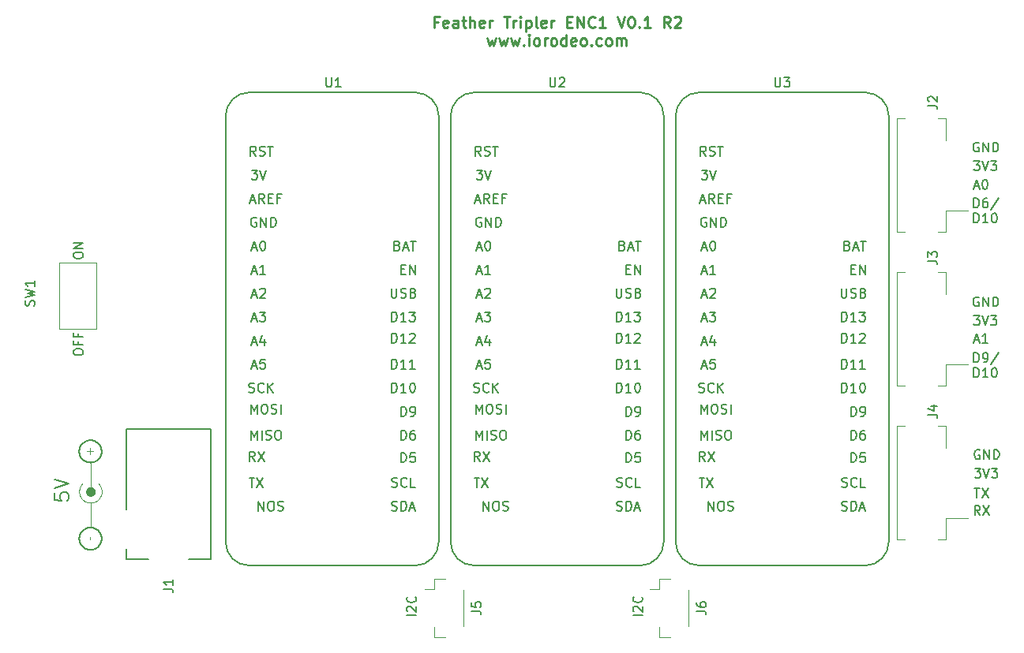
<source format=gbr>
%TF.GenerationSoftware,KiCad,Pcbnew,7.0.10-7.0.10~ubuntu22.04.1*%
%TF.CreationDate,2024-09-08T15:19:34-07:00*%
%TF.ProjectId,iorodeo_feather_tripler_enc1,696f726f-6465-46f5-9f66-656174686572,rev?*%
%TF.SameCoordinates,Original*%
%TF.FileFunction,Legend,Top*%
%TF.FilePolarity,Positive*%
%FSLAX46Y46*%
G04 Gerber Fmt 4.6, Leading zero omitted, Abs format (unit mm)*
G04 Created by KiCad (PCBNEW 7.0.10-7.0.10~ubuntu22.04.1) date 2024-09-08 15:19:34*
%MOMM*%
%LPD*%
G01*
G04 APERTURE LIST*
%ADD10C,0.116153*%
%ADD11C,0.134716*%
%ADD12C,0.126579*%
%ADD13C,0.000000*%
%ADD14C,0.094402*%
%ADD15C,0.150000*%
%ADD16C,0.200000*%
%ADD17C,0.250000*%
%ADD18C,0.203200*%
%ADD19C,0.100000*%
%ADD20C,0.127000*%
%ADD21C,0.120000*%
G04 APERTURE END LIST*
D10*
X52731529Y-98961167D02*
X52696985Y-98911602D01*
D11*
X53828272Y-95131737D02*
X53767410Y-95136365D01*
X53947265Y-92765399D02*
X54005246Y-92778781D01*
X54592837Y-102499535D02*
X54630504Y-102543019D01*
D10*
X52768838Y-97484813D02*
X52808910Y-97438147D01*
X52586441Y-97792610D02*
X52609932Y-97738538D01*
D11*
X53239251Y-104409594D02*
X53186165Y-104385594D01*
D10*
X52665203Y-98860750D02*
X52636186Y-98808718D01*
X53041199Y-99255818D02*
X52991636Y-99221274D01*
D11*
X53186165Y-104385594D02*
X53134490Y-104359128D01*
D10*
X52547751Y-98590929D02*
X52532551Y-98534604D01*
X54901011Y-98073699D02*
X54907920Y-98131312D01*
D11*
X54630504Y-104067653D02*
X54592837Y-104111138D01*
X54375793Y-104299099D02*
X54327169Y-104330271D01*
D10*
X54049582Y-99405049D02*
X53993257Y-99420248D01*
D11*
X53705739Y-104503773D02*
X53644068Y-104502213D01*
X54890355Y-93756978D02*
X54897977Y-93816955D01*
X54809987Y-94405973D02*
X54785987Y-94459059D01*
X52521099Y-94121998D02*
X52513477Y-94062021D01*
D10*
X53475059Y-99432684D02*
X53418197Y-99420248D01*
D11*
X54553156Y-93092065D02*
X54592837Y-93133686D01*
X52531637Y-93697961D02*
X52545019Y-93639980D01*
D10*
X54863703Y-98590929D02*
X54845739Y-98646610D01*
D11*
X53644068Y-95136365D02*
X53583206Y-95131737D01*
D10*
X52498006Y-98247075D02*
X52499388Y-98189140D01*
D11*
X53947265Y-95113577D02*
X53888249Y-95124116D01*
X52680795Y-94560921D02*
X52651938Y-94510734D01*
X52507290Y-93939488D02*
X52508849Y-93877816D01*
X52521098Y-103122826D02*
X52531637Y-103063810D01*
X54831444Y-103717399D02*
X54809987Y-103771822D01*
D10*
X54891339Y-98477742D02*
X54878902Y-98534603D01*
D11*
X52508849Y-93877816D02*
X52513477Y-93816955D01*
D10*
X54913447Y-98247075D02*
X54912065Y-98305010D01*
D11*
X54005246Y-95100195D02*
X53947265Y-95113577D01*
X54730665Y-94560921D02*
X54699493Y-94609545D01*
X54592837Y-104111138D02*
X54553156Y-104152759D01*
D10*
X54602544Y-99056003D02*
X54559708Y-99101060D01*
D11*
X54831444Y-94351550D02*
X54809987Y-94405973D01*
X53134479Y-102251545D02*
X53186154Y-102225079D01*
X54699493Y-102635279D02*
X54730665Y-102683903D01*
D12*
X53705739Y-97761252D02*
X53705739Y-95192683D01*
D10*
X52665203Y-97633399D02*
X52696985Y-97582547D01*
X54825012Y-97792609D02*
X54845739Y-97847539D01*
D11*
X53644068Y-104502213D02*
X53583206Y-104497585D01*
D13*
G36*
X53755155Y-93888190D02*
G01*
X54092004Y-93888190D01*
X54092004Y-93990789D01*
X53755155Y-93990789D01*
X53755155Y-94327633D01*
X53656275Y-94327633D01*
X53656275Y-93990789D01*
X53319425Y-93990789D01*
X53319425Y-93888190D01*
X53656275Y-93888190D01*
X53656275Y-93551344D01*
X53755155Y-93551344D01*
X53755155Y-93888190D01*
G37*
D11*
X54890355Y-103487846D02*
X54879816Y-103546863D01*
X54117800Y-104431052D02*
X54062116Y-104449893D01*
D10*
X52586441Y-98701540D02*
X52565714Y-98646610D01*
D11*
X53293675Y-104431052D02*
X53239251Y-104409594D01*
X54005246Y-102144630D02*
X54062116Y-102160779D01*
X53134490Y-104359128D02*
X53084303Y-104330271D01*
X54375793Y-92945725D02*
X54422778Y-92979138D01*
X53767410Y-92742610D02*
X53828272Y-92747238D01*
X54468051Y-93014716D02*
X54511535Y-93052383D01*
X52531638Y-94181014D02*
X52521099Y-94121998D01*
D10*
X54775268Y-97685432D02*
X54801522Y-97738538D01*
D11*
X54327169Y-102280401D02*
X54375793Y-102311574D01*
X52988680Y-102344987D02*
X53035667Y-102311574D01*
X52745381Y-94656531D02*
X52711968Y-94609545D01*
D10*
X52532551Y-97959546D02*
X52547751Y-97903221D01*
D11*
X52625471Y-103824908D02*
X52601471Y-103771822D01*
D10*
X53418197Y-99420248D02*
X53361871Y-99405049D01*
D11*
X54172223Y-95043745D02*
X54117800Y-95065204D01*
D10*
X53092051Y-99287599D02*
X53041199Y-99255818D01*
D11*
X52580009Y-93527425D02*
X52601467Y-93473002D01*
X54785987Y-102785765D02*
X54809987Y-102838851D01*
D10*
X54679924Y-97532983D02*
X54714469Y-97582547D01*
D11*
X54699493Y-94609545D02*
X54666081Y-94656531D01*
X54785987Y-103824908D02*
X54759522Y-103876582D01*
X54062116Y-95084045D02*
X54005246Y-95100195D01*
X54666081Y-104022380D02*
X54630504Y-104067653D01*
X53406222Y-92778781D02*
X53464205Y-92765399D01*
X54730665Y-93318055D02*
X54759522Y-93368242D01*
X54117800Y-92813772D02*
X54172223Y-92835230D01*
X54897977Y-103182803D02*
X54902605Y-103243665D01*
D10*
X54907920Y-98362837D02*
X54901011Y-98420450D01*
D11*
X52651933Y-102734090D02*
X52680789Y-102683903D01*
D10*
X52636186Y-97685432D02*
X52665203Y-97633399D01*
X54679924Y-98961167D02*
X54642616Y-99009336D01*
D11*
X54850286Y-94295866D02*
X54831444Y-94351550D01*
X54005246Y-104466043D02*
X53947265Y-104479425D01*
D10*
X54642616Y-97484813D02*
X54679924Y-97532983D01*
D11*
X53705739Y-92741051D02*
X53767410Y-92742610D01*
X53464212Y-95113577D02*
X53406230Y-95100195D01*
D10*
X53879103Y-99442357D02*
X53821490Y-99449265D01*
D11*
X53406230Y-104466043D02*
X53349359Y-104449893D01*
X52625467Y-102785765D02*
X52651933Y-102734090D01*
X54759522Y-94510734D02*
X54730665Y-94560921D01*
X54225308Y-104385594D02*
X54172223Y-104409594D01*
X53464205Y-102131248D02*
X53523223Y-102120708D01*
D10*
X52499388Y-98189140D02*
X52503533Y-98131312D01*
D11*
X52507290Y-103305336D02*
X52508849Y-103243665D01*
X53349350Y-92794930D02*
X53406222Y-92778781D01*
X52680789Y-102683903D02*
X52711962Y-102635279D01*
X53349350Y-102160779D02*
X53406222Y-102144630D01*
X52745374Y-93222444D02*
X52780952Y-93177171D01*
X52561170Y-94295866D02*
X52545021Y-94238996D01*
X54172223Y-102201079D02*
X54225308Y-102225079D01*
X54422778Y-104265686D02*
X54375793Y-104299099D01*
X52943407Y-93014716D02*
X52988680Y-92979138D01*
X53947265Y-102131248D02*
X54005246Y-102144630D01*
X54327169Y-92914553D02*
X54375793Y-92945725D01*
X54809987Y-103771822D02*
X54785987Y-103824908D01*
X53293665Y-102179621D02*
X53349350Y-102160779D01*
X54511535Y-94826592D02*
X54468051Y-94864260D01*
D13*
G36*
X53761646Y-103498172D02*
G01*
X53649783Y-103498172D01*
X53649783Y-103112500D01*
X53761646Y-103112500D01*
X53761646Y-103498172D01*
G37*
D11*
X53947265Y-104479425D02*
X53888249Y-104489964D01*
X54327169Y-104330271D02*
X54276982Y-104359128D01*
X52680789Y-93318055D02*
X52711962Y-93269431D01*
D10*
X54878902Y-97959546D02*
X54891339Y-98016408D01*
D11*
X53186165Y-95019746D02*
X53134490Y-94993280D01*
D10*
X54514652Y-99143895D02*
X54467986Y-99183966D01*
X53532350Y-99442357D02*
X53475059Y-99432684D01*
D11*
X53084292Y-92914553D02*
X53134479Y-92885696D01*
X52858301Y-102457914D02*
X52899922Y-102418232D01*
X54468051Y-94864260D02*
X54422778Y-94899837D01*
D10*
X54746250Y-97633399D02*
X54775268Y-97685432D01*
D11*
X52508849Y-103243665D02*
X52513477Y-103182803D01*
X54422778Y-94899837D02*
X54375793Y-94933250D01*
X54850286Y-103661715D02*
X54831444Y-103717399D01*
X54225308Y-95019746D02*
X54172223Y-95043745D01*
X54890355Y-94121998D02*
X54879816Y-94181014D01*
X52580012Y-103717399D02*
X52561170Y-103661715D01*
X52545021Y-103604844D02*
X52531638Y-103546863D01*
X54866435Y-94238996D02*
X54850286Y-94295866D01*
X52943417Y-94864260D02*
X52899932Y-94826592D01*
X52513477Y-94062021D02*
X52508849Y-94001159D01*
D10*
X52499388Y-98305010D02*
X52498006Y-98247075D01*
D11*
X54850286Y-102948958D02*
X54866435Y-103005828D01*
X53644065Y-102108459D02*
X53705739Y-102106900D01*
X53767410Y-102108459D02*
X53828272Y-102113087D01*
X53349359Y-95084045D02*
X53293675Y-95065204D01*
X54785987Y-94459059D02*
X54759522Y-94510734D01*
X54890355Y-103122826D02*
X54897977Y-103182803D01*
X52745381Y-104022380D02*
X52711968Y-103975394D01*
X54630504Y-102543019D02*
X54666081Y-102588293D01*
X52711968Y-94609545D02*
X52680795Y-94560921D01*
X54831444Y-93527425D02*
X54850286Y-93583110D01*
D10*
X54642616Y-99009336D02*
X54602544Y-99056003D01*
X52547751Y-97903221D02*
X52565714Y-97847540D01*
X54878902Y-98534603D02*
X54863703Y-98590929D01*
D11*
X53186154Y-102225079D02*
X53239241Y-102201079D01*
X53583206Y-95131737D02*
X53523229Y-95124116D01*
X54375793Y-94933250D02*
X54327169Y-94964423D01*
D10*
X52991636Y-99221274D02*
X52943467Y-99183966D01*
D11*
X54511535Y-102418232D02*
X54553156Y-102457914D01*
X53406230Y-95100195D02*
X53349359Y-95084045D01*
D10*
X53993257Y-99420248D02*
X53936395Y-99432684D01*
D11*
X52625471Y-94459059D02*
X52601471Y-94405973D01*
X54730665Y-103926769D02*
X54699493Y-103975394D01*
X54062116Y-104449893D02*
X54005246Y-104466043D01*
D10*
X54907920Y-98131312D02*
X54912065Y-98189140D01*
D11*
X54511535Y-93052383D02*
X54553156Y-93092065D01*
D10*
X52943467Y-99183966D02*
X52896801Y-99143895D01*
X52768838Y-99009336D02*
X52731529Y-98961167D01*
X53306190Y-99387086D02*
X53251260Y-99366359D01*
D11*
X52521098Y-93756978D02*
X52531637Y-93697961D01*
D10*
X54467986Y-99183966D02*
X54419818Y-99221274D01*
D11*
X54062116Y-102160779D02*
X54117800Y-102179621D01*
X52780952Y-102543019D02*
X52818619Y-102499535D01*
X52780952Y-93177171D02*
X52818619Y-93133686D01*
X52561168Y-93583110D02*
X52580009Y-93527425D01*
X54225308Y-102225079D02*
X54276982Y-102251545D01*
X54785987Y-93419916D02*
X54809987Y-93473002D01*
X52545019Y-103005828D02*
X52561168Y-102948958D01*
D10*
X53361871Y-99405049D02*
X53306190Y-99387086D01*
D11*
X54902605Y-103367008D02*
X54897977Y-103427870D01*
D14*
X53729366Y-97806329D02*
X53752682Y-97808102D01*
X53775659Y-97811021D01*
X53798268Y-97815059D01*
X53820481Y-97820185D01*
X53842268Y-97826372D01*
X53863600Y-97833590D01*
X53884449Y-97841811D01*
X53904786Y-97851005D01*
X53924581Y-97861144D01*
X53943807Y-97872199D01*
X53962435Y-97884141D01*
X53980434Y-97896941D01*
X53997778Y-97910571D01*
X54014436Y-97925001D01*
X54030380Y-97940203D01*
X54045581Y-97956148D01*
X54060011Y-97972807D01*
X54073640Y-97990151D01*
X54086439Y-98008151D01*
X54098381Y-98026779D01*
X54109435Y-98046005D01*
X54119573Y-98065802D01*
X54128767Y-98086139D01*
X54136987Y-98106988D01*
X54144204Y-98128321D01*
X54150391Y-98150107D01*
X54155517Y-98172320D01*
X54159554Y-98194929D01*
X54162473Y-98217906D01*
X54164246Y-98241222D01*
X54164844Y-98264848D01*
X54164246Y-98288474D01*
X54162473Y-98311790D01*
X54159554Y-98334767D01*
X54155517Y-98357376D01*
X54150391Y-98379588D01*
X54144204Y-98401375D01*
X54136987Y-98422708D01*
X54128767Y-98443557D01*
X54119573Y-98463894D01*
X54109435Y-98483690D01*
X54098381Y-98502917D01*
X54086439Y-98521544D01*
X54073640Y-98539545D01*
X54060011Y-98556889D01*
X54045581Y-98573548D01*
X54030380Y-98589492D01*
X54014436Y-98604694D01*
X53997778Y-98619125D01*
X53980434Y-98632754D01*
X53962435Y-98645555D01*
X53943807Y-98657497D01*
X53924581Y-98668552D01*
X53904786Y-98678691D01*
X53884449Y-98687885D01*
X53863600Y-98696105D01*
X53842268Y-98703323D01*
X53820481Y-98709510D01*
X53798268Y-98714637D01*
X53775659Y-98718674D01*
X53752682Y-98721594D01*
X53729366Y-98723367D01*
X53705739Y-98723964D01*
X53682112Y-98723367D01*
X53658796Y-98721594D01*
X53635818Y-98718674D01*
X53613208Y-98714637D01*
X53590996Y-98709510D01*
X53569208Y-98703323D01*
X53547875Y-98696105D01*
X53527025Y-98687885D01*
X53506688Y-98678691D01*
X53486891Y-98668552D01*
X53467664Y-98657497D01*
X53449036Y-98645555D01*
X53431035Y-98632754D01*
X53413690Y-98619125D01*
X53397031Y-98604694D01*
X53381086Y-98589492D01*
X53365883Y-98573548D01*
X53351453Y-98556889D01*
X53337823Y-98539545D01*
X53325022Y-98521544D01*
X53313080Y-98502917D01*
X53302024Y-98483690D01*
X53291885Y-98463894D01*
X53282691Y-98443557D01*
X53274470Y-98422708D01*
X53267252Y-98401375D01*
X53261065Y-98379588D01*
X53255938Y-98357376D01*
X53251900Y-98334767D01*
X53248980Y-98311790D01*
X53247207Y-98288474D01*
X53246610Y-98264848D01*
X53247207Y-98241222D01*
X53248980Y-98217906D01*
X53251900Y-98194929D01*
X53255938Y-98172320D01*
X53261065Y-98150107D01*
X53267252Y-98128321D01*
X53274470Y-98106988D01*
X53282691Y-98086139D01*
X53291885Y-98065802D01*
X53302024Y-98046005D01*
X53313080Y-98026779D01*
X53325022Y-98008151D01*
X53337823Y-97990151D01*
X53351453Y-97972807D01*
X53365883Y-97956148D01*
X53381086Y-97940203D01*
X53397031Y-97925001D01*
X53413690Y-97910571D01*
X53431035Y-97896941D01*
X53449036Y-97884141D01*
X53467664Y-97872199D01*
X53486891Y-97861144D01*
X53506688Y-97851005D01*
X53527025Y-97841811D01*
X53547875Y-97833590D01*
X53569208Y-97826372D01*
X53590996Y-97820185D01*
X53613208Y-97815059D01*
X53635818Y-97811021D01*
X53658796Y-97808102D01*
X53682112Y-97806329D01*
X53705739Y-97805731D01*
X53729366Y-97806329D01*
G36*
X53729366Y-97806329D02*
G01*
X53752682Y-97808102D01*
X53775659Y-97811021D01*
X53798268Y-97815059D01*
X53820481Y-97820185D01*
X53842268Y-97826372D01*
X53863600Y-97833590D01*
X53884449Y-97841811D01*
X53904786Y-97851005D01*
X53924581Y-97861144D01*
X53943807Y-97872199D01*
X53962435Y-97884141D01*
X53980434Y-97896941D01*
X53997778Y-97910571D01*
X54014436Y-97925001D01*
X54030380Y-97940203D01*
X54045581Y-97956148D01*
X54060011Y-97972807D01*
X54073640Y-97990151D01*
X54086439Y-98008151D01*
X54098381Y-98026779D01*
X54109435Y-98046005D01*
X54119573Y-98065802D01*
X54128767Y-98086139D01*
X54136987Y-98106988D01*
X54144204Y-98128321D01*
X54150391Y-98150107D01*
X54155517Y-98172320D01*
X54159554Y-98194929D01*
X54162473Y-98217906D01*
X54164246Y-98241222D01*
X54164844Y-98264848D01*
X54164246Y-98288474D01*
X54162473Y-98311790D01*
X54159554Y-98334767D01*
X54155517Y-98357376D01*
X54150391Y-98379588D01*
X54144204Y-98401375D01*
X54136987Y-98422708D01*
X54128767Y-98443557D01*
X54119573Y-98463894D01*
X54109435Y-98483690D01*
X54098381Y-98502917D01*
X54086439Y-98521544D01*
X54073640Y-98539545D01*
X54060011Y-98556889D01*
X54045581Y-98573548D01*
X54030380Y-98589492D01*
X54014436Y-98604694D01*
X53997778Y-98619125D01*
X53980434Y-98632754D01*
X53962435Y-98645555D01*
X53943807Y-98657497D01*
X53924581Y-98668552D01*
X53904786Y-98678691D01*
X53884449Y-98687885D01*
X53863600Y-98696105D01*
X53842268Y-98703323D01*
X53820481Y-98709510D01*
X53798268Y-98714637D01*
X53775659Y-98718674D01*
X53752682Y-98721594D01*
X53729366Y-98723367D01*
X53705739Y-98723964D01*
X53682112Y-98723367D01*
X53658796Y-98721594D01*
X53635818Y-98718674D01*
X53613208Y-98714637D01*
X53590996Y-98709510D01*
X53569208Y-98703323D01*
X53547875Y-98696105D01*
X53527025Y-98687885D01*
X53506688Y-98678691D01*
X53486891Y-98668552D01*
X53467664Y-98657497D01*
X53449036Y-98645555D01*
X53431035Y-98632754D01*
X53413690Y-98619125D01*
X53397031Y-98604694D01*
X53381086Y-98589492D01*
X53365883Y-98573548D01*
X53351453Y-98556889D01*
X53337823Y-98539545D01*
X53325022Y-98521544D01*
X53313080Y-98502917D01*
X53302024Y-98483690D01*
X53291885Y-98463894D01*
X53282691Y-98443557D01*
X53274470Y-98422708D01*
X53267252Y-98401375D01*
X53261065Y-98379588D01*
X53255938Y-98357376D01*
X53251900Y-98334767D01*
X53248980Y-98311790D01*
X53247207Y-98288474D01*
X53246610Y-98264848D01*
X53247207Y-98241222D01*
X53248980Y-98217906D01*
X53251900Y-98194929D01*
X53255938Y-98172320D01*
X53261065Y-98150107D01*
X53267252Y-98128321D01*
X53274470Y-98106988D01*
X53282691Y-98086139D01*
X53291885Y-98065802D01*
X53302024Y-98046005D01*
X53313080Y-98026779D01*
X53325022Y-98008151D01*
X53337823Y-97990151D01*
X53351453Y-97972807D01*
X53365883Y-97956148D01*
X53381086Y-97940203D01*
X53397031Y-97925001D01*
X53413690Y-97910571D01*
X53431035Y-97896941D01*
X53449036Y-97884141D01*
X53467664Y-97872199D01*
X53486891Y-97861144D01*
X53506688Y-97851005D01*
X53527025Y-97841811D01*
X53547875Y-97833590D01*
X53569208Y-97826372D01*
X53590996Y-97820185D01*
X53613208Y-97815059D01*
X53635818Y-97811021D01*
X53658796Y-97808102D01*
X53682112Y-97806329D01*
X53705739Y-97805731D01*
X53729366Y-97806329D01*
G37*
D10*
X52896801Y-99143895D02*
X52851745Y-99101060D01*
D11*
X54327169Y-94964423D02*
X54276982Y-94993280D01*
X52508849Y-94001159D02*
X52507290Y-93939488D01*
X52988691Y-94899837D02*
X52943417Y-94864260D01*
D10*
X52503533Y-98131312D02*
X52510442Y-98073699D01*
D11*
X54375793Y-102311574D02*
X54422778Y-102344987D01*
X52580012Y-94351550D02*
X52561170Y-94295866D01*
X53134490Y-94993280D02*
X53084303Y-94964423D01*
X54666081Y-94656531D02*
X54630504Y-94701805D01*
X52531637Y-103063810D02*
X52545019Y-103005828D01*
X53464212Y-104479425D02*
X53406230Y-104466043D01*
D10*
X52696985Y-97582547D02*
X52731529Y-97532983D01*
D11*
X52858310Y-104152759D02*
X52818628Y-104111138D01*
D10*
X54267370Y-99316616D02*
X54214265Y-99342869D01*
D11*
X53583202Y-92747238D02*
X53644065Y-92742610D01*
X53828272Y-92747238D02*
X53888249Y-92754860D01*
X54897977Y-103427870D02*
X54890355Y-103487846D01*
X54866435Y-103005828D02*
X54879816Y-103063810D01*
D10*
X52636186Y-98808718D02*
X52609932Y-98755612D01*
D11*
X52899932Y-104192441D02*
X52858310Y-104152759D01*
D10*
X52808910Y-99056003D02*
X52768838Y-99009336D01*
D11*
X53035678Y-94933250D02*
X52988691Y-94899837D01*
X52943417Y-104230108D02*
X52899932Y-104192441D01*
X52943407Y-102380564D02*
X52988680Y-102344987D01*
X53583206Y-104497585D02*
X53523229Y-104489964D01*
X52601467Y-93473002D02*
X52625467Y-93419916D01*
X52545019Y-93639980D02*
X52561168Y-93583110D01*
X54117800Y-95065204D02*
X54062116Y-95084045D01*
X53888249Y-102120708D02*
X53947265Y-102131248D01*
X54630504Y-93177171D02*
X54666081Y-93222444D01*
X52580009Y-102893274D02*
X52601467Y-102838851D01*
D10*
X53763662Y-99453411D02*
X53705727Y-99454792D01*
X54801522Y-98755612D02*
X54775268Y-98808718D01*
X54714469Y-98911602D02*
X54679924Y-98961167D01*
D11*
X54468051Y-104230108D02*
X54422778Y-104265686D01*
D10*
X53705727Y-99454792D02*
X53647791Y-99453411D01*
D11*
X52818619Y-102499535D02*
X52858301Y-102457914D01*
D10*
X54775268Y-98808718D02*
X54746250Y-98860750D01*
D11*
X53035667Y-92945725D02*
X53084292Y-92914553D01*
D10*
X52609932Y-98755612D02*
X52586441Y-98701540D01*
D11*
X54904164Y-93939488D02*
X54902605Y-94001159D01*
X52680795Y-103926769D02*
X52651938Y-103876582D01*
X53523229Y-104489964D02*
X53464212Y-104479425D01*
X53084303Y-94964423D02*
X53035678Y-94933250D01*
X54592837Y-94745289D02*
X54553156Y-94786910D01*
X54897977Y-94062021D02*
X54890355Y-94121998D01*
X53084292Y-102280401D02*
X53134479Y-102251545D01*
X53767410Y-104502213D02*
X53705739Y-104503773D01*
X52711962Y-102635279D02*
X52745374Y-102588293D01*
D10*
X54105263Y-99387086D02*
X54049582Y-99405049D01*
D11*
X54276982Y-92885696D02*
X54327169Y-92914553D01*
X52988680Y-92979138D02*
X53035667Y-92945725D01*
D10*
X54746250Y-98860750D02*
X54714469Y-98911602D01*
D11*
X52711968Y-103975394D02*
X52680795Y-103926769D01*
D10*
X52609932Y-97738538D02*
X52636186Y-97685432D01*
D11*
X54468051Y-102380564D02*
X54511535Y-102418232D01*
D10*
X54160193Y-99366359D02*
X54105263Y-99387086D01*
D11*
X54902605Y-94001159D02*
X54897977Y-94062021D01*
X54879816Y-94181014D02*
X54866435Y-94238996D01*
D10*
X52731529Y-97532983D02*
X52768838Y-97484813D01*
D11*
X54759522Y-93368242D02*
X54785987Y-93419916D01*
X53035678Y-104299099D02*
X52988691Y-104265686D01*
X52651933Y-93368242D02*
X52680789Y-93318055D01*
X54553156Y-104152759D02*
X54511535Y-104192441D01*
X53084303Y-104330271D02*
X53035678Y-104299099D01*
D10*
X53589963Y-99449265D02*
X53532350Y-99442357D01*
D11*
X53828272Y-104497585D02*
X53767410Y-104502213D01*
X54276982Y-94993280D02*
X54225308Y-95019746D01*
D10*
X52503533Y-98362838D02*
X52499388Y-98305010D01*
D11*
X54904164Y-103305336D02*
X54902605Y-103367008D01*
D10*
X54370254Y-99255818D02*
X54319403Y-99287599D01*
X54559708Y-99101060D02*
X54514652Y-99143895D01*
D11*
X54879816Y-103546863D02*
X54866435Y-103604844D01*
D10*
X54845739Y-98646610D02*
X54825012Y-98701540D01*
D11*
X52625467Y-93419916D02*
X52651933Y-93368242D01*
D10*
X52851745Y-99101060D02*
X52808910Y-99056003D01*
D11*
X52513477Y-93816955D02*
X52521098Y-93756978D01*
X54809987Y-93473002D02*
X54831444Y-93527425D01*
D10*
X54419818Y-99221274D02*
X54370254Y-99255818D01*
D11*
X53134479Y-92885696D02*
X53186154Y-92859230D01*
X54005246Y-92778781D02*
X54062116Y-92794930D01*
D10*
X53197189Y-99342869D02*
X53144083Y-99316616D01*
D11*
X53523229Y-95124116D02*
X53464212Y-95113577D01*
X54511535Y-104192441D02*
X54468051Y-104230108D01*
X54666081Y-93222444D02*
X54699493Y-93269431D01*
X53523223Y-102120708D02*
X53583202Y-102113087D01*
D10*
X54863703Y-97903221D02*
X54878902Y-97959546D01*
D11*
X54902605Y-93877816D02*
X54904164Y-93939488D01*
D10*
X52510442Y-98420451D02*
X52503533Y-98362838D01*
D11*
X52780960Y-94701805D02*
X52745381Y-94656531D01*
X54866435Y-103604844D02*
X54850286Y-103661715D01*
D10*
X52808910Y-97438147D02*
X52851745Y-97393089D01*
D11*
X52899932Y-94826592D02*
X52858310Y-94786910D01*
D10*
X52565714Y-98646610D02*
X52547751Y-98590929D01*
X53251260Y-99366359D02*
X53197189Y-99342869D01*
D11*
X53035667Y-102311574D02*
X53084292Y-102280401D01*
X52818628Y-104111138D02*
X52780960Y-104067653D01*
X54699493Y-93269431D02*
X54730665Y-93318055D01*
X54759522Y-103876582D02*
X54730665Y-103926769D01*
X52531638Y-103546863D02*
X52521099Y-103487846D01*
X53349359Y-104449893D02*
X53293675Y-104431052D01*
D10*
X54214265Y-99342869D02*
X54160193Y-99366359D01*
D11*
X53828272Y-102113087D02*
X53888249Y-102120708D01*
D10*
X54891339Y-98016408D02*
X54901011Y-98073699D01*
D11*
X54225308Y-92859230D02*
X54276982Y-92885696D01*
X53186154Y-92859230D02*
X53239241Y-92835230D01*
X53888249Y-104489964D02*
X53828272Y-104497585D01*
X52858301Y-93092065D02*
X52899922Y-93052383D01*
X54276982Y-104359128D02*
X54225308Y-104385594D01*
X54759522Y-102734090D02*
X54785987Y-102785765D01*
X52513477Y-103427870D02*
X52508849Y-103367008D01*
X52561170Y-103661715D02*
X52545021Y-103604844D01*
X53705739Y-95137925D02*
X53644068Y-95136365D01*
D10*
X54559708Y-97393089D02*
X54602544Y-97438147D01*
X52696985Y-98911602D02*
X52665203Y-98860750D01*
X53647791Y-99453411D02*
X53589963Y-99449265D01*
X54845739Y-97847539D02*
X54863703Y-97903221D01*
D11*
X54630504Y-94701805D02*
X54592837Y-94745289D01*
X54422778Y-92979138D02*
X54468051Y-93014716D01*
X54831444Y-102893274D02*
X54850286Y-102948958D01*
X52651938Y-103876582D02*
X52625471Y-103824908D01*
X52545021Y-94238996D02*
X52531638Y-94181014D01*
X54172223Y-92835230D02*
X54225308Y-92859230D01*
X53705739Y-102106900D02*
X53767410Y-102108459D01*
X52745374Y-102588293D02*
X52780952Y-102543019D01*
X53239241Y-92835230D02*
X53293665Y-92813772D01*
X54062116Y-92794930D02*
X54117800Y-92813772D01*
X53239241Y-102201079D02*
X53293665Y-102179621D01*
X53293665Y-92813772D02*
X53349350Y-92794930D01*
X52711962Y-93269431D02*
X52745374Y-93222444D01*
X52601467Y-102838851D02*
X52625467Y-102785765D01*
X53406222Y-102144630D02*
X53464205Y-102131248D01*
D10*
X54714469Y-97582547D02*
X54746250Y-97633399D01*
D11*
X54850286Y-93583110D02*
X54866435Y-93639980D01*
X53293675Y-95065204D02*
X53239251Y-95043745D01*
X52818619Y-93133686D02*
X52858301Y-93092065D01*
X54276982Y-102251545D02*
X54327169Y-102280401D01*
X52601471Y-94405973D02*
X52580012Y-94351550D01*
D10*
X54801522Y-97738538D02*
X54825012Y-97792609D01*
D11*
X53464205Y-92765399D02*
X53523223Y-92754860D01*
D10*
X52520115Y-98477742D02*
X52510442Y-98420451D01*
X54901011Y-98420450D02*
X54891339Y-98477742D01*
D11*
X54866435Y-93639980D02*
X54879816Y-93697961D01*
X52601471Y-103771822D02*
X52580012Y-103717399D01*
X54117800Y-102179621D02*
X54172223Y-102201079D01*
X54879816Y-93697961D02*
X54890355Y-93756978D01*
X54809987Y-102838851D02*
X54831444Y-102893274D01*
D10*
X53821490Y-99449265D02*
X53763662Y-99453411D01*
D11*
X54902605Y-103243665D02*
X54904164Y-103305336D01*
X54553156Y-94786910D02*
X54511535Y-94826592D01*
D10*
X54912065Y-98189140D02*
X54913447Y-98247075D01*
X54912065Y-98305010D02*
X54907920Y-98362837D01*
D11*
X54666081Y-102588293D02*
X54699493Y-102635279D01*
X52561168Y-102948958D02*
X52580009Y-102893274D01*
D10*
X54602544Y-97438147D02*
X54642616Y-97484813D01*
D11*
X52780960Y-104067653D02*
X52745381Y-104022380D01*
X52513477Y-103182803D02*
X52521098Y-103122826D01*
X53239251Y-95043745D02*
X53186165Y-95019746D01*
X53644065Y-92742610D02*
X53705739Y-92741051D01*
D10*
X54825012Y-98701540D02*
X54801522Y-98755612D01*
D11*
X52899922Y-93052383D02*
X52943407Y-93014716D01*
X52858310Y-94786910D02*
X52818628Y-94745289D01*
D10*
X53936395Y-99432684D02*
X53879103Y-99442357D01*
X54319403Y-99287599D02*
X54267370Y-99316616D01*
D11*
X54422778Y-102344987D02*
X54468051Y-102380564D01*
X54592837Y-93133686D02*
X54630504Y-93177171D01*
D10*
X52510442Y-98073699D02*
X52520115Y-98016408D01*
D11*
X54879816Y-103063810D02*
X54890355Y-103122826D01*
X53767410Y-95136365D02*
X53705739Y-95137925D01*
X52651938Y-94510734D02*
X52625471Y-94459059D01*
X52899922Y-102418232D02*
X52943407Y-102380564D01*
X54699493Y-103975394D02*
X54666081Y-104022380D01*
X52818628Y-94745289D02*
X52780960Y-94701805D01*
X53523223Y-92754860D02*
X53583202Y-92747238D01*
X53583202Y-102113087D02*
X53644065Y-102108459D01*
X54553156Y-102457914D02*
X54592837Y-102499535D01*
X52521099Y-103487846D02*
X52513477Y-103427870D01*
D10*
X52565714Y-97847540D02*
X52586441Y-97792610D01*
D11*
X54172223Y-104409594D02*
X54117800Y-104431052D01*
X54897977Y-93816955D02*
X54902605Y-93877816D01*
D12*
X53705739Y-102060604D02*
X53705739Y-99492035D01*
D10*
X52532551Y-98534604D02*
X52520115Y-98477742D01*
D11*
X52508849Y-103367008D02*
X52507290Y-103305336D01*
X54730665Y-102683903D02*
X54759522Y-102734090D01*
X52988691Y-104265686D02*
X52943417Y-104230108D01*
X53888249Y-95124116D02*
X53828272Y-95131737D01*
X53888249Y-92754860D02*
X53947265Y-92765399D01*
D10*
X52520115Y-98016408D02*
X52532551Y-97959546D01*
X53144083Y-99316616D02*
X53092051Y-99287599D01*
D15*
X148493922Y-97869819D02*
X149065350Y-97869819D01*
X148779636Y-98869819D02*
X148779636Y-97869819D01*
X149303446Y-97869819D02*
X149970112Y-98869819D01*
X149970112Y-97869819D02*
X149303446Y-98869819D01*
D16*
X49877278Y-98419743D02*
X49877278Y-99134029D01*
X49877278Y-99134029D02*
X50591564Y-99205457D01*
X50591564Y-99205457D02*
X50520135Y-99134029D01*
X50520135Y-99134029D02*
X50448707Y-98991172D01*
X50448707Y-98991172D02*
X50448707Y-98634029D01*
X50448707Y-98634029D02*
X50520135Y-98491172D01*
X50520135Y-98491172D02*
X50591564Y-98419743D01*
X50591564Y-98419743D02*
X50734421Y-98348314D01*
X50734421Y-98348314D02*
X51091564Y-98348314D01*
X51091564Y-98348314D02*
X51234421Y-98419743D01*
X51234421Y-98419743D02*
X51305850Y-98491172D01*
X51305850Y-98491172D02*
X51377278Y-98634029D01*
X51377278Y-98634029D02*
X51377278Y-98991172D01*
X51377278Y-98991172D02*
X51305850Y-99134029D01*
X51305850Y-99134029D02*
X51234421Y-99205457D01*
X49877278Y-97919743D02*
X51377278Y-97419743D01*
X51377278Y-97419743D02*
X49877278Y-96919743D01*
D15*
X148436779Y-84359819D02*
X148436779Y-83359819D01*
X148436779Y-83359819D02*
X148674874Y-83359819D01*
X148674874Y-83359819D02*
X148817731Y-83407438D01*
X148817731Y-83407438D02*
X148912969Y-83502676D01*
X148912969Y-83502676D02*
X148960588Y-83597914D01*
X148960588Y-83597914D02*
X149008207Y-83788390D01*
X149008207Y-83788390D02*
X149008207Y-83931247D01*
X149008207Y-83931247D02*
X148960588Y-84121723D01*
X148960588Y-84121723D02*
X148912969Y-84216961D01*
X148912969Y-84216961D02*
X148817731Y-84312200D01*
X148817731Y-84312200D02*
X148674874Y-84359819D01*
X148674874Y-84359819D02*
X148436779Y-84359819D01*
X149484398Y-84359819D02*
X149674874Y-84359819D01*
X149674874Y-84359819D02*
X149770112Y-84312200D01*
X149770112Y-84312200D02*
X149817731Y-84264580D01*
X149817731Y-84264580D02*
X149912969Y-84121723D01*
X149912969Y-84121723D02*
X149960588Y-83931247D01*
X149960588Y-83931247D02*
X149960588Y-83550295D01*
X149960588Y-83550295D02*
X149912969Y-83455057D01*
X149912969Y-83455057D02*
X149865350Y-83407438D01*
X149865350Y-83407438D02*
X149770112Y-83359819D01*
X149770112Y-83359819D02*
X149579636Y-83359819D01*
X149579636Y-83359819D02*
X149484398Y-83407438D01*
X149484398Y-83407438D02*
X149436779Y-83455057D01*
X149436779Y-83455057D02*
X149389160Y-83550295D01*
X149389160Y-83550295D02*
X149389160Y-83788390D01*
X149389160Y-83788390D02*
X149436779Y-83883628D01*
X149436779Y-83883628D02*
X149484398Y-83931247D01*
X149484398Y-83931247D02*
X149579636Y-83978866D01*
X149579636Y-83978866D02*
X149770112Y-83978866D01*
X149770112Y-83978866D02*
X149865350Y-83931247D01*
X149865350Y-83931247D02*
X149912969Y-83883628D01*
X149912969Y-83883628D02*
X149960588Y-83788390D01*
X151103445Y-83312200D02*
X150246303Y-84597914D01*
X148436779Y-85969819D02*
X148436779Y-84969819D01*
X148436779Y-84969819D02*
X148674874Y-84969819D01*
X148674874Y-84969819D02*
X148817731Y-85017438D01*
X148817731Y-85017438D02*
X148912969Y-85112676D01*
X148912969Y-85112676D02*
X148960588Y-85207914D01*
X148960588Y-85207914D02*
X149008207Y-85398390D01*
X149008207Y-85398390D02*
X149008207Y-85541247D01*
X149008207Y-85541247D02*
X148960588Y-85731723D01*
X148960588Y-85731723D02*
X148912969Y-85826961D01*
X148912969Y-85826961D02*
X148817731Y-85922200D01*
X148817731Y-85922200D02*
X148674874Y-85969819D01*
X148674874Y-85969819D02*
X148436779Y-85969819D01*
X149960588Y-85969819D02*
X149389160Y-85969819D01*
X149674874Y-85969819D02*
X149674874Y-84969819D01*
X149674874Y-84969819D02*
X149579636Y-85112676D01*
X149579636Y-85112676D02*
X149484398Y-85207914D01*
X149484398Y-85207914D02*
X149389160Y-85255533D01*
X150579636Y-84969819D02*
X150674874Y-84969819D01*
X150674874Y-84969819D02*
X150770112Y-85017438D01*
X150770112Y-85017438D02*
X150817731Y-85065057D01*
X150817731Y-85065057D02*
X150865350Y-85160295D01*
X150865350Y-85160295D02*
X150912969Y-85350771D01*
X150912969Y-85350771D02*
X150912969Y-85588866D01*
X150912969Y-85588866D02*
X150865350Y-85779342D01*
X150865350Y-85779342D02*
X150817731Y-85874580D01*
X150817731Y-85874580D02*
X150770112Y-85922200D01*
X150770112Y-85922200D02*
X150674874Y-85969819D01*
X150674874Y-85969819D02*
X150579636Y-85969819D01*
X150579636Y-85969819D02*
X150484398Y-85922200D01*
X150484398Y-85922200D02*
X150436779Y-85874580D01*
X150436779Y-85874580D02*
X150389160Y-85779342D01*
X150389160Y-85779342D02*
X150341541Y-85588866D01*
X150341541Y-85588866D02*
X150341541Y-85350771D01*
X150341541Y-85350771D02*
X150389160Y-85160295D01*
X150389160Y-85160295D02*
X150436779Y-85065057D01*
X150436779Y-85065057D02*
X150484398Y-85017438D01*
X150484398Y-85017438D02*
X150579636Y-84969819D01*
X148441541Y-62769819D02*
X149060588Y-62769819D01*
X149060588Y-62769819D02*
X148727255Y-63150771D01*
X148727255Y-63150771D02*
X148870112Y-63150771D01*
X148870112Y-63150771D02*
X148965350Y-63198390D01*
X148965350Y-63198390D02*
X149012969Y-63246009D01*
X149012969Y-63246009D02*
X149060588Y-63341247D01*
X149060588Y-63341247D02*
X149060588Y-63579342D01*
X149060588Y-63579342D02*
X149012969Y-63674580D01*
X149012969Y-63674580D02*
X148965350Y-63722200D01*
X148965350Y-63722200D02*
X148870112Y-63769819D01*
X148870112Y-63769819D02*
X148584398Y-63769819D01*
X148584398Y-63769819D02*
X148489160Y-63722200D01*
X148489160Y-63722200D02*
X148441541Y-63674580D01*
X149346303Y-62769819D02*
X149679636Y-63769819D01*
X149679636Y-63769819D02*
X150012969Y-62769819D01*
X150251065Y-62769819D02*
X150870112Y-62769819D01*
X150870112Y-62769819D02*
X150536779Y-63150771D01*
X150536779Y-63150771D02*
X150679636Y-63150771D01*
X150679636Y-63150771D02*
X150774874Y-63198390D01*
X150774874Y-63198390D02*
X150822493Y-63246009D01*
X150822493Y-63246009D02*
X150870112Y-63341247D01*
X150870112Y-63341247D02*
X150870112Y-63579342D01*
X150870112Y-63579342D02*
X150822493Y-63674580D01*
X150822493Y-63674580D02*
X150774874Y-63722200D01*
X150774874Y-63722200D02*
X150679636Y-63769819D01*
X150679636Y-63769819D02*
X150393922Y-63769819D01*
X150393922Y-63769819D02*
X150298684Y-63722200D01*
X150298684Y-63722200D02*
X150251065Y-63674580D01*
X149060588Y-93817438D02*
X148965350Y-93769819D01*
X148965350Y-93769819D02*
X148822493Y-93769819D01*
X148822493Y-93769819D02*
X148679636Y-93817438D01*
X148679636Y-93817438D02*
X148584398Y-93912676D01*
X148584398Y-93912676D02*
X148536779Y-94007914D01*
X148536779Y-94007914D02*
X148489160Y-94198390D01*
X148489160Y-94198390D02*
X148489160Y-94341247D01*
X148489160Y-94341247D02*
X148536779Y-94531723D01*
X148536779Y-94531723D02*
X148584398Y-94626961D01*
X148584398Y-94626961D02*
X148679636Y-94722200D01*
X148679636Y-94722200D02*
X148822493Y-94769819D01*
X148822493Y-94769819D02*
X148917731Y-94769819D01*
X148917731Y-94769819D02*
X149060588Y-94722200D01*
X149060588Y-94722200D02*
X149108207Y-94674580D01*
X149108207Y-94674580D02*
X149108207Y-94341247D01*
X149108207Y-94341247D02*
X148917731Y-94341247D01*
X149536779Y-94769819D02*
X149536779Y-93769819D01*
X149536779Y-93769819D02*
X150108207Y-94769819D01*
X150108207Y-94769819D02*
X150108207Y-93769819D01*
X150584398Y-94769819D02*
X150584398Y-93769819D01*
X150584398Y-93769819D02*
X150822493Y-93769819D01*
X150822493Y-93769819D02*
X150965350Y-93817438D01*
X150965350Y-93817438D02*
X151060588Y-93912676D01*
X151060588Y-93912676D02*
X151108207Y-94007914D01*
X151108207Y-94007914D02*
X151155826Y-94198390D01*
X151155826Y-94198390D02*
X151155826Y-94341247D01*
X151155826Y-94341247D02*
X151108207Y-94531723D01*
X151108207Y-94531723D02*
X151060588Y-94626961D01*
X151060588Y-94626961D02*
X150965350Y-94722200D01*
X150965350Y-94722200D02*
X150822493Y-94769819D01*
X150822493Y-94769819D02*
X150584398Y-94769819D01*
X112899819Y-111550220D02*
X111899819Y-111550220D01*
X111995057Y-111121649D02*
X111947438Y-111074030D01*
X111947438Y-111074030D02*
X111899819Y-110978792D01*
X111899819Y-110978792D02*
X111899819Y-110740697D01*
X111899819Y-110740697D02*
X111947438Y-110645459D01*
X111947438Y-110645459D02*
X111995057Y-110597840D01*
X111995057Y-110597840D02*
X112090295Y-110550221D01*
X112090295Y-110550221D02*
X112185533Y-110550221D01*
X112185533Y-110550221D02*
X112328390Y-110597840D01*
X112328390Y-110597840D02*
X112899819Y-111169268D01*
X112899819Y-111169268D02*
X112899819Y-110550221D01*
X112804580Y-109550221D02*
X112852200Y-109597840D01*
X112852200Y-109597840D02*
X112899819Y-109740697D01*
X112899819Y-109740697D02*
X112899819Y-109835935D01*
X112899819Y-109835935D02*
X112852200Y-109978792D01*
X112852200Y-109978792D02*
X112756961Y-110074030D01*
X112756961Y-110074030D02*
X112661723Y-110121649D01*
X112661723Y-110121649D02*
X112471247Y-110169268D01*
X112471247Y-110169268D02*
X112328390Y-110169268D01*
X112328390Y-110169268D02*
X112137914Y-110121649D01*
X112137914Y-110121649D02*
X112042676Y-110074030D01*
X112042676Y-110074030D02*
X111947438Y-109978792D01*
X111947438Y-109978792D02*
X111899819Y-109835935D01*
X111899819Y-109835935D02*
X111899819Y-109740697D01*
X111899819Y-109740697D02*
X111947438Y-109597840D01*
X111947438Y-109597840D02*
X111995057Y-109550221D01*
X51905019Y-83372744D02*
X51905019Y-83182268D01*
X51905019Y-83182268D02*
X51952638Y-83087030D01*
X51952638Y-83087030D02*
X52047876Y-82991792D01*
X52047876Y-82991792D02*
X52238352Y-82944173D01*
X52238352Y-82944173D02*
X52571685Y-82944173D01*
X52571685Y-82944173D02*
X52762161Y-82991792D01*
X52762161Y-82991792D02*
X52857400Y-83087030D01*
X52857400Y-83087030D02*
X52905019Y-83182268D01*
X52905019Y-83182268D02*
X52905019Y-83372744D01*
X52905019Y-83372744D02*
X52857400Y-83467982D01*
X52857400Y-83467982D02*
X52762161Y-83563220D01*
X52762161Y-83563220D02*
X52571685Y-83610839D01*
X52571685Y-83610839D02*
X52238352Y-83610839D01*
X52238352Y-83610839D02*
X52047876Y-83563220D01*
X52047876Y-83563220D02*
X51952638Y-83467982D01*
X51952638Y-83467982D02*
X51905019Y-83372744D01*
X52381209Y-82182268D02*
X52381209Y-82515601D01*
X52905019Y-82515601D02*
X51905019Y-82515601D01*
X51905019Y-82515601D02*
X51905019Y-82039411D01*
X52381209Y-81325125D02*
X52381209Y-81658458D01*
X52905019Y-81658458D02*
X51905019Y-81658458D01*
X51905019Y-81658458D02*
X51905019Y-81182268D01*
X51905019Y-72972744D02*
X51905019Y-72782268D01*
X51905019Y-72782268D02*
X51952638Y-72687030D01*
X51952638Y-72687030D02*
X52047876Y-72591792D01*
X52047876Y-72591792D02*
X52238352Y-72544173D01*
X52238352Y-72544173D02*
X52571685Y-72544173D01*
X52571685Y-72544173D02*
X52762161Y-72591792D01*
X52762161Y-72591792D02*
X52857400Y-72687030D01*
X52857400Y-72687030D02*
X52905019Y-72782268D01*
X52905019Y-72782268D02*
X52905019Y-72972744D01*
X52905019Y-72972744D02*
X52857400Y-73067982D01*
X52857400Y-73067982D02*
X52762161Y-73163220D01*
X52762161Y-73163220D02*
X52571685Y-73210839D01*
X52571685Y-73210839D02*
X52238352Y-73210839D01*
X52238352Y-73210839D02*
X52047876Y-73163220D01*
X52047876Y-73163220D02*
X51952638Y-73067982D01*
X51952638Y-73067982D02*
X51905019Y-72972744D01*
X52905019Y-72115601D02*
X51905019Y-72115601D01*
X51905019Y-72115601D02*
X52905019Y-71544173D01*
X52905019Y-71544173D02*
X51905019Y-71544173D01*
X148436779Y-67759819D02*
X148436779Y-66759819D01*
X148436779Y-66759819D02*
X148674874Y-66759819D01*
X148674874Y-66759819D02*
X148817731Y-66807438D01*
X148817731Y-66807438D02*
X148912969Y-66902676D01*
X148912969Y-66902676D02*
X148960588Y-66997914D01*
X148960588Y-66997914D02*
X149008207Y-67188390D01*
X149008207Y-67188390D02*
X149008207Y-67331247D01*
X149008207Y-67331247D02*
X148960588Y-67521723D01*
X148960588Y-67521723D02*
X148912969Y-67616961D01*
X148912969Y-67616961D02*
X148817731Y-67712200D01*
X148817731Y-67712200D02*
X148674874Y-67759819D01*
X148674874Y-67759819D02*
X148436779Y-67759819D01*
X149865350Y-66759819D02*
X149674874Y-66759819D01*
X149674874Y-66759819D02*
X149579636Y-66807438D01*
X149579636Y-66807438D02*
X149532017Y-66855057D01*
X149532017Y-66855057D02*
X149436779Y-66997914D01*
X149436779Y-66997914D02*
X149389160Y-67188390D01*
X149389160Y-67188390D02*
X149389160Y-67569342D01*
X149389160Y-67569342D02*
X149436779Y-67664580D01*
X149436779Y-67664580D02*
X149484398Y-67712200D01*
X149484398Y-67712200D02*
X149579636Y-67759819D01*
X149579636Y-67759819D02*
X149770112Y-67759819D01*
X149770112Y-67759819D02*
X149865350Y-67712200D01*
X149865350Y-67712200D02*
X149912969Y-67664580D01*
X149912969Y-67664580D02*
X149960588Y-67569342D01*
X149960588Y-67569342D02*
X149960588Y-67331247D01*
X149960588Y-67331247D02*
X149912969Y-67236009D01*
X149912969Y-67236009D02*
X149865350Y-67188390D01*
X149865350Y-67188390D02*
X149770112Y-67140771D01*
X149770112Y-67140771D02*
X149579636Y-67140771D01*
X149579636Y-67140771D02*
X149484398Y-67188390D01*
X149484398Y-67188390D02*
X149436779Y-67236009D01*
X149436779Y-67236009D02*
X149389160Y-67331247D01*
X151103445Y-66712200D02*
X150246303Y-67997914D01*
X148436779Y-69369819D02*
X148436779Y-68369819D01*
X148436779Y-68369819D02*
X148674874Y-68369819D01*
X148674874Y-68369819D02*
X148817731Y-68417438D01*
X148817731Y-68417438D02*
X148912969Y-68512676D01*
X148912969Y-68512676D02*
X148960588Y-68607914D01*
X148960588Y-68607914D02*
X149008207Y-68798390D01*
X149008207Y-68798390D02*
X149008207Y-68941247D01*
X149008207Y-68941247D02*
X148960588Y-69131723D01*
X148960588Y-69131723D02*
X148912969Y-69226961D01*
X148912969Y-69226961D02*
X148817731Y-69322200D01*
X148817731Y-69322200D02*
X148674874Y-69369819D01*
X148674874Y-69369819D02*
X148436779Y-69369819D01*
X149960588Y-69369819D02*
X149389160Y-69369819D01*
X149674874Y-69369819D02*
X149674874Y-68369819D01*
X149674874Y-68369819D02*
X149579636Y-68512676D01*
X149579636Y-68512676D02*
X149484398Y-68607914D01*
X149484398Y-68607914D02*
X149389160Y-68655533D01*
X150579636Y-68369819D02*
X150674874Y-68369819D01*
X150674874Y-68369819D02*
X150770112Y-68417438D01*
X150770112Y-68417438D02*
X150817731Y-68465057D01*
X150817731Y-68465057D02*
X150865350Y-68560295D01*
X150865350Y-68560295D02*
X150912969Y-68750771D01*
X150912969Y-68750771D02*
X150912969Y-68988866D01*
X150912969Y-68988866D02*
X150865350Y-69179342D01*
X150865350Y-69179342D02*
X150817731Y-69274580D01*
X150817731Y-69274580D02*
X150770112Y-69322200D01*
X150770112Y-69322200D02*
X150674874Y-69369819D01*
X150674874Y-69369819D02*
X150579636Y-69369819D01*
X150579636Y-69369819D02*
X150484398Y-69322200D01*
X150484398Y-69322200D02*
X150436779Y-69274580D01*
X150436779Y-69274580D02*
X150389160Y-69179342D01*
X150389160Y-69179342D02*
X150341541Y-68988866D01*
X150341541Y-68988866D02*
X150341541Y-68750771D01*
X150341541Y-68750771D02*
X150389160Y-68560295D01*
X150389160Y-68560295D02*
X150436779Y-68465057D01*
X150436779Y-68465057D02*
X150484398Y-68417438D01*
X150484398Y-68417438D02*
X150579636Y-68369819D01*
X149108207Y-100769819D02*
X148774874Y-100293628D01*
X148536779Y-100769819D02*
X148536779Y-99769819D01*
X148536779Y-99769819D02*
X148917731Y-99769819D01*
X148917731Y-99769819D02*
X149012969Y-99817438D01*
X149012969Y-99817438D02*
X149060588Y-99865057D01*
X149060588Y-99865057D02*
X149108207Y-99960295D01*
X149108207Y-99960295D02*
X149108207Y-100103152D01*
X149108207Y-100103152D02*
X149060588Y-100198390D01*
X149060588Y-100198390D02*
X149012969Y-100246009D01*
X149012969Y-100246009D02*
X148917731Y-100293628D01*
X148917731Y-100293628D02*
X148536779Y-100293628D01*
X149441541Y-99769819D02*
X150108207Y-100769819D01*
X150108207Y-99769819D02*
X149441541Y-100769819D01*
X148960588Y-77417438D02*
X148865350Y-77369819D01*
X148865350Y-77369819D02*
X148722493Y-77369819D01*
X148722493Y-77369819D02*
X148579636Y-77417438D01*
X148579636Y-77417438D02*
X148484398Y-77512676D01*
X148484398Y-77512676D02*
X148436779Y-77607914D01*
X148436779Y-77607914D02*
X148389160Y-77798390D01*
X148389160Y-77798390D02*
X148389160Y-77941247D01*
X148389160Y-77941247D02*
X148436779Y-78131723D01*
X148436779Y-78131723D02*
X148484398Y-78226961D01*
X148484398Y-78226961D02*
X148579636Y-78322200D01*
X148579636Y-78322200D02*
X148722493Y-78369819D01*
X148722493Y-78369819D02*
X148817731Y-78369819D01*
X148817731Y-78369819D02*
X148960588Y-78322200D01*
X148960588Y-78322200D02*
X149008207Y-78274580D01*
X149008207Y-78274580D02*
X149008207Y-77941247D01*
X149008207Y-77941247D02*
X148817731Y-77941247D01*
X149436779Y-78369819D02*
X149436779Y-77369819D01*
X149436779Y-77369819D02*
X150008207Y-78369819D01*
X150008207Y-78369819D02*
X150008207Y-77369819D01*
X150484398Y-78369819D02*
X150484398Y-77369819D01*
X150484398Y-77369819D02*
X150722493Y-77369819D01*
X150722493Y-77369819D02*
X150865350Y-77417438D01*
X150865350Y-77417438D02*
X150960588Y-77512676D01*
X150960588Y-77512676D02*
X151008207Y-77607914D01*
X151008207Y-77607914D02*
X151055826Y-77798390D01*
X151055826Y-77798390D02*
X151055826Y-77941247D01*
X151055826Y-77941247D02*
X151008207Y-78131723D01*
X151008207Y-78131723D02*
X150960588Y-78226961D01*
X150960588Y-78226961D02*
X150865350Y-78322200D01*
X150865350Y-78322200D02*
X150722493Y-78369819D01*
X150722493Y-78369819D02*
X150484398Y-78369819D01*
X148960588Y-60817438D02*
X148865350Y-60769819D01*
X148865350Y-60769819D02*
X148722493Y-60769819D01*
X148722493Y-60769819D02*
X148579636Y-60817438D01*
X148579636Y-60817438D02*
X148484398Y-60912676D01*
X148484398Y-60912676D02*
X148436779Y-61007914D01*
X148436779Y-61007914D02*
X148389160Y-61198390D01*
X148389160Y-61198390D02*
X148389160Y-61341247D01*
X148389160Y-61341247D02*
X148436779Y-61531723D01*
X148436779Y-61531723D02*
X148484398Y-61626961D01*
X148484398Y-61626961D02*
X148579636Y-61722200D01*
X148579636Y-61722200D02*
X148722493Y-61769819D01*
X148722493Y-61769819D02*
X148817731Y-61769819D01*
X148817731Y-61769819D02*
X148960588Y-61722200D01*
X148960588Y-61722200D02*
X149008207Y-61674580D01*
X149008207Y-61674580D02*
X149008207Y-61341247D01*
X149008207Y-61341247D02*
X148817731Y-61341247D01*
X149436779Y-61769819D02*
X149436779Y-60769819D01*
X149436779Y-60769819D02*
X150008207Y-61769819D01*
X150008207Y-61769819D02*
X150008207Y-60769819D01*
X150484398Y-61769819D02*
X150484398Y-60769819D01*
X150484398Y-60769819D02*
X150722493Y-60769819D01*
X150722493Y-60769819D02*
X150865350Y-60817438D01*
X150865350Y-60817438D02*
X150960588Y-60912676D01*
X150960588Y-60912676D02*
X151008207Y-61007914D01*
X151008207Y-61007914D02*
X151055826Y-61198390D01*
X151055826Y-61198390D02*
X151055826Y-61341247D01*
X151055826Y-61341247D02*
X151008207Y-61531723D01*
X151008207Y-61531723D02*
X150960588Y-61626961D01*
X150960588Y-61626961D02*
X150865350Y-61722200D01*
X150865350Y-61722200D02*
X150722493Y-61769819D01*
X150722493Y-61769819D02*
X150484398Y-61769819D01*
X148489160Y-81984104D02*
X148965350Y-81984104D01*
X148393922Y-82269819D02*
X148727255Y-81269819D01*
X148727255Y-81269819D02*
X149060588Y-82269819D01*
X149917731Y-82269819D02*
X149346303Y-82269819D01*
X149632017Y-82269819D02*
X149632017Y-81269819D01*
X149632017Y-81269819D02*
X149536779Y-81412676D01*
X149536779Y-81412676D02*
X149441541Y-81507914D01*
X149441541Y-81507914D02*
X149346303Y-81555533D01*
X148441541Y-79369819D02*
X149060588Y-79369819D01*
X149060588Y-79369819D02*
X148727255Y-79750771D01*
X148727255Y-79750771D02*
X148870112Y-79750771D01*
X148870112Y-79750771D02*
X148965350Y-79798390D01*
X148965350Y-79798390D02*
X149012969Y-79846009D01*
X149012969Y-79846009D02*
X149060588Y-79941247D01*
X149060588Y-79941247D02*
X149060588Y-80179342D01*
X149060588Y-80179342D02*
X149012969Y-80274580D01*
X149012969Y-80274580D02*
X148965350Y-80322200D01*
X148965350Y-80322200D02*
X148870112Y-80369819D01*
X148870112Y-80369819D02*
X148584398Y-80369819D01*
X148584398Y-80369819D02*
X148489160Y-80322200D01*
X148489160Y-80322200D02*
X148441541Y-80274580D01*
X149346303Y-79369819D02*
X149679636Y-80369819D01*
X149679636Y-80369819D02*
X150012969Y-79369819D01*
X150251065Y-79369819D02*
X150870112Y-79369819D01*
X150870112Y-79369819D02*
X150536779Y-79750771D01*
X150536779Y-79750771D02*
X150679636Y-79750771D01*
X150679636Y-79750771D02*
X150774874Y-79798390D01*
X150774874Y-79798390D02*
X150822493Y-79846009D01*
X150822493Y-79846009D02*
X150870112Y-79941247D01*
X150870112Y-79941247D02*
X150870112Y-80179342D01*
X150870112Y-80179342D02*
X150822493Y-80274580D01*
X150822493Y-80274580D02*
X150774874Y-80322200D01*
X150774874Y-80322200D02*
X150679636Y-80369819D01*
X150679636Y-80369819D02*
X150393922Y-80369819D01*
X150393922Y-80369819D02*
X150298684Y-80322200D01*
X150298684Y-80322200D02*
X150251065Y-80274580D01*
X88642819Y-111550220D02*
X87642819Y-111550220D01*
X87738057Y-111121649D02*
X87690438Y-111074030D01*
X87690438Y-111074030D02*
X87642819Y-110978792D01*
X87642819Y-110978792D02*
X87642819Y-110740697D01*
X87642819Y-110740697D02*
X87690438Y-110645459D01*
X87690438Y-110645459D02*
X87738057Y-110597840D01*
X87738057Y-110597840D02*
X87833295Y-110550221D01*
X87833295Y-110550221D02*
X87928533Y-110550221D01*
X87928533Y-110550221D02*
X88071390Y-110597840D01*
X88071390Y-110597840D02*
X88642819Y-111169268D01*
X88642819Y-111169268D02*
X88642819Y-110550221D01*
X88547580Y-109550221D02*
X88595200Y-109597840D01*
X88595200Y-109597840D02*
X88642819Y-109740697D01*
X88642819Y-109740697D02*
X88642819Y-109835935D01*
X88642819Y-109835935D02*
X88595200Y-109978792D01*
X88595200Y-109978792D02*
X88499961Y-110074030D01*
X88499961Y-110074030D02*
X88404723Y-110121649D01*
X88404723Y-110121649D02*
X88214247Y-110169268D01*
X88214247Y-110169268D02*
X88071390Y-110169268D01*
X88071390Y-110169268D02*
X87880914Y-110121649D01*
X87880914Y-110121649D02*
X87785676Y-110074030D01*
X87785676Y-110074030D02*
X87690438Y-109978792D01*
X87690438Y-109978792D02*
X87642819Y-109835935D01*
X87642819Y-109835935D02*
X87642819Y-109740697D01*
X87642819Y-109740697D02*
X87690438Y-109597840D01*
X87690438Y-109597840D02*
X87738057Y-109550221D01*
X148489160Y-65484104D02*
X148965350Y-65484104D01*
X148393922Y-65769819D02*
X148727255Y-64769819D01*
X148727255Y-64769819D02*
X149060588Y-65769819D01*
X149584398Y-64769819D02*
X149679636Y-64769819D01*
X149679636Y-64769819D02*
X149774874Y-64817438D01*
X149774874Y-64817438D02*
X149822493Y-64865057D01*
X149822493Y-64865057D02*
X149870112Y-64960295D01*
X149870112Y-64960295D02*
X149917731Y-65150771D01*
X149917731Y-65150771D02*
X149917731Y-65388866D01*
X149917731Y-65388866D02*
X149870112Y-65579342D01*
X149870112Y-65579342D02*
X149822493Y-65674580D01*
X149822493Y-65674580D02*
X149774874Y-65722200D01*
X149774874Y-65722200D02*
X149679636Y-65769819D01*
X149679636Y-65769819D02*
X149584398Y-65769819D01*
X149584398Y-65769819D02*
X149489160Y-65722200D01*
X149489160Y-65722200D02*
X149441541Y-65674580D01*
X149441541Y-65674580D02*
X149393922Y-65579342D01*
X149393922Y-65579342D02*
X149346303Y-65388866D01*
X149346303Y-65388866D02*
X149346303Y-65150771D01*
X149346303Y-65150771D02*
X149393922Y-64960295D01*
X149393922Y-64960295D02*
X149441541Y-64865057D01*
X149441541Y-64865057D02*
X149489160Y-64817438D01*
X149489160Y-64817438D02*
X149584398Y-64769819D01*
D17*
X90959001Y-47825571D02*
X90559001Y-47825571D01*
X90559001Y-48454142D02*
X90559001Y-47254142D01*
X90559001Y-47254142D02*
X91130429Y-47254142D01*
X92044715Y-48397000D02*
X91930429Y-48454142D01*
X91930429Y-48454142D02*
X91701858Y-48454142D01*
X91701858Y-48454142D02*
X91587572Y-48397000D01*
X91587572Y-48397000D02*
X91530429Y-48282714D01*
X91530429Y-48282714D02*
X91530429Y-47825571D01*
X91530429Y-47825571D02*
X91587572Y-47711285D01*
X91587572Y-47711285D02*
X91701858Y-47654142D01*
X91701858Y-47654142D02*
X91930429Y-47654142D01*
X91930429Y-47654142D02*
X92044715Y-47711285D01*
X92044715Y-47711285D02*
X92101858Y-47825571D01*
X92101858Y-47825571D02*
X92101858Y-47939857D01*
X92101858Y-47939857D02*
X91530429Y-48054142D01*
X93130429Y-48454142D02*
X93130429Y-47825571D01*
X93130429Y-47825571D02*
X93073286Y-47711285D01*
X93073286Y-47711285D02*
X92959000Y-47654142D01*
X92959000Y-47654142D02*
X92730429Y-47654142D01*
X92730429Y-47654142D02*
X92616143Y-47711285D01*
X93130429Y-48397000D02*
X93016143Y-48454142D01*
X93016143Y-48454142D02*
X92730429Y-48454142D01*
X92730429Y-48454142D02*
X92616143Y-48397000D01*
X92616143Y-48397000D02*
X92559000Y-48282714D01*
X92559000Y-48282714D02*
X92559000Y-48168428D01*
X92559000Y-48168428D02*
X92616143Y-48054142D01*
X92616143Y-48054142D02*
X92730429Y-47997000D01*
X92730429Y-47997000D02*
X93016143Y-47997000D01*
X93016143Y-47997000D02*
X93130429Y-47939857D01*
X93530428Y-47654142D02*
X93987571Y-47654142D01*
X93701857Y-47254142D02*
X93701857Y-48282714D01*
X93701857Y-48282714D02*
X93759000Y-48397000D01*
X93759000Y-48397000D02*
X93873285Y-48454142D01*
X93873285Y-48454142D02*
X93987571Y-48454142D01*
X94387571Y-48454142D02*
X94387571Y-47254142D01*
X94901857Y-48454142D02*
X94901857Y-47825571D01*
X94901857Y-47825571D02*
X94844714Y-47711285D01*
X94844714Y-47711285D02*
X94730428Y-47654142D01*
X94730428Y-47654142D02*
X94558999Y-47654142D01*
X94558999Y-47654142D02*
X94444714Y-47711285D01*
X94444714Y-47711285D02*
X94387571Y-47768428D01*
X95930428Y-48397000D02*
X95816142Y-48454142D01*
X95816142Y-48454142D02*
X95587571Y-48454142D01*
X95587571Y-48454142D02*
X95473285Y-48397000D01*
X95473285Y-48397000D02*
X95416142Y-48282714D01*
X95416142Y-48282714D02*
X95416142Y-47825571D01*
X95416142Y-47825571D02*
X95473285Y-47711285D01*
X95473285Y-47711285D02*
X95587571Y-47654142D01*
X95587571Y-47654142D02*
X95816142Y-47654142D01*
X95816142Y-47654142D02*
X95930428Y-47711285D01*
X95930428Y-47711285D02*
X95987571Y-47825571D01*
X95987571Y-47825571D02*
X95987571Y-47939857D01*
X95987571Y-47939857D02*
X95416142Y-48054142D01*
X96501856Y-48454142D02*
X96501856Y-47654142D01*
X96501856Y-47882714D02*
X96558999Y-47768428D01*
X96558999Y-47768428D02*
X96616142Y-47711285D01*
X96616142Y-47711285D02*
X96730427Y-47654142D01*
X96730427Y-47654142D02*
X96844713Y-47654142D01*
X97987570Y-47254142D02*
X98673285Y-47254142D01*
X98330427Y-48454142D02*
X98330427Y-47254142D01*
X99073285Y-48454142D02*
X99073285Y-47654142D01*
X99073285Y-47882714D02*
X99130428Y-47768428D01*
X99130428Y-47768428D02*
X99187571Y-47711285D01*
X99187571Y-47711285D02*
X99301856Y-47654142D01*
X99301856Y-47654142D02*
X99416142Y-47654142D01*
X99816142Y-48454142D02*
X99816142Y-47654142D01*
X99816142Y-47254142D02*
X99758999Y-47311285D01*
X99758999Y-47311285D02*
X99816142Y-47368428D01*
X99816142Y-47368428D02*
X99873285Y-47311285D01*
X99873285Y-47311285D02*
X99816142Y-47254142D01*
X99816142Y-47254142D02*
X99816142Y-47368428D01*
X100387571Y-47654142D02*
X100387571Y-48854142D01*
X100387571Y-47711285D02*
X100501857Y-47654142D01*
X100501857Y-47654142D02*
X100730428Y-47654142D01*
X100730428Y-47654142D02*
X100844714Y-47711285D01*
X100844714Y-47711285D02*
X100901857Y-47768428D01*
X100901857Y-47768428D02*
X100958999Y-47882714D01*
X100958999Y-47882714D02*
X100958999Y-48225571D01*
X100958999Y-48225571D02*
X100901857Y-48339857D01*
X100901857Y-48339857D02*
X100844714Y-48397000D01*
X100844714Y-48397000D02*
X100730428Y-48454142D01*
X100730428Y-48454142D02*
X100501857Y-48454142D01*
X100501857Y-48454142D02*
X100387571Y-48397000D01*
X101644713Y-48454142D02*
X101530428Y-48397000D01*
X101530428Y-48397000D02*
X101473285Y-48282714D01*
X101473285Y-48282714D02*
X101473285Y-47254142D01*
X102558999Y-48397000D02*
X102444713Y-48454142D01*
X102444713Y-48454142D02*
X102216142Y-48454142D01*
X102216142Y-48454142D02*
X102101856Y-48397000D01*
X102101856Y-48397000D02*
X102044713Y-48282714D01*
X102044713Y-48282714D02*
X102044713Y-47825571D01*
X102044713Y-47825571D02*
X102101856Y-47711285D01*
X102101856Y-47711285D02*
X102216142Y-47654142D01*
X102216142Y-47654142D02*
X102444713Y-47654142D01*
X102444713Y-47654142D02*
X102558999Y-47711285D01*
X102558999Y-47711285D02*
X102616142Y-47825571D01*
X102616142Y-47825571D02*
X102616142Y-47939857D01*
X102616142Y-47939857D02*
X102044713Y-48054142D01*
X103130427Y-48454142D02*
X103130427Y-47654142D01*
X103130427Y-47882714D02*
X103187570Y-47768428D01*
X103187570Y-47768428D02*
X103244713Y-47711285D01*
X103244713Y-47711285D02*
X103358998Y-47654142D01*
X103358998Y-47654142D02*
X103473284Y-47654142D01*
X104787570Y-47825571D02*
X105187570Y-47825571D01*
X105358998Y-48454142D02*
X104787570Y-48454142D01*
X104787570Y-48454142D02*
X104787570Y-47254142D01*
X104787570Y-47254142D02*
X105358998Y-47254142D01*
X105873284Y-48454142D02*
X105873284Y-47254142D01*
X105873284Y-47254142D02*
X106558998Y-48454142D01*
X106558998Y-48454142D02*
X106558998Y-47254142D01*
X107816141Y-48339857D02*
X107758998Y-48397000D01*
X107758998Y-48397000D02*
X107587570Y-48454142D01*
X107587570Y-48454142D02*
X107473284Y-48454142D01*
X107473284Y-48454142D02*
X107301855Y-48397000D01*
X107301855Y-48397000D02*
X107187570Y-48282714D01*
X107187570Y-48282714D02*
X107130427Y-48168428D01*
X107130427Y-48168428D02*
X107073284Y-47939857D01*
X107073284Y-47939857D02*
X107073284Y-47768428D01*
X107073284Y-47768428D02*
X107130427Y-47539857D01*
X107130427Y-47539857D02*
X107187570Y-47425571D01*
X107187570Y-47425571D02*
X107301855Y-47311285D01*
X107301855Y-47311285D02*
X107473284Y-47254142D01*
X107473284Y-47254142D02*
X107587570Y-47254142D01*
X107587570Y-47254142D02*
X107758998Y-47311285D01*
X107758998Y-47311285D02*
X107816141Y-47368428D01*
X108958998Y-48454142D02*
X108273284Y-48454142D01*
X108616141Y-48454142D02*
X108616141Y-47254142D01*
X108616141Y-47254142D02*
X108501855Y-47425571D01*
X108501855Y-47425571D02*
X108387570Y-47539857D01*
X108387570Y-47539857D02*
X108273284Y-47597000D01*
X110216141Y-47254142D02*
X110616141Y-48454142D01*
X110616141Y-48454142D02*
X111016141Y-47254142D01*
X111644712Y-47254142D02*
X111758998Y-47254142D01*
X111758998Y-47254142D02*
X111873284Y-47311285D01*
X111873284Y-47311285D02*
X111930427Y-47368428D01*
X111930427Y-47368428D02*
X111987569Y-47482714D01*
X111987569Y-47482714D02*
X112044712Y-47711285D01*
X112044712Y-47711285D02*
X112044712Y-47997000D01*
X112044712Y-47997000D02*
X111987569Y-48225571D01*
X111987569Y-48225571D02*
X111930427Y-48339857D01*
X111930427Y-48339857D02*
X111873284Y-48397000D01*
X111873284Y-48397000D02*
X111758998Y-48454142D01*
X111758998Y-48454142D02*
X111644712Y-48454142D01*
X111644712Y-48454142D02*
X111530427Y-48397000D01*
X111530427Y-48397000D02*
X111473284Y-48339857D01*
X111473284Y-48339857D02*
X111416141Y-48225571D01*
X111416141Y-48225571D02*
X111358998Y-47997000D01*
X111358998Y-47997000D02*
X111358998Y-47711285D01*
X111358998Y-47711285D02*
X111416141Y-47482714D01*
X111416141Y-47482714D02*
X111473284Y-47368428D01*
X111473284Y-47368428D02*
X111530427Y-47311285D01*
X111530427Y-47311285D02*
X111644712Y-47254142D01*
X112558998Y-48339857D02*
X112616141Y-48397000D01*
X112616141Y-48397000D02*
X112558998Y-48454142D01*
X112558998Y-48454142D02*
X112501855Y-48397000D01*
X112501855Y-48397000D02*
X112558998Y-48339857D01*
X112558998Y-48339857D02*
X112558998Y-48454142D01*
X113758998Y-48454142D02*
X113073284Y-48454142D01*
X113416141Y-48454142D02*
X113416141Y-47254142D01*
X113416141Y-47254142D02*
X113301855Y-47425571D01*
X113301855Y-47425571D02*
X113187570Y-47539857D01*
X113187570Y-47539857D02*
X113073284Y-47597000D01*
X115873284Y-48454142D02*
X115473284Y-47882714D01*
X115187570Y-48454142D02*
X115187570Y-47254142D01*
X115187570Y-47254142D02*
X115644713Y-47254142D01*
X115644713Y-47254142D02*
X115758998Y-47311285D01*
X115758998Y-47311285D02*
X115816141Y-47368428D01*
X115816141Y-47368428D02*
X115873284Y-47482714D01*
X115873284Y-47482714D02*
X115873284Y-47654142D01*
X115873284Y-47654142D02*
X115816141Y-47768428D01*
X115816141Y-47768428D02*
X115758998Y-47825571D01*
X115758998Y-47825571D02*
X115644713Y-47882714D01*
X115644713Y-47882714D02*
X115187570Y-47882714D01*
X116330427Y-47368428D02*
X116387570Y-47311285D01*
X116387570Y-47311285D02*
X116501856Y-47254142D01*
X116501856Y-47254142D02*
X116787570Y-47254142D01*
X116787570Y-47254142D02*
X116901856Y-47311285D01*
X116901856Y-47311285D02*
X116958998Y-47368428D01*
X116958998Y-47368428D02*
X117016141Y-47482714D01*
X117016141Y-47482714D02*
X117016141Y-47597000D01*
X117016141Y-47597000D02*
X116958998Y-47768428D01*
X116958998Y-47768428D02*
X116273284Y-48454142D01*
X116273284Y-48454142D02*
X117016141Y-48454142D01*
X96273286Y-49586142D02*
X96501858Y-50386142D01*
X96501858Y-50386142D02*
X96730429Y-49814714D01*
X96730429Y-49814714D02*
X96959000Y-50386142D01*
X96959000Y-50386142D02*
X97187572Y-49586142D01*
X97530429Y-49586142D02*
X97759001Y-50386142D01*
X97759001Y-50386142D02*
X97987572Y-49814714D01*
X97987572Y-49814714D02*
X98216143Y-50386142D01*
X98216143Y-50386142D02*
X98444715Y-49586142D01*
X98787572Y-49586142D02*
X99016144Y-50386142D01*
X99016144Y-50386142D02*
X99244715Y-49814714D01*
X99244715Y-49814714D02*
X99473286Y-50386142D01*
X99473286Y-50386142D02*
X99701858Y-49586142D01*
X100159001Y-50271857D02*
X100216144Y-50329000D01*
X100216144Y-50329000D02*
X100159001Y-50386142D01*
X100159001Y-50386142D02*
X100101858Y-50329000D01*
X100101858Y-50329000D02*
X100159001Y-50271857D01*
X100159001Y-50271857D02*
X100159001Y-50386142D01*
X100730430Y-50386142D02*
X100730430Y-49586142D01*
X100730430Y-49186142D02*
X100673287Y-49243285D01*
X100673287Y-49243285D02*
X100730430Y-49300428D01*
X100730430Y-49300428D02*
X100787573Y-49243285D01*
X100787573Y-49243285D02*
X100730430Y-49186142D01*
X100730430Y-49186142D02*
X100730430Y-49300428D01*
X101473287Y-50386142D02*
X101359002Y-50329000D01*
X101359002Y-50329000D02*
X101301859Y-50271857D01*
X101301859Y-50271857D02*
X101244716Y-50157571D01*
X101244716Y-50157571D02*
X101244716Y-49814714D01*
X101244716Y-49814714D02*
X101301859Y-49700428D01*
X101301859Y-49700428D02*
X101359002Y-49643285D01*
X101359002Y-49643285D02*
X101473287Y-49586142D01*
X101473287Y-49586142D02*
X101644716Y-49586142D01*
X101644716Y-49586142D02*
X101759002Y-49643285D01*
X101759002Y-49643285D02*
X101816145Y-49700428D01*
X101816145Y-49700428D02*
X101873287Y-49814714D01*
X101873287Y-49814714D02*
X101873287Y-50157571D01*
X101873287Y-50157571D02*
X101816145Y-50271857D01*
X101816145Y-50271857D02*
X101759002Y-50329000D01*
X101759002Y-50329000D02*
X101644716Y-50386142D01*
X101644716Y-50386142D02*
X101473287Y-50386142D01*
X102387573Y-50386142D02*
X102387573Y-49586142D01*
X102387573Y-49814714D02*
X102444716Y-49700428D01*
X102444716Y-49700428D02*
X102501859Y-49643285D01*
X102501859Y-49643285D02*
X102616144Y-49586142D01*
X102616144Y-49586142D02*
X102730430Y-49586142D01*
X103301858Y-50386142D02*
X103187573Y-50329000D01*
X103187573Y-50329000D02*
X103130430Y-50271857D01*
X103130430Y-50271857D02*
X103073287Y-50157571D01*
X103073287Y-50157571D02*
X103073287Y-49814714D01*
X103073287Y-49814714D02*
X103130430Y-49700428D01*
X103130430Y-49700428D02*
X103187573Y-49643285D01*
X103187573Y-49643285D02*
X103301858Y-49586142D01*
X103301858Y-49586142D02*
X103473287Y-49586142D01*
X103473287Y-49586142D02*
X103587573Y-49643285D01*
X103587573Y-49643285D02*
X103644716Y-49700428D01*
X103644716Y-49700428D02*
X103701858Y-49814714D01*
X103701858Y-49814714D02*
X103701858Y-50157571D01*
X103701858Y-50157571D02*
X103644716Y-50271857D01*
X103644716Y-50271857D02*
X103587573Y-50329000D01*
X103587573Y-50329000D02*
X103473287Y-50386142D01*
X103473287Y-50386142D02*
X103301858Y-50386142D01*
X104730430Y-50386142D02*
X104730430Y-49186142D01*
X104730430Y-50329000D02*
X104616144Y-50386142D01*
X104616144Y-50386142D02*
X104387572Y-50386142D01*
X104387572Y-50386142D02*
X104273287Y-50329000D01*
X104273287Y-50329000D02*
X104216144Y-50271857D01*
X104216144Y-50271857D02*
X104159001Y-50157571D01*
X104159001Y-50157571D02*
X104159001Y-49814714D01*
X104159001Y-49814714D02*
X104216144Y-49700428D01*
X104216144Y-49700428D02*
X104273287Y-49643285D01*
X104273287Y-49643285D02*
X104387572Y-49586142D01*
X104387572Y-49586142D02*
X104616144Y-49586142D01*
X104616144Y-49586142D02*
X104730430Y-49643285D01*
X105759001Y-50329000D02*
X105644715Y-50386142D01*
X105644715Y-50386142D02*
X105416144Y-50386142D01*
X105416144Y-50386142D02*
X105301858Y-50329000D01*
X105301858Y-50329000D02*
X105244715Y-50214714D01*
X105244715Y-50214714D02*
X105244715Y-49757571D01*
X105244715Y-49757571D02*
X105301858Y-49643285D01*
X105301858Y-49643285D02*
X105416144Y-49586142D01*
X105416144Y-49586142D02*
X105644715Y-49586142D01*
X105644715Y-49586142D02*
X105759001Y-49643285D01*
X105759001Y-49643285D02*
X105816144Y-49757571D01*
X105816144Y-49757571D02*
X105816144Y-49871857D01*
X105816144Y-49871857D02*
X105244715Y-49986142D01*
X106501857Y-50386142D02*
X106387572Y-50329000D01*
X106387572Y-50329000D02*
X106330429Y-50271857D01*
X106330429Y-50271857D02*
X106273286Y-50157571D01*
X106273286Y-50157571D02*
X106273286Y-49814714D01*
X106273286Y-49814714D02*
X106330429Y-49700428D01*
X106330429Y-49700428D02*
X106387572Y-49643285D01*
X106387572Y-49643285D02*
X106501857Y-49586142D01*
X106501857Y-49586142D02*
X106673286Y-49586142D01*
X106673286Y-49586142D02*
X106787572Y-49643285D01*
X106787572Y-49643285D02*
X106844715Y-49700428D01*
X106844715Y-49700428D02*
X106901857Y-49814714D01*
X106901857Y-49814714D02*
X106901857Y-50157571D01*
X106901857Y-50157571D02*
X106844715Y-50271857D01*
X106844715Y-50271857D02*
X106787572Y-50329000D01*
X106787572Y-50329000D02*
X106673286Y-50386142D01*
X106673286Y-50386142D02*
X106501857Y-50386142D01*
X107416143Y-50271857D02*
X107473286Y-50329000D01*
X107473286Y-50329000D02*
X107416143Y-50386142D01*
X107416143Y-50386142D02*
X107359000Y-50329000D01*
X107359000Y-50329000D02*
X107416143Y-50271857D01*
X107416143Y-50271857D02*
X107416143Y-50386142D01*
X108501858Y-50329000D02*
X108387572Y-50386142D01*
X108387572Y-50386142D02*
X108159000Y-50386142D01*
X108159000Y-50386142D02*
X108044715Y-50329000D01*
X108044715Y-50329000D02*
X107987572Y-50271857D01*
X107987572Y-50271857D02*
X107930429Y-50157571D01*
X107930429Y-50157571D02*
X107930429Y-49814714D01*
X107930429Y-49814714D02*
X107987572Y-49700428D01*
X107987572Y-49700428D02*
X108044715Y-49643285D01*
X108044715Y-49643285D02*
X108159000Y-49586142D01*
X108159000Y-49586142D02*
X108387572Y-49586142D01*
X108387572Y-49586142D02*
X108501858Y-49643285D01*
X109187571Y-50386142D02*
X109073286Y-50329000D01*
X109073286Y-50329000D02*
X109016143Y-50271857D01*
X109016143Y-50271857D02*
X108959000Y-50157571D01*
X108959000Y-50157571D02*
X108959000Y-49814714D01*
X108959000Y-49814714D02*
X109016143Y-49700428D01*
X109016143Y-49700428D02*
X109073286Y-49643285D01*
X109073286Y-49643285D02*
X109187571Y-49586142D01*
X109187571Y-49586142D02*
X109359000Y-49586142D01*
X109359000Y-49586142D02*
X109473286Y-49643285D01*
X109473286Y-49643285D02*
X109530429Y-49700428D01*
X109530429Y-49700428D02*
X109587571Y-49814714D01*
X109587571Y-49814714D02*
X109587571Y-50157571D01*
X109587571Y-50157571D02*
X109530429Y-50271857D01*
X109530429Y-50271857D02*
X109473286Y-50329000D01*
X109473286Y-50329000D02*
X109359000Y-50386142D01*
X109359000Y-50386142D02*
X109187571Y-50386142D01*
X110101857Y-50386142D02*
X110101857Y-49586142D01*
X110101857Y-49700428D02*
X110159000Y-49643285D01*
X110159000Y-49643285D02*
X110273285Y-49586142D01*
X110273285Y-49586142D02*
X110444714Y-49586142D01*
X110444714Y-49586142D02*
X110559000Y-49643285D01*
X110559000Y-49643285D02*
X110616143Y-49757571D01*
X110616143Y-49757571D02*
X110616143Y-50386142D01*
X110616143Y-49757571D02*
X110673285Y-49643285D01*
X110673285Y-49643285D02*
X110787571Y-49586142D01*
X110787571Y-49586142D02*
X110959000Y-49586142D01*
X110959000Y-49586142D02*
X111073285Y-49643285D01*
X111073285Y-49643285D02*
X111130428Y-49757571D01*
X111130428Y-49757571D02*
X111130428Y-50386142D01*
D15*
X148541541Y-95769819D02*
X149160588Y-95769819D01*
X149160588Y-95769819D02*
X148827255Y-96150771D01*
X148827255Y-96150771D02*
X148970112Y-96150771D01*
X148970112Y-96150771D02*
X149065350Y-96198390D01*
X149065350Y-96198390D02*
X149112969Y-96246009D01*
X149112969Y-96246009D02*
X149160588Y-96341247D01*
X149160588Y-96341247D02*
X149160588Y-96579342D01*
X149160588Y-96579342D02*
X149112969Y-96674580D01*
X149112969Y-96674580D02*
X149065350Y-96722200D01*
X149065350Y-96722200D02*
X148970112Y-96769819D01*
X148970112Y-96769819D02*
X148684398Y-96769819D01*
X148684398Y-96769819D02*
X148589160Y-96722200D01*
X148589160Y-96722200D02*
X148541541Y-96674580D01*
X149446303Y-95769819D02*
X149779636Y-96769819D01*
X149779636Y-96769819D02*
X150112969Y-95769819D01*
X150351065Y-95769819D02*
X150970112Y-95769819D01*
X150970112Y-95769819D02*
X150636779Y-96150771D01*
X150636779Y-96150771D02*
X150779636Y-96150771D01*
X150779636Y-96150771D02*
X150874874Y-96198390D01*
X150874874Y-96198390D02*
X150922493Y-96246009D01*
X150922493Y-96246009D02*
X150970112Y-96341247D01*
X150970112Y-96341247D02*
X150970112Y-96579342D01*
X150970112Y-96579342D02*
X150922493Y-96674580D01*
X150922493Y-96674580D02*
X150874874Y-96722200D01*
X150874874Y-96722200D02*
X150779636Y-96769819D01*
X150779636Y-96769819D02*
X150493922Y-96769819D01*
X150493922Y-96769819D02*
X150398684Y-96722200D01*
X150398684Y-96722200D02*
X150351065Y-96674580D01*
X47651200Y-78295332D02*
X47698819Y-78152475D01*
X47698819Y-78152475D02*
X47698819Y-77914380D01*
X47698819Y-77914380D02*
X47651200Y-77819142D01*
X47651200Y-77819142D02*
X47603580Y-77771523D01*
X47603580Y-77771523D02*
X47508342Y-77723904D01*
X47508342Y-77723904D02*
X47413104Y-77723904D01*
X47413104Y-77723904D02*
X47317866Y-77771523D01*
X47317866Y-77771523D02*
X47270247Y-77819142D01*
X47270247Y-77819142D02*
X47222628Y-77914380D01*
X47222628Y-77914380D02*
X47175009Y-78104856D01*
X47175009Y-78104856D02*
X47127390Y-78200094D01*
X47127390Y-78200094D02*
X47079771Y-78247713D01*
X47079771Y-78247713D02*
X46984533Y-78295332D01*
X46984533Y-78295332D02*
X46889295Y-78295332D01*
X46889295Y-78295332D02*
X46794057Y-78247713D01*
X46794057Y-78247713D02*
X46746438Y-78200094D01*
X46746438Y-78200094D02*
X46698819Y-78104856D01*
X46698819Y-78104856D02*
X46698819Y-77866761D01*
X46698819Y-77866761D02*
X46746438Y-77723904D01*
X46698819Y-77390570D02*
X47698819Y-77152475D01*
X47698819Y-77152475D02*
X46984533Y-76961999D01*
X46984533Y-76961999D02*
X47698819Y-76771523D01*
X47698819Y-76771523D02*
X46698819Y-76533428D01*
X47698819Y-75628666D02*
X47698819Y-76200094D01*
X47698819Y-75914380D02*
X46698819Y-75914380D01*
X46698819Y-75914380D02*
X46841676Y-76009618D01*
X46841676Y-76009618D02*
X46936914Y-76104856D01*
X46936914Y-76104856D02*
X46984533Y-76200094D01*
X61567119Y-108719033D02*
X62281404Y-108719033D01*
X62281404Y-108719033D02*
X62424261Y-108766652D01*
X62424261Y-108766652D02*
X62519500Y-108861890D01*
X62519500Y-108861890D02*
X62567119Y-109004747D01*
X62567119Y-109004747D02*
X62567119Y-109099985D01*
X62567119Y-107719033D02*
X62567119Y-108290461D01*
X62567119Y-108004747D02*
X61567119Y-108004747D01*
X61567119Y-108004747D02*
X61709976Y-108099985D01*
X61709976Y-108099985D02*
X61805214Y-108195223D01*
X61805214Y-108195223D02*
X61852833Y-108290461D01*
X78994095Y-53810819D02*
X78994095Y-54620342D01*
X78994095Y-54620342D02*
X79041714Y-54715580D01*
X79041714Y-54715580D02*
X79089333Y-54763200D01*
X79089333Y-54763200D02*
X79184571Y-54810819D01*
X79184571Y-54810819D02*
X79375047Y-54810819D01*
X79375047Y-54810819D02*
X79470285Y-54763200D01*
X79470285Y-54763200D02*
X79517904Y-54715580D01*
X79517904Y-54715580D02*
X79565523Y-54620342D01*
X79565523Y-54620342D02*
X79565523Y-53810819D01*
X80565523Y-54810819D02*
X79994095Y-54810819D01*
X80279809Y-54810819D02*
X80279809Y-53810819D01*
X80279809Y-53810819D02*
X80184571Y-53953676D01*
X80184571Y-53953676D02*
X80089333Y-54048914D01*
X80089333Y-54048914D02*
X79994095Y-54096533D01*
D18*
X86015285Y-85066853D02*
X86015285Y-84050853D01*
X86015285Y-84050853D02*
X86257190Y-84050853D01*
X86257190Y-84050853D02*
X86402333Y-84099234D01*
X86402333Y-84099234D02*
X86499095Y-84195996D01*
X86499095Y-84195996D02*
X86547476Y-84292758D01*
X86547476Y-84292758D02*
X86595857Y-84486282D01*
X86595857Y-84486282D02*
X86595857Y-84631425D01*
X86595857Y-84631425D02*
X86547476Y-84824949D01*
X86547476Y-84824949D02*
X86499095Y-84921711D01*
X86499095Y-84921711D02*
X86402333Y-85018473D01*
X86402333Y-85018473D02*
X86257190Y-85066853D01*
X86257190Y-85066853D02*
X86015285Y-85066853D01*
X87563476Y-85066853D02*
X86982904Y-85066853D01*
X87273190Y-85066853D02*
X87273190Y-84050853D01*
X87273190Y-84050853D02*
X87176428Y-84195996D01*
X87176428Y-84195996D02*
X87079666Y-84292758D01*
X87079666Y-84292758D02*
X86982904Y-84341139D01*
X88531095Y-85066853D02*
X87950523Y-85066853D01*
X88240809Y-85066853D02*
X88240809Y-84050853D01*
X88240809Y-84050853D02*
X88144047Y-84195996D01*
X88144047Y-84195996D02*
X88047285Y-84292758D01*
X88047285Y-84292758D02*
X87950523Y-84341139D01*
X87007095Y-74374663D02*
X87345762Y-74374663D01*
X87490905Y-74906853D02*
X87007095Y-74906853D01*
X87007095Y-74906853D02*
X87007095Y-73890853D01*
X87007095Y-73890853D02*
X87490905Y-73890853D01*
X87926333Y-74906853D02*
X87926333Y-73890853D01*
X87926333Y-73890853D02*
X88506905Y-74906853D01*
X88506905Y-74906853D02*
X88506905Y-73890853D01*
X71029285Y-74616568D02*
X71513095Y-74616568D01*
X70932523Y-74906853D02*
X71271190Y-73890853D01*
X71271190Y-73890853D02*
X71609857Y-74906853D01*
X72480714Y-74906853D02*
X71900142Y-74906853D01*
X72190428Y-74906853D02*
X72190428Y-73890853D01*
X72190428Y-73890853D02*
X72093666Y-74035996D01*
X72093666Y-74035996D02*
X71996904Y-74132758D01*
X71996904Y-74132758D02*
X71900142Y-74181139D01*
X86039476Y-97718473D02*
X86184619Y-97766853D01*
X86184619Y-97766853D02*
X86426524Y-97766853D01*
X86426524Y-97766853D02*
X86523286Y-97718473D01*
X86523286Y-97718473D02*
X86571667Y-97670092D01*
X86571667Y-97670092D02*
X86620048Y-97573330D01*
X86620048Y-97573330D02*
X86620048Y-97476568D01*
X86620048Y-97476568D02*
X86571667Y-97379806D01*
X86571667Y-97379806D02*
X86523286Y-97331425D01*
X86523286Y-97331425D02*
X86426524Y-97283044D01*
X86426524Y-97283044D02*
X86233000Y-97234663D01*
X86233000Y-97234663D02*
X86136238Y-97186282D01*
X86136238Y-97186282D02*
X86087857Y-97137901D01*
X86087857Y-97137901D02*
X86039476Y-97041139D01*
X86039476Y-97041139D02*
X86039476Y-96944377D01*
X86039476Y-96944377D02*
X86087857Y-96847615D01*
X86087857Y-96847615D02*
X86136238Y-96799234D01*
X86136238Y-96799234D02*
X86233000Y-96750853D01*
X86233000Y-96750853D02*
X86474905Y-96750853D01*
X86474905Y-96750853D02*
X86620048Y-96799234D01*
X87636048Y-97670092D02*
X87587667Y-97718473D01*
X87587667Y-97718473D02*
X87442524Y-97766853D01*
X87442524Y-97766853D02*
X87345762Y-97766853D01*
X87345762Y-97766853D02*
X87200619Y-97718473D01*
X87200619Y-97718473D02*
X87103857Y-97621711D01*
X87103857Y-97621711D02*
X87055476Y-97524949D01*
X87055476Y-97524949D02*
X87007095Y-97331425D01*
X87007095Y-97331425D02*
X87007095Y-97186282D01*
X87007095Y-97186282D02*
X87055476Y-96992758D01*
X87055476Y-96992758D02*
X87103857Y-96895996D01*
X87103857Y-96895996D02*
X87200619Y-96799234D01*
X87200619Y-96799234D02*
X87345762Y-96750853D01*
X87345762Y-96750853D02*
X87442524Y-96750853D01*
X87442524Y-96750853D02*
X87587667Y-96799234D01*
X87587667Y-96799234D02*
X87636048Y-96847615D01*
X88555286Y-97766853D02*
X88071476Y-97766853D01*
X88071476Y-97766853D02*
X88071476Y-96750853D01*
X86626095Y-71834663D02*
X86771238Y-71883044D01*
X86771238Y-71883044D02*
X86819619Y-71931425D01*
X86819619Y-71931425D02*
X86868000Y-72028187D01*
X86868000Y-72028187D02*
X86868000Y-72173330D01*
X86868000Y-72173330D02*
X86819619Y-72270092D01*
X86819619Y-72270092D02*
X86771238Y-72318473D01*
X86771238Y-72318473D02*
X86674476Y-72366853D01*
X86674476Y-72366853D02*
X86287428Y-72366853D01*
X86287428Y-72366853D02*
X86287428Y-71350853D01*
X86287428Y-71350853D02*
X86626095Y-71350853D01*
X86626095Y-71350853D02*
X86722857Y-71399234D01*
X86722857Y-71399234D02*
X86771238Y-71447615D01*
X86771238Y-71447615D02*
X86819619Y-71544377D01*
X86819619Y-71544377D02*
X86819619Y-71641139D01*
X86819619Y-71641139D02*
X86771238Y-71737901D01*
X86771238Y-71737901D02*
X86722857Y-71786282D01*
X86722857Y-71786282D02*
X86626095Y-71834663D01*
X86626095Y-71834663D02*
X86287428Y-71834663D01*
X87255047Y-72076568D02*
X87738857Y-72076568D01*
X87158285Y-72366853D02*
X87496952Y-71350853D01*
X87496952Y-71350853D02*
X87835619Y-72366853D01*
X88029142Y-71350853D02*
X88609714Y-71350853D01*
X88319428Y-72366853D02*
X88319428Y-71350853D01*
X86015285Y-82272853D02*
X86015285Y-81256853D01*
X86015285Y-81256853D02*
X86257190Y-81256853D01*
X86257190Y-81256853D02*
X86402333Y-81305234D01*
X86402333Y-81305234D02*
X86499095Y-81401996D01*
X86499095Y-81401996D02*
X86547476Y-81498758D01*
X86547476Y-81498758D02*
X86595857Y-81692282D01*
X86595857Y-81692282D02*
X86595857Y-81837425D01*
X86595857Y-81837425D02*
X86547476Y-82030949D01*
X86547476Y-82030949D02*
X86499095Y-82127711D01*
X86499095Y-82127711D02*
X86402333Y-82224473D01*
X86402333Y-82224473D02*
X86257190Y-82272853D01*
X86257190Y-82272853D02*
X86015285Y-82272853D01*
X87563476Y-82272853D02*
X86982904Y-82272853D01*
X87273190Y-82272853D02*
X87273190Y-81256853D01*
X87273190Y-81256853D02*
X87176428Y-81401996D01*
X87176428Y-81401996D02*
X87079666Y-81498758D01*
X87079666Y-81498758D02*
X86982904Y-81547139D01*
X87950523Y-81353615D02*
X87998904Y-81305234D01*
X87998904Y-81305234D02*
X88095666Y-81256853D01*
X88095666Y-81256853D02*
X88337571Y-81256853D01*
X88337571Y-81256853D02*
X88434333Y-81305234D01*
X88434333Y-81305234D02*
X88482714Y-81353615D01*
X88482714Y-81353615D02*
X88531095Y-81450377D01*
X88531095Y-81450377D02*
X88531095Y-81547139D01*
X88531095Y-81547139D02*
X88482714Y-81692282D01*
X88482714Y-81692282D02*
X87902142Y-82272853D01*
X87902142Y-82272853D02*
X88531095Y-82272853D01*
X71029285Y-77156568D02*
X71513095Y-77156568D01*
X70932523Y-77446853D02*
X71271190Y-76430853D01*
X71271190Y-76430853D02*
X71609857Y-77446853D01*
X71900142Y-76527615D02*
X71948523Y-76479234D01*
X71948523Y-76479234D02*
X72045285Y-76430853D01*
X72045285Y-76430853D02*
X72287190Y-76430853D01*
X72287190Y-76430853D02*
X72383952Y-76479234D01*
X72383952Y-76479234D02*
X72432333Y-76527615D01*
X72432333Y-76527615D02*
X72480714Y-76624377D01*
X72480714Y-76624377D02*
X72480714Y-76721139D01*
X72480714Y-76721139D02*
X72432333Y-76866282D01*
X72432333Y-76866282D02*
X71851761Y-77446853D01*
X71851761Y-77446853D02*
X72480714Y-77446853D01*
X87007095Y-92686853D02*
X87007095Y-91670853D01*
X87007095Y-91670853D02*
X87249000Y-91670853D01*
X87249000Y-91670853D02*
X87394143Y-91719234D01*
X87394143Y-91719234D02*
X87490905Y-91815996D01*
X87490905Y-91815996D02*
X87539286Y-91912758D01*
X87539286Y-91912758D02*
X87587667Y-92106282D01*
X87587667Y-92106282D02*
X87587667Y-92251425D01*
X87587667Y-92251425D02*
X87539286Y-92444949D01*
X87539286Y-92444949D02*
X87490905Y-92541711D01*
X87490905Y-92541711D02*
X87394143Y-92638473D01*
X87394143Y-92638473D02*
X87249000Y-92686853D01*
X87249000Y-92686853D02*
X87007095Y-92686853D01*
X88458524Y-91670853D02*
X88265000Y-91670853D01*
X88265000Y-91670853D02*
X88168238Y-91719234D01*
X88168238Y-91719234D02*
X88119857Y-91767615D01*
X88119857Y-91767615D02*
X88023095Y-91912758D01*
X88023095Y-91912758D02*
X87974714Y-92106282D01*
X87974714Y-92106282D02*
X87974714Y-92493330D01*
X87974714Y-92493330D02*
X88023095Y-92590092D01*
X88023095Y-92590092D02*
X88071476Y-92638473D01*
X88071476Y-92638473D02*
X88168238Y-92686853D01*
X88168238Y-92686853D02*
X88361762Y-92686853D01*
X88361762Y-92686853D02*
X88458524Y-92638473D01*
X88458524Y-92638473D02*
X88506905Y-92590092D01*
X88506905Y-92590092D02*
X88555286Y-92493330D01*
X88555286Y-92493330D02*
X88555286Y-92251425D01*
X88555286Y-92251425D02*
X88506905Y-92154663D01*
X88506905Y-92154663D02*
X88458524Y-92106282D01*
X88458524Y-92106282D02*
X88361762Y-92057901D01*
X88361762Y-92057901D02*
X88168238Y-92057901D01*
X88168238Y-92057901D02*
X88071476Y-92106282D01*
X88071476Y-92106282D02*
X88023095Y-92154663D01*
X88023095Y-92154663D02*
X87974714Y-92251425D01*
X71331667Y-94972853D02*
X70993000Y-94489044D01*
X70751095Y-94972853D02*
X70751095Y-93956853D01*
X70751095Y-93956853D02*
X71138143Y-93956853D01*
X71138143Y-93956853D02*
X71234905Y-94005234D01*
X71234905Y-94005234D02*
X71283286Y-94053615D01*
X71283286Y-94053615D02*
X71331667Y-94150377D01*
X71331667Y-94150377D02*
X71331667Y-94295520D01*
X71331667Y-94295520D02*
X71283286Y-94392282D01*
X71283286Y-94392282D02*
X71234905Y-94440663D01*
X71234905Y-94440663D02*
X71138143Y-94489044D01*
X71138143Y-94489044D02*
X70751095Y-94489044D01*
X71670333Y-93956853D02*
X72347667Y-94972853D01*
X72347667Y-93956853D02*
X71670333Y-94972853D01*
X70920428Y-92686853D02*
X70920428Y-91670853D01*
X70920428Y-91670853D02*
X71259095Y-92396568D01*
X71259095Y-92396568D02*
X71597762Y-91670853D01*
X71597762Y-91670853D02*
X71597762Y-92686853D01*
X72081571Y-92686853D02*
X72081571Y-91670853D01*
X72517000Y-92638473D02*
X72662143Y-92686853D01*
X72662143Y-92686853D02*
X72904048Y-92686853D01*
X72904048Y-92686853D02*
X73000810Y-92638473D01*
X73000810Y-92638473D02*
X73049191Y-92590092D01*
X73049191Y-92590092D02*
X73097572Y-92493330D01*
X73097572Y-92493330D02*
X73097572Y-92396568D01*
X73097572Y-92396568D02*
X73049191Y-92299806D01*
X73049191Y-92299806D02*
X73000810Y-92251425D01*
X73000810Y-92251425D02*
X72904048Y-92203044D01*
X72904048Y-92203044D02*
X72710524Y-92154663D01*
X72710524Y-92154663D02*
X72613762Y-92106282D01*
X72613762Y-92106282D02*
X72565381Y-92057901D01*
X72565381Y-92057901D02*
X72517000Y-91961139D01*
X72517000Y-91961139D02*
X72517000Y-91864377D01*
X72517000Y-91864377D02*
X72565381Y-91767615D01*
X72565381Y-91767615D02*
X72613762Y-91719234D01*
X72613762Y-91719234D02*
X72710524Y-91670853D01*
X72710524Y-91670853D02*
X72952429Y-91670853D01*
X72952429Y-91670853D02*
X73097572Y-91719234D01*
X73726524Y-91670853D02*
X73920048Y-91670853D01*
X73920048Y-91670853D02*
X74016810Y-91719234D01*
X74016810Y-91719234D02*
X74113572Y-91815996D01*
X74113572Y-91815996D02*
X74161953Y-92009520D01*
X74161953Y-92009520D02*
X74161953Y-92348187D01*
X74161953Y-92348187D02*
X74113572Y-92541711D01*
X74113572Y-92541711D02*
X74016810Y-92638473D01*
X74016810Y-92638473D02*
X73920048Y-92686853D01*
X73920048Y-92686853D02*
X73726524Y-92686853D01*
X73726524Y-92686853D02*
X73629762Y-92638473D01*
X73629762Y-92638473D02*
X73533000Y-92541711D01*
X73533000Y-92541711D02*
X73484619Y-92348187D01*
X73484619Y-92348187D02*
X73484619Y-92009520D01*
X73484619Y-92009520D02*
X73533000Y-91815996D01*
X73533000Y-91815996D02*
X73629762Y-91719234D01*
X73629762Y-91719234D02*
X73726524Y-91670853D01*
X86015285Y-87606853D02*
X86015285Y-86590853D01*
X86015285Y-86590853D02*
X86257190Y-86590853D01*
X86257190Y-86590853D02*
X86402333Y-86639234D01*
X86402333Y-86639234D02*
X86499095Y-86735996D01*
X86499095Y-86735996D02*
X86547476Y-86832758D01*
X86547476Y-86832758D02*
X86595857Y-87026282D01*
X86595857Y-87026282D02*
X86595857Y-87171425D01*
X86595857Y-87171425D02*
X86547476Y-87364949D01*
X86547476Y-87364949D02*
X86499095Y-87461711D01*
X86499095Y-87461711D02*
X86402333Y-87558473D01*
X86402333Y-87558473D02*
X86257190Y-87606853D01*
X86257190Y-87606853D02*
X86015285Y-87606853D01*
X87563476Y-87606853D02*
X86982904Y-87606853D01*
X87273190Y-87606853D02*
X87273190Y-86590853D01*
X87273190Y-86590853D02*
X87176428Y-86735996D01*
X87176428Y-86735996D02*
X87079666Y-86832758D01*
X87079666Y-86832758D02*
X86982904Y-86881139D01*
X88192428Y-86590853D02*
X88289190Y-86590853D01*
X88289190Y-86590853D02*
X88385952Y-86639234D01*
X88385952Y-86639234D02*
X88434333Y-86687615D01*
X88434333Y-86687615D02*
X88482714Y-86784377D01*
X88482714Y-86784377D02*
X88531095Y-86977901D01*
X88531095Y-86977901D02*
X88531095Y-87219806D01*
X88531095Y-87219806D02*
X88482714Y-87413330D01*
X88482714Y-87413330D02*
X88434333Y-87510092D01*
X88434333Y-87510092D02*
X88385952Y-87558473D01*
X88385952Y-87558473D02*
X88289190Y-87606853D01*
X88289190Y-87606853D02*
X88192428Y-87606853D01*
X88192428Y-87606853D02*
X88095666Y-87558473D01*
X88095666Y-87558473D02*
X88047285Y-87510092D01*
X88047285Y-87510092D02*
X87998904Y-87413330D01*
X87998904Y-87413330D02*
X87950523Y-87219806D01*
X87950523Y-87219806D02*
X87950523Y-86977901D01*
X87950523Y-86977901D02*
X87998904Y-86784377D01*
X87998904Y-86784377D02*
X88047285Y-86687615D01*
X88047285Y-86687615D02*
X88095666Y-86639234D01*
X88095666Y-86639234D02*
X88192428Y-86590853D01*
X71029285Y-84776568D02*
X71513095Y-84776568D01*
X70932523Y-85066853D02*
X71271190Y-84050853D01*
X71271190Y-84050853D02*
X71609857Y-85066853D01*
X72432333Y-84050853D02*
X71948523Y-84050853D01*
X71948523Y-84050853D02*
X71900142Y-84534663D01*
X71900142Y-84534663D02*
X71948523Y-84486282D01*
X71948523Y-84486282D02*
X72045285Y-84437901D01*
X72045285Y-84437901D02*
X72287190Y-84437901D01*
X72287190Y-84437901D02*
X72383952Y-84486282D01*
X72383952Y-84486282D02*
X72432333Y-84534663D01*
X72432333Y-84534663D02*
X72480714Y-84631425D01*
X72480714Y-84631425D02*
X72480714Y-84873330D01*
X72480714Y-84873330D02*
X72432333Y-84970092D01*
X72432333Y-84970092D02*
X72383952Y-85018473D01*
X72383952Y-85018473D02*
X72287190Y-85066853D01*
X72287190Y-85066853D02*
X72045285Y-85066853D01*
X72045285Y-85066853D02*
X71948523Y-85018473D01*
X71948523Y-85018473D02*
X71900142Y-84970092D01*
X71029285Y-82236568D02*
X71513095Y-82236568D01*
X70932523Y-82526853D02*
X71271190Y-81510853D01*
X71271190Y-81510853D02*
X71609857Y-82526853D01*
X72383952Y-81849520D02*
X72383952Y-82526853D01*
X72142047Y-81462473D02*
X71900142Y-82188187D01*
X71900142Y-82188187D02*
X72529095Y-82188187D01*
X70726904Y-96750853D02*
X71307476Y-96750853D01*
X71017190Y-97766853D02*
X71017190Y-96750853D01*
X71549380Y-96750853D02*
X72226714Y-97766853D01*
X72226714Y-96750853D02*
X71549380Y-97766853D01*
X86015285Y-100258473D02*
X86160428Y-100306853D01*
X86160428Y-100306853D02*
X86402333Y-100306853D01*
X86402333Y-100306853D02*
X86499095Y-100258473D01*
X86499095Y-100258473D02*
X86547476Y-100210092D01*
X86547476Y-100210092D02*
X86595857Y-100113330D01*
X86595857Y-100113330D02*
X86595857Y-100016568D01*
X86595857Y-100016568D02*
X86547476Y-99919806D01*
X86547476Y-99919806D02*
X86499095Y-99871425D01*
X86499095Y-99871425D02*
X86402333Y-99823044D01*
X86402333Y-99823044D02*
X86208809Y-99774663D01*
X86208809Y-99774663D02*
X86112047Y-99726282D01*
X86112047Y-99726282D02*
X86063666Y-99677901D01*
X86063666Y-99677901D02*
X86015285Y-99581139D01*
X86015285Y-99581139D02*
X86015285Y-99484377D01*
X86015285Y-99484377D02*
X86063666Y-99387615D01*
X86063666Y-99387615D02*
X86112047Y-99339234D01*
X86112047Y-99339234D02*
X86208809Y-99290853D01*
X86208809Y-99290853D02*
X86450714Y-99290853D01*
X86450714Y-99290853D02*
X86595857Y-99339234D01*
X87031285Y-100306853D02*
X87031285Y-99290853D01*
X87031285Y-99290853D02*
X87273190Y-99290853D01*
X87273190Y-99290853D02*
X87418333Y-99339234D01*
X87418333Y-99339234D02*
X87515095Y-99435996D01*
X87515095Y-99435996D02*
X87563476Y-99532758D01*
X87563476Y-99532758D02*
X87611857Y-99726282D01*
X87611857Y-99726282D02*
X87611857Y-99871425D01*
X87611857Y-99871425D02*
X87563476Y-100064949D01*
X87563476Y-100064949D02*
X87515095Y-100161711D01*
X87515095Y-100161711D02*
X87418333Y-100258473D01*
X87418333Y-100258473D02*
X87273190Y-100306853D01*
X87273190Y-100306853D02*
X87031285Y-100306853D01*
X87998904Y-100016568D02*
X88482714Y-100016568D01*
X87902142Y-100306853D02*
X88240809Y-99290853D01*
X88240809Y-99290853D02*
X88579476Y-100306853D01*
X70702714Y-87558473D02*
X70847857Y-87606853D01*
X70847857Y-87606853D02*
X71089762Y-87606853D01*
X71089762Y-87606853D02*
X71186524Y-87558473D01*
X71186524Y-87558473D02*
X71234905Y-87510092D01*
X71234905Y-87510092D02*
X71283286Y-87413330D01*
X71283286Y-87413330D02*
X71283286Y-87316568D01*
X71283286Y-87316568D02*
X71234905Y-87219806D01*
X71234905Y-87219806D02*
X71186524Y-87171425D01*
X71186524Y-87171425D02*
X71089762Y-87123044D01*
X71089762Y-87123044D02*
X70896238Y-87074663D01*
X70896238Y-87074663D02*
X70799476Y-87026282D01*
X70799476Y-87026282D02*
X70751095Y-86977901D01*
X70751095Y-86977901D02*
X70702714Y-86881139D01*
X70702714Y-86881139D02*
X70702714Y-86784377D01*
X70702714Y-86784377D02*
X70751095Y-86687615D01*
X70751095Y-86687615D02*
X70799476Y-86639234D01*
X70799476Y-86639234D02*
X70896238Y-86590853D01*
X70896238Y-86590853D02*
X71138143Y-86590853D01*
X71138143Y-86590853D02*
X71283286Y-86639234D01*
X72299286Y-87510092D02*
X72250905Y-87558473D01*
X72250905Y-87558473D02*
X72105762Y-87606853D01*
X72105762Y-87606853D02*
X72009000Y-87606853D01*
X72009000Y-87606853D02*
X71863857Y-87558473D01*
X71863857Y-87558473D02*
X71767095Y-87461711D01*
X71767095Y-87461711D02*
X71718714Y-87364949D01*
X71718714Y-87364949D02*
X71670333Y-87171425D01*
X71670333Y-87171425D02*
X71670333Y-87026282D01*
X71670333Y-87026282D02*
X71718714Y-86832758D01*
X71718714Y-86832758D02*
X71767095Y-86735996D01*
X71767095Y-86735996D02*
X71863857Y-86639234D01*
X71863857Y-86639234D02*
X72009000Y-86590853D01*
X72009000Y-86590853D02*
X72105762Y-86590853D01*
X72105762Y-86590853D02*
X72250905Y-86639234D01*
X72250905Y-86639234D02*
X72299286Y-86687615D01*
X72734714Y-87606853D02*
X72734714Y-86590853D01*
X73315286Y-87606853D02*
X72879857Y-87026282D01*
X73315286Y-86590853D02*
X72734714Y-87171425D01*
X70920428Y-89892853D02*
X70920428Y-88876853D01*
X70920428Y-88876853D02*
X71259095Y-89602568D01*
X71259095Y-89602568D02*
X71597762Y-88876853D01*
X71597762Y-88876853D02*
X71597762Y-89892853D01*
X72275095Y-88876853D02*
X72468619Y-88876853D01*
X72468619Y-88876853D02*
X72565381Y-88925234D01*
X72565381Y-88925234D02*
X72662143Y-89021996D01*
X72662143Y-89021996D02*
X72710524Y-89215520D01*
X72710524Y-89215520D02*
X72710524Y-89554187D01*
X72710524Y-89554187D02*
X72662143Y-89747711D01*
X72662143Y-89747711D02*
X72565381Y-89844473D01*
X72565381Y-89844473D02*
X72468619Y-89892853D01*
X72468619Y-89892853D02*
X72275095Y-89892853D01*
X72275095Y-89892853D02*
X72178333Y-89844473D01*
X72178333Y-89844473D02*
X72081571Y-89747711D01*
X72081571Y-89747711D02*
X72033190Y-89554187D01*
X72033190Y-89554187D02*
X72033190Y-89215520D01*
X72033190Y-89215520D02*
X72081571Y-89021996D01*
X72081571Y-89021996D02*
X72178333Y-88925234D01*
X72178333Y-88925234D02*
X72275095Y-88876853D01*
X73097571Y-89844473D02*
X73242714Y-89892853D01*
X73242714Y-89892853D02*
X73484619Y-89892853D01*
X73484619Y-89892853D02*
X73581381Y-89844473D01*
X73581381Y-89844473D02*
X73629762Y-89796092D01*
X73629762Y-89796092D02*
X73678143Y-89699330D01*
X73678143Y-89699330D02*
X73678143Y-89602568D01*
X73678143Y-89602568D02*
X73629762Y-89505806D01*
X73629762Y-89505806D02*
X73581381Y-89457425D01*
X73581381Y-89457425D02*
X73484619Y-89409044D01*
X73484619Y-89409044D02*
X73291095Y-89360663D01*
X73291095Y-89360663D02*
X73194333Y-89312282D01*
X73194333Y-89312282D02*
X73145952Y-89263901D01*
X73145952Y-89263901D02*
X73097571Y-89167139D01*
X73097571Y-89167139D02*
X73097571Y-89070377D01*
X73097571Y-89070377D02*
X73145952Y-88973615D01*
X73145952Y-88973615D02*
X73194333Y-88925234D01*
X73194333Y-88925234D02*
X73291095Y-88876853D01*
X73291095Y-88876853D02*
X73533000Y-88876853D01*
X73533000Y-88876853D02*
X73678143Y-88925234D01*
X74113571Y-89892853D02*
X74113571Y-88876853D01*
X71718714Y-100306853D02*
X71718714Y-99290853D01*
X71718714Y-99290853D02*
X72299286Y-100306853D01*
X72299286Y-100306853D02*
X72299286Y-99290853D01*
X72976619Y-99290853D02*
X73170143Y-99290853D01*
X73170143Y-99290853D02*
X73266905Y-99339234D01*
X73266905Y-99339234D02*
X73363667Y-99435996D01*
X73363667Y-99435996D02*
X73412048Y-99629520D01*
X73412048Y-99629520D02*
X73412048Y-99968187D01*
X73412048Y-99968187D02*
X73363667Y-100161711D01*
X73363667Y-100161711D02*
X73266905Y-100258473D01*
X73266905Y-100258473D02*
X73170143Y-100306853D01*
X73170143Y-100306853D02*
X72976619Y-100306853D01*
X72976619Y-100306853D02*
X72879857Y-100258473D01*
X72879857Y-100258473D02*
X72783095Y-100161711D01*
X72783095Y-100161711D02*
X72734714Y-99968187D01*
X72734714Y-99968187D02*
X72734714Y-99629520D01*
X72734714Y-99629520D02*
X72783095Y-99435996D01*
X72783095Y-99435996D02*
X72879857Y-99339234D01*
X72879857Y-99339234D02*
X72976619Y-99290853D01*
X73799095Y-100258473D02*
X73944238Y-100306853D01*
X73944238Y-100306853D02*
X74186143Y-100306853D01*
X74186143Y-100306853D02*
X74282905Y-100258473D01*
X74282905Y-100258473D02*
X74331286Y-100210092D01*
X74331286Y-100210092D02*
X74379667Y-100113330D01*
X74379667Y-100113330D02*
X74379667Y-100016568D01*
X74379667Y-100016568D02*
X74331286Y-99919806D01*
X74331286Y-99919806D02*
X74282905Y-99871425D01*
X74282905Y-99871425D02*
X74186143Y-99823044D01*
X74186143Y-99823044D02*
X73992619Y-99774663D01*
X73992619Y-99774663D02*
X73895857Y-99726282D01*
X73895857Y-99726282D02*
X73847476Y-99677901D01*
X73847476Y-99677901D02*
X73799095Y-99581139D01*
X73799095Y-99581139D02*
X73799095Y-99484377D01*
X73799095Y-99484377D02*
X73847476Y-99387615D01*
X73847476Y-99387615D02*
X73895857Y-99339234D01*
X73895857Y-99339234D02*
X73992619Y-99290853D01*
X73992619Y-99290853D02*
X74234524Y-99290853D01*
X74234524Y-99290853D02*
X74379667Y-99339234D01*
X71029285Y-79696568D02*
X71513095Y-79696568D01*
X70932523Y-79986853D02*
X71271190Y-78970853D01*
X71271190Y-78970853D02*
X71609857Y-79986853D01*
X71851761Y-78970853D02*
X72480714Y-78970853D01*
X72480714Y-78970853D02*
X72142047Y-79357901D01*
X72142047Y-79357901D02*
X72287190Y-79357901D01*
X72287190Y-79357901D02*
X72383952Y-79406282D01*
X72383952Y-79406282D02*
X72432333Y-79454663D01*
X72432333Y-79454663D02*
X72480714Y-79551425D01*
X72480714Y-79551425D02*
X72480714Y-79793330D01*
X72480714Y-79793330D02*
X72432333Y-79890092D01*
X72432333Y-79890092D02*
X72383952Y-79938473D01*
X72383952Y-79938473D02*
X72287190Y-79986853D01*
X72287190Y-79986853D02*
X71996904Y-79986853D01*
X71996904Y-79986853D02*
X71900142Y-79938473D01*
X71900142Y-79938473D02*
X71851761Y-79890092D01*
X87007095Y-90146853D02*
X87007095Y-89130853D01*
X87007095Y-89130853D02*
X87249000Y-89130853D01*
X87249000Y-89130853D02*
X87394143Y-89179234D01*
X87394143Y-89179234D02*
X87490905Y-89275996D01*
X87490905Y-89275996D02*
X87539286Y-89372758D01*
X87539286Y-89372758D02*
X87587667Y-89566282D01*
X87587667Y-89566282D02*
X87587667Y-89711425D01*
X87587667Y-89711425D02*
X87539286Y-89904949D01*
X87539286Y-89904949D02*
X87490905Y-90001711D01*
X87490905Y-90001711D02*
X87394143Y-90098473D01*
X87394143Y-90098473D02*
X87249000Y-90146853D01*
X87249000Y-90146853D02*
X87007095Y-90146853D01*
X88071476Y-90146853D02*
X88265000Y-90146853D01*
X88265000Y-90146853D02*
X88361762Y-90098473D01*
X88361762Y-90098473D02*
X88410143Y-90050092D01*
X88410143Y-90050092D02*
X88506905Y-89904949D01*
X88506905Y-89904949D02*
X88555286Y-89711425D01*
X88555286Y-89711425D02*
X88555286Y-89324377D01*
X88555286Y-89324377D02*
X88506905Y-89227615D01*
X88506905Y-89227615D02*
X88458524Y-89179234D01*
X88458524Y-89179234D02*
X88361762Y-89130853D01*
X88361762Y-89130853D02*
X88168238Y-89130853D01*
X88168238Y-89130853D02*
X88071476Y-89179234D01*
X88071476Y-89179234D02*
X88023095Y-89227615D01*
X88023095Y-89227615D02*
X87974714Y-89324377D01*
X87974714Y-89324377D02*
X87974714Y-89566282D01*
X87974714Y-89566282D02*
X88023095Y-89663044D01*
X88023095Y-89663044D02*
X88071476Y-89711425D01*
X88071476Y-89711425D02*
X88168238Y-89759806D01*
X88168238Y-89759806D02*
X88361762Y-89759806D01*
X88361762Y-89759806D02*
X88458524Y-89711425D01*
X88458524Y-89711425D02*
X88506905Y-89663044D01*
X88506905Y-89663044D02*
X88555286Y-89566282D01*
X86015285Y-79986853D02*
X86015285Y-78970853D01*
X86015285Y-78970853D02*
X86257190Y-78970853D01*
X86257190Y-78970853D02*
X86402333Y-79019234D01*
X86402333Y-79019234D02*
X86499095Y-79115996D01*
X86499095Y-79115996D02*
X86547476Y-79212758D01*
X86547476Y-79212758D02*
X86595857Y-79406282D01*
X86595857Y-79406282D02*
X86595857Y-79551425D01*
X86595857Y-79551425D02*
X86547476Y-79744949D01*
X86547476Y-79744949D02*
X86499095Y-79841711D01*
X86499095Y-79841711D02*
X86402333Y-79938473D01*
X86402333Y-79938473D02*
X86257190Y-79986853D01*
X86257190Y-79986853D02*
X86015285Y-79986853D01*
X87563476Y-79986853D02*
X86982904Y-79986853D01*
X87273190Y-79986853D02*
X87273190Y-78970853D01*
X87273190Y-78970853D02*
X87176428Y-79115996D01*
X87176428Y-79115996D02*
X87079666Y-79212758D01*
X87079666Y-79212758D02*
X86982904Y-79261139D01*
X87902142Y-78970853D02*
X88531095Y-78970853D01*
X88531095Y-78970853D02*
X88192428Y-79357901D01*
X88192428Y-79357901D02*
X88337571Y-79357901D01*
X88337571Y-79357901D02*
X88434333Y-79406282D01*
X88434333Y-79406282D02*
X88482714Y-79454663D01*
X88482714Y-79454663D02*
X88531095Y-79551425D01*
X88531095Y-79551425D02*
X88531095Y-79793330D01*
X88531095Y-79793330D02*
X88482714Y-79890092D01*
X88482714Y-79890092D02*
X88434333Y-79938473D01*
X88434333Y-79938473D02*
X88337571Y-79986853D01*
X88337571Y-79986853D02*
X88047285Y-79986853D01*
X88047285Y-79986853D02*
X87950523Y-79938473D01*
X87950523Y-79938473D02*
X87902142Y-79890092D01*
X70980904Y-63730853D02*
X71609857Y-63730853D01*
X71609857Y-63730853D02*
X71271190Y-64117901D01*
X71271190Y-64117901D02*
X71416333Y-64117901D01*
X71416333Y-64117901D02*
X71513095Y-64166282D01*
X71513095Y-64166282D02*
X71561476Y-64214663D01*
X71561476Y-64214663D02*
X71609857Y-64311425D01*
X71609857Y-64311425D02*
X71609857Y-64553330D01*
X71609857Y-64553330D02*
X71561476Y-64650092D01*
X71561476Y-64650092D02*
X71513095Y-64698473D01*
X71513095Y-64698473D02*
X71416333Y-64746853D01*
X71416333Y-64746853D02*
X71126047Y-64746853D01*
X71126047Y-64746853D02*
X71029285Y-64698473D01*
X71029285Y-64698473D02*
X70980904Y-64650092D01*
X71900142Y-63730853D02*
X72238809Y-64746853D01*
X72238809Y-64746853D02*
X72577476Y-63730853D01*
X71452619Y-62206853D02*
X71113952Y-61723044D01*
X70872047Y-62206853D02*
X70872047Y-61190853D01*
X70872047Y-61190853D02*
X71259095Y-61190853D01*
X71259095Y-61190853D02*
X71355857Y-61239234D01*
X71355857Y-61239234D02*
X71404238Y-61287615D01*
X71404238Y-61287615D02*
X71452619Y-61384377D01*
X71452619Y-61384377D02*
X71452619Y-61529520D01*
X71452619Y-61529520D02*
X71404238Y-61626282D01*
X71404238Y-61626282D02*
X71355857Y-61674663D01*
X71355857Y-61674663D02*
X71259095Y-61723044D01*
X71259095Y-61723044D02*
X70872047Y-61723044D01*
X71839666Y-62158473D02*
X71984809Y-62206853D01*
X71984809Y-62206853D02*
X72226714Y-62206853D01*
X72226714Y-62206853D02*
X72323476Y-62158473D01*
X72323476Y-62158473D02*
X72371857Y-62110092D01*
X72371857Y-62110092D02*
X72420238Y-62013330D01*
X72420238Y-62013330D02*
X72420238Y-61916568D01*
X72420238Y-61916568D02*
X72371857Y-61819806D01*
X72371857Y-61819806D02*
X72323476Y-61771425D01*
X72323476Y-61771425D02*
X72226714Y-61723044D01*
X72226714Y-61723044D02*
X72033190Y-61674663D01*
X72033190Y-61674663D02*
X71936428Y-61626282D01*
X71936428Y-61626282D02*
X71888047Y-61577901D01*
X71888047Y-61577901D02*
X71839666Y-61481139D01*
X71839666Y-61481139D02*
X71839666Y-61384377D01*
X71839666Y-61384377D02*
X71888047Y-61287615D01*
X71888047Y-61287615D02*
X71936428Y-61239234D01*
X71936428Y-61239234D02*
X72033190Y-61190853D01*
X72033190Y-61190853D02*
X72275095Y-61190853D01*
X72275095Y-61190853D02*
X72420238Y-61239234D01*
X72710523Y-61190853D02*
X73291095Y-61190853D01*
X73000809Y-62206853D02*
X73000809Y-61190853D01*
X87007095Y-95099853D02*
X87007095Y-94083853D01*
X87007095Y-94083853D02*
X87249000Y-94083853D01*
X87249000Y-94083853D02*
X87394143Y-94132234D01*
X87394143Y-94132234D02*
X87490905Y-94228996D01*
X87490905Y-94228996D02*
X87539286Y-94325758D01*
X87539286Y-94325758D02*
X87587667Y-94519282D01*
X87587667Y-94519282D02*
X87587667Y-94664425D01*
X87587667Y-94664425D02*
X87539286Y-94857949D01*
X87539286Y-94857949D02*
X87490905Y-94954711D01*
X87490905Y-94954711D02*
X87394143Y-95051473D01*
X87394143Y-95051473D02*
X87249000Y-95099853D01*
X87249000Y-95099853D02*
X87007095Y-95099853D01*
X88506905Y-94083853D02*
X88023095Y-94083853D01*
X88023095Y-94083853D02*
X87974714Y-94567663D01*
X87974714Y-94567663D02*
X88023095Y-94519282D01*
X88023095Y-94519282D02*
X88119857Y-94470901D01*
X88119857Y-94470901D02*
X88361762Y-94470901D01*
X88361762Y-94470901D02*
X88458524Y-94519282D01*
X88458524Y-94519282D02*
X88506905Y-94567663D01*
X88506905Y-94567663D02*
X88555286Y-94664425D01*
X88555286Y-94664425D02*
X88555286Y-94906330D01*
X88555286Y-94906330D02*
X88506905Y-95003092D01*
X88506905Y-95003092D02*
X88458524Y-95051473D01*
X88458524Y-95051473D02*
X88361762Y-95099853D01*
X88361762Y-95099853D02*
X88119857Y-95099853D01*
X88119857Y-95099853D02*
X88023095Y-95051473D01*
X88023095Y-95051473D02*
X87974714Y-95003092D01*
X71029285Y-72076568D02*
X71513095Y-72076568D01*
X70932523Y-72366853D02*
X71271190Y-71350853D01*
X71271190Y-71350853D02*
X71609857Y-72366853D01*
X72142047Y-71350853D02*
X72238809Y-71350853D01*
X72238809Y-71350853D02*
X72335571Y-71399234D01*
X72335571Y-71399234D02*
X72383952Y-71447615D01*
X72383952Y-71447615D02*
X72432333Y-71544377D01*
X72432333Y-71544377D02*
X72480714Y-71737901D01*
X72480714Y-71737901D02*
X72480714Y-71979806D01*
X72480714Y-71979806D02*
X72432333Y-72173330D01*
X72432333Y-72173330D02*
X72383952Y-72270092D01*
X72383952Y-72270092D02*
X72335571Y-72318473D01*
X72335571Y-72318473D02*
X72238809Y-72366853D01*
X72238809Y-72366853D02*
X72142047Y-72366853D01*
X72142047Y-72366853D02*
X72045285Y-72318473D01*
X72045285Y-72318473D02*
X71996904Y-72270092D01*
X71996904Y-72270092D02*
X71948523Y-72173330D01*
X71948523Y-72173330D02*
X71900142Y-71979806D01*
X71900142Y-71979806D02*
X71900142Y-71737901D01*
X71900142Y-71737901D02*
X71948523Y-71544377D01*
X71948523Y-71544377D02*
X71996904Y-71447615D01*
X71996904Y-71447615D02*
X72045285Y-71399234D01*
X72045285Y-71399234D02*
X72142047Y-71350853D01*
X70872047Y-66996568D02*
X71355857Y-66996568D01*
X70775285Y-67286853D02*
X71113952Y-66270853D01*
X71113952Y-66270853D02*
X71452619Y-67286853D01*
X72371857Y-67286853D02*
X72033190Y-66803044D01*
X71791285Y-67286853D02*
X71791285Y-66270853D01*
X71791285Y-66270853D02*
X72178333Y-66270853D01*
X72178333Y-66270853D02*
X72275095Y-66319234D01*
X72275095Y-66319234D02*
X72323476Y-66367615D01*
X72323476Y-66367615D02*
X72371857Y-66464377D01*
X72371857Y-66464377D02*
X72371857Y-66609520D01*
X72371857Y-66609520D02*
X72323476Y-66706282D01*
X72323476Y-66706282D02*
X72275095Y-66754663D01*
X72275095Y-66754663D02*
X72178333Y-66803044D01*
X72178333Y-66803044D02*
X71791285Y-66803044D01*
X72807285Y-66754663D02*
X73145952Y-66754663D01*
X73291095Y-67286853D02*
X72807285Y-67286853D01*
X72807285Y-67286853D02*
X72807285Y-66270853D01*
X72807285Y-66270853D02*
X73291095Y-66270853D01*
X74065190Y-66754663D02*
X73726523Y-66754663D01*
X73726523Y-67286853D02*
X73726523Y-66270853D01*
X73726523Y-66270853D02*
X74210333Y-66270853D01*
X85966904Y-76430853D02*
X85966904Y-77253330D01*
X85966904Y-77253330D02*
X86015285Y-77350092D01*
X86015285Y-77350092D02*
X86063666Y-77398473D01*
X86063666Y-77398473D02*
X86160428Y-77446853D01*
X86160428Y-77446853D02*
X86353952Y-77446853D01*
X86353952Y-77446853D02*
X86450714Y-77398473D01*
X86450714Y-77398473D02*
X86499095Y-77350092D01*
X86499095Y-77350092D02*
X86547476Y-77253330D01*
X86547476Y-77253330D02*
X86547476Y-76430853D01*
X86982904Y-77398473D02*
X87128047Y-77446853D01*
X87128047Y-77446853D02*
X87369952Y-77446853D01*
X87369952Y-77446853D02*
X87466714Y-77398473D01*
X87466714Y-77398473D02*
X87515095Y-77350092D01*
X87515095Y-77350092D02*
X87563476Y-77253330D01*
X87563476Y-77253330D02*
X87563476Y-77156568D01*
X87563476Y-77156568D02*
X87515095Y-77059806D01*
X87515095Y-77059806D02*
X87466714Y-77011425D01*
X87466714Y-77011425D02*
X87369952Y-76963044D01*
X87369952Y-76963044D02*
X87176428Y-76914663D01*
X87176428Y-76914663D02*
X87079666Y-76866282D01*
X87079666Y-76866282D02*
X87031285Y-76817901D01*
X87031285Y-76817901D02*
X86982904Y-76721139D01*
X86982904Y-76721139D02*
X86982904Y-76624377D01*
X86982904Y-76624377D02*
X87031285Y-76527615D01*
X87031285Y-76527615D02*
X87079666Y-76479234D01*
X87079666Y-76479234D02*
X87176428Y-76430853D01*
X87176428Y-76430853D02*
X87418333Y-76430853D01*
X87418333Y-76430853D02*
X87563476Y-76479234D01*
X88337571Y-76914663D02*
X88482714Y-76963044D01*
X88482714Y-76963044D02*
X88531095Y-77011425D01*
X88531095Y-77011425D02*
X88579476Y-77108187D01*
X88579476Y-77108187D02*
X88579476Y-77253330D01*
X88579476Y-77253330D02*
X88531095Y-77350092D01*
X88531095Y-77350092D02*
X88482714Y-77398473D01*
X88482714Y-77398473D02*
X88385952Y-77446853D01*
X88385952Y-77446853D02*
X87998904Y-77446853D01*
X87998904Y-77446853D02*
X87998904Y-76430853D01*
X87998904Y-76430853D02*
X88337571Y-76430853D01*
X88337571Y-76430853D02*
X88434333Y-76479234D01*
X88434333Y-76479234D02*
X88482714Y-76527615D01*
X88482714Y-76527615D02*
X88531095Y-76624377D01*
X88531095Y-76624377D02*
X88531095Y-76721139D01*
X88531095Y-76721139D02*
X88482714Y-76817901D01*
X88482714Y-76817901D02*
X88434333Y-76866282D01*
X88434333Y-76866282D02*
X88337571Y-76914663D01*
X88337571Y-76914663D02*
X87998904Y-76914663D01*
X71488905Y-68859234D02*
X71392143Y-68810853D01*
X71392143Y-68810853D02*
X71247000Y-68810853D01*
X71247000Y-68810853D02*
X71101857Y-68859234D01*
X71101857Y-68859234D02*
X71005095Y-68955996D01*
X71005095Y-68955996D02*
X70956714Y-69052758D01*
X70956714Y-69052758D02*
X70908333Y-69246282D01*
X70908333Y-69246282D02*
X70908333Y-69391425D01*
X70908333Y-69391425D02*
X70956714Y-69584949D01*
X70956714Y-69584949D02*
X71005095Y-69681711D01*
X71005095Y-69681711D02*
X71101857Y-69778473D01*
X71101857Y-69778473D02*
X71247000Y-69826853D01*
X71247000Y-69826853D02*
X71343762Y-69826853D01*
X71343762Y-69826853D02*
X71488905Y-69778473D01*
X71488905Y-69778473D02*
X71537286Y-69730092D01*
X71537286Y-69730092D02*
X71537286Y-69391425D01*
X71537286Y-69391425D02*
X71343762Y-69391425D01*
X71972714Y-69826853D02*
X71972714Y-68810853D01*
X71972714Y-68810853D02*
X72553286Y-69826853D01*
X72553286Y-69826853D02*
X72553286Y-68810853D01*
X73037095Y-69826853D02*
X73037095Y-68810853D01*
X73037095Y-68810853D02*
X73279000Y-68810853D01*
X73279000Y-68810853D02*
X73424143Y-68859234D01*
X73424143Y-68859234D02*
X73520905Y-68955996D01*
X73520905Y-68955996D02*
X73569286Y-69052758D01*
X73569286Y-69052758D02*
X73617667Y-69246282D01*
X73617667Y-69246282D02*
X73617667Y-69391425D01*
X73617667Y-69391425D02*
X73569286Y-69584949D01*
X73569286Y-69584949D02*
X73520905Y-69681711D01*
X73520905Y-69681711D02*
X73424143Y-69778473D01*
X73424143Y-69778473D02*
X73279000Y-69826853D01*
X73279000Y-69826853D02*
X73037095Y-69826853D01*
D15*
X127127095Y-53810819D02*
X127127095Y-54620342D01*
X127127095Y-54620342D02*
X127174714Y-54715580D01*
X127174714Y-54715580D02*
X127222333Y-54763200D01*
X127222333Y-54763200D02*
X127317571Y-54810819D01*
X127317571Y-54810819D02*
X127508047Y-54810819D01*
X127508047Y-54810819D02*
X127603285Y-54763200D01*
X127603285Y-54763200D02*
X127650904Y-54715580D01*
X127650904Y-54715580D02*
X127698523Y-54620342D01*
X127698523Y-54620342D02*
X127698523Y-53810819D01*
X128079476Y-53810819D02*
X128698523Y-53810819D01*
X128698523Y-53810819D02*
X128365190Y-54191771D01*
X128365190Y-54191771D02*
X128508047Y-54191771D01*
X128508047Y-54191771D02*
X128603285Y-54239390D01*
X128603285Y-54239390D02*
X128650904Y-54287009D01*
X128650904Y-54287009D02*
X128698523Y-54382247D01*
X128698523Y-54382247D02*
X128698523Y-54620342D01*
X128698523Y-54620342D02*
X128650904Y-54715580D01*
X128650904Y-54715580D02*
X128603285Y-54763200D01*
X128603285Y-54763200D02*
X128508047Y-54810819D01*
X128508047Y-54810819D02*
X128222333Y-54810819D01*
X128222333Y-54810819D02*
X128127095Y-54763200D01*
X128127095Y-54763200D02*
X128079476Y-54715580D01*
D18*
X119289285Y-74616568D02*
X119773095Y-74616568D01*
X119192523Y-74906853D02*
X119531190Y-73890853D01*
X119531190Y-73890853D02*
X119869857Y-74906853D01*
X120740714Y-74906853D02*
X120160142Y-74906853D01*
X120450428Y-74906853D02*
X120450428Y-73890853D01*
X120450428Y-73890853D02*
X120353666Y-74035996D01*
X120353666Y-74035996D02*
X120256904Y-74132758D01*
X120256904Y-74132758D02*
X120160142Y-74181139D01*
X134299476Y-97718473D02*
X134444619Y-97766853D01*
X134444619Y-97766853D02*
X134686524Y-97766853D01*
X134686524Y-97766853D02*
X134783286Y-97718473D01*
X134783286Y-97718473D02*
X134831667Y-97670092D01*
X134831667Y-97670092D02*
X134880048Y-97573330D01*
X134880048Y-97573330D02*
X134880048Y-97476568D01*
X134880048Y-97476568D02*
X134831667Y-97379806D01*
X134831667Y-97379806D02*
X134783286Y-97331425D01*
X134783286Y-97331425D02*
X134686524Y-97283044D01*
X134686524Y-97283044D02*
X134493000Y-97234663D01*
X134493000Y-97234663D02*
X134396238Y-97186282D01*
X134396238Y-97186282D02*
X134347857Y-97137901D01*
X134347857Y-97137901D02*
X134299476Y-97041139D01*
X134299476Y-97041139D02*
X134299476Y-96944377D01*
X134299476Y-96944377D02*
X134347857Y-96847615D01*
X134347857Y-96847615D02*
X134396238Y-96799234D01*
X134396238Y-96799234D02*
X134493000Y-96750853D01*
X134493000Y-96750853D02*
X134734905Y-96750853D01*
X134734905Y-96750853D02*
X134880048Y-96799234D01*
X135896048Y-97670092D02*
X135847667Y-97718473D01*
X135847667Y-97718473D02*
X135702524Y-97766853D01*
X135702524Y-97766853D02*
X135605762Y-97766853D01*
X135605762Y-97766853D02*
X135460619Y-97718473D01*
X135460619Y-97718473D02*
X135363857Y-97621711D01*
X135363857Y-97621711D02*
X135315476Y-97524949D01*
X135315476Y-97524949D02*
X135267095Y-97331425D01*
X135267095Y-97331425D02*
X135267095Y-97186282D01*
X135267095Y-97186282D02*
X135315476Y-96992758D01*
X135315476Y-96992758D02*
X135363857Y-96895996D01*
X135363857Y-96895996D02*
X135460619Y-96799234D01*
X135460619Y-96799234D02*
X135605762Y-96750853D01*
X135605762Y-96750853D02*
X135702524Y-96750853D01*
X135702524Y-96750853D02*
X135847667Y-96799234D01*
X135847667Y-96799234D02*
X135896048Y-96847615D01*
X136815286Y-97766853D02*
X136331476Y-97766853D01*
X136331476Y-97766853D02*
X136331476Y-96750853D01*
X118962714Y-87558473D02*
X119107857Y-87606853D01*
X119107857Y-87606853D02*
X119349762Y-87606853D01*
X119349762Y-87606853D02*
X119446524Y-87558473D01*
X119446524Y-87558473D02*
X119494905Y-87510092D01*
X119494905Y-87510092D02*
X119543286Y-87413330D01*
X119543286Y-87413330D02*
X119543286Y-87316568D01*
X119543286Y-87316568D02*
X119494905Y-87219806D01*
X119494905Y-87219806D02*
X119446524Y-87171425D01*
X119446524Y-87171425D02*
X119349762Y-87123044D01*
X119349762Y-87123044D02*
X119156238Y-87074663D01*
X119156238Y-87074663D02*
X119059476Y-87026282D01*
X119059476Y-87026282D02*
X119011095Y-86977901D01*
X119011095Y-86977901D02*
X118962714Y-86881139D01*
X118962714Y-86881139D02*
X118962714Y-86784377D01*
X118962714Y-86784377D02*
X119011095Y-86687615D01*
X119011095Y-86687615D02*
X119059476Y-86639234D01*
X119059476Y-86639234D02*
X119156238Y-86590853D01*
X119156238Y-86590853D02*
X119398143Y-86590853D01*
X119398143Y-86590853D02*
X119543286Y-86639234D01*
X120559286Y-87510092D02*
X120510905Y-87558473D01*
X120510905Y-87558473D02*
X120365762Y-87606853D01*
X120365762Y-87606853D02*
X120269000Y-87606853D01*
X120269000Y-87606853D02*
X120123857Y-87558473D01*
X120123857Y-87558473D02*
X120027095Y-87461711D01*
X120027095Y-87461711D02*
X119978714Y-87364949D01*
X119978714Y-87364949D02*
X119930333Y-87171425D01*
X119930333Y-87171425D02*
X119930333Y-87026282D01*
X119930333Y-87026282D02*
X119978714Y-86832758D01*
X119978714Y-86832758D02*
X120027095Y-86735996D01*
X120027095Y-86735996D02*
X120123857Y-86639234D01*
X120123857Y-86639234D02*
X120269000Y-86590853D01*
X120269000Y-86590853D02*
X120365762Y-86590853D01*
X120365762Y-86590853D02*
X120510905Y-86639234D01*
X120510905Y-86639234D02*
X120559286Y-86687615D01*
X120994714Y-87606853D02*
X120994714Y-86590853D01*
X121575286Y-87606853D02*
X121139857Y-87026282D01*
X121575286Y-86590853D02*
X120994714Y-87171425D01*
X119289285Y-82236568D02*
X119773095Y-82236568D01*
X119192523Y-82526853D02*
X119531190Y-81510853D01*
X119531190Y-81510853D02*
X119869857Y-82526853D01*
X120643952Y-81849520D02*
X120643952Y-82526853D01*
X120402047Y-81462473D02*
X120160142Y-82188187D01*
X120160142Y-82188187D02*
X120789095Y-82188187D01*
X134275285Y-79986853D02*
X134275285Y-78970853D01*
X134275285Y-78970853D02*
X134517190Y-78970853D01*
X134517190Y-78970853D02*
X134662333Y-79019234D01*
X134662333Y-79019234D02*
X134759095Y-79115996D01*
X134759095Y-79115996D02*
X134807476Y-79212758D01*
X134807476Y-79212758D02*
X134855857Y-79406282D01*
X134855857Y-79406282D02*
X134855857Y-79551425D01*
X134855857Y-79551425D02*
X134807476Y-79744949D01*
X134807476Y-79744949D02*
X134759095Y-79841711D01*
X134759095Y-79841711D02*
X134662333Y-79938473D01*
X134662333Y-79938473D02*
X134517190Y-79986853D01*
X134517190Y-79986853D02*
X134275285Y-79986853D01*
X135823476Y-79986853D02*
X135242904Y-79986853D01*
X135533190Y-79986853D02*
X135533190Y-78970853D01*
X135533190Y-78970853D02*
X135436428Y-79115996D01*
X135436428Y-79115996D02*
X135339666Y-79212758D01*
X135339666Y-79212758D02*
X135242904Y-79261139D01*
X136162142Y-78970853D02*
X136791095Y-78970853D01*
X136791095Y-78970853D02*
X136452428Y-79357901D01*
X136452428Y-79357901D02*
X136597571Y-79357901D01*
X136597571Y-79357901D02*
X136694333Y-79406282D01*
X136694333Y-79406282D02*
X136742714Y-79454663D01*
X136742714Y-79454663D02*
X136791095Y-79551425D01*
X136791095Y-79551425D02*
X136791095Y-79793330D01*
X136791095Y-79793330D02*
X136742714Y-79890092D01*
X136742714Y-79890092D02*
X136694333Y-79938473D01*
X136694333Y-79938473D02*
X136597571Y-79986853D01*
X136597571Y-79986853D02*
X136307285Y-79986853D01*
X136307285Y-79986853D02*
X136210523Y-79938473D01*
X136210523Y-79938473D02*
X136162142Y-79890092D01*
X119180428Y-92686853D02*
X119180428Y-91670853D01*
X119180428Y-91670853D02*
X119519095Y-92396568D01*
X119519095Y-92396568D02*
X119857762Y-91670853D01*
X119857762Y-91670853D02*
X119857762Y-92686853D01*
X120341571Y-92686853D02*
X120341571Y-91670853D01*
X120777000Y-92638473D02*
X120922143Y-92686853D01*
X120922143Y-92686853D02*
X121164048Y-92686853D01*
X121164048Y-92686853D02*
X121260810Y-92638473D01*
X121260810Y-92638473D02*
X121309191Y-92590092D01*
X121309191Y-92590092D02*
X121357572Y-92493330D01*
X121357572Y-92493330D02*
X121357572Y-92396568D01*
X121357572Y-92396568D02*
X121309191Y-92299806D01*
X121309191Y-92299806D02*
X121260810Y-92251425D01*
X121260810Y-92251425D02*
X121164048Y-92203044D01*
X121164048Y-92203044D02*
X120970524Y-92154663D01*
X120970524Y-92154663D02*
X120873762Y-92106282D01*
X120873762Y-92106282D02*
X120825381Y-92057901D01*
X120825381Y-92057901D02*
X120777000Y-91961139D01*
X120777000Y-91961139D02*
X120777000Y-91864377D01*
X120777000Y-91864377D02*
X120825381Y-91767615D01*
X120825381Y-91767615D02*
X120873762Y-91719234D01*
X120873762Y-91719234D02*
X120970524Y-91670853D01*
X120970524Y-91670853D02*
X121212429Y-91670853D01*
X121212429Y-91670853D02*
X121357572Y-91719234D01*
X121986524Y-91670853D02*
X122180048Y-91670853D01*
X122180048Y-91670853D02*
X122276810Y-91719234D01*
X122276810Y-91719234D02*
X122373572Y-91815996D01*
X122373572Y-91815996D02*
X122421953Y-92009520D01*
X122421953Y-92009520D02*
X122421953Y-92348187D01*
X122421953Y-92348187D02*
X122373572Y-92541711D01*
X122373572Y-92541711D02*
X122276810Y-92638473D01*
X122276810Y-92638473D02*
X122180048Y-92686853D01*
X122180048Y-92686853D02*
X121986524Y-92686853D01*
X121986524Y-92686853D02*
X121889762Y-92638473D01*
X121889762Y-92638473D02*
X121793000Y-92541711D01*
X121793000Y-92541711D02*
X121744619Y-92348187D01*
X121744619Y-92348187D02*
X121744619Y-92009520D01*
X121744619Y-92009520D02*
X121793000Y-91815996D01*
X121793000Y-91815996D02*
X121889762Y-91719234D01*
X121889762Y-91719234D02*
X121986524Y-91670853D01*
X134886095Y-71834663D02*
X135031238Y-71883044D01*
X135031238Y-71883044D02*
X135079619Y-71931425D01*
X135079619Y-71931425D02*
X135128000Y-72028187D01*
X135128000Y-72028187D02*
X135128000Y-72173330D01*
X135128000Y-72173330D02*
X135079619Y-72270092D01*
X135079619Y-72270092D02*
X135031238Y-72318473D01*
X135031238Y-72318473D02*
X134934476Y-72366853D01*
X134934476Y-72366853D02*
X134547428Y-72366853D01*
X134547428Y-72366853D02*
X134547428Y-71350853D01*
X134547428Y-71350853D02*
X134886095Y-71350853D01*
X134886095Y-71350853D02*
X134982857Y-71399234D01*
X134982857Y-71399234D02*
X135031238Y-71447615D01*
X135031238Y-71447615D02*
X135079619Y-71544377D01*
X135079619Y-71544377D02*
X135079619Y-71641139D01*
X135079619Y-71641139D02*
X135031238Y-71737901D01*
X135031238Y-71737901D02*
X134982857Y-71786282D01*
X134982857Y-71786282D02*
X134886095Y-71834663D01*
X134886095Y-71834663D02*
X134547428Y-71834663D01*
X135515047Y-72076568D02*
X135998857Y-72076568D01*
X135418285Y-72366853D02*
X135756952Y-71350853D01*
X135756952Y-71350853D02*
X136095619Y-72366853D01*
X136289142Y-71350853D02*
X136869714Y-71350853D01*
X136579428Y-72366853D02*
X136579428Y-71350853D01*
X119132047Y-66996568D02*
X119615857Y-66996568D01*
X119035285Y-67286853D02*
X119373952Y-66270853D01*
X119373952Y-66270853D02*
X119712619Y-67286853D01*
X120631857Y-67286853D02*
X120293190Y-66803044D01*
X120051285Y-67286853D02*
X120051285Y-66270853D01*
X120051285Y-66270853D02*
X120438333Y-66270853D01*
X120438333Y-66270853D02*
X120535095Y-66319234D01*
X120535095Y-66319234D02*
X120583476Y-66367615D01*
X120583476Y-66367615D02*
X120631857Y-66464377D01*
X120631857Y-66464377D02*
X120631857Y-66609520D01*
X120631857Y-66609520D02*
X120583476Y-66706282D01*
X120583476Y-66706282D02*
X120535095Y-66754663D01*
X120535095Y-66754663D02*
X120438333Y-66803044D01*
X120438333Y-66803044D02*
X120051285Y-66803044D01*
X121067285Y-66754663D02*
X121405952Y-66754663D01*
X121551095Y-67286853D02*
X121067285Y-67286853D01*
X121067285Y-67286853D02*
X121067285Y-66270853D01*
X121067285Y-66270853D02*
X121551095Y-66270853D01*
X122325190Y-66754663D02*
X121986523Y-66754663D01*
X121986523Y-67286853D02*
X121986523Y-66270853D01*
X121986523Y-66270853D02*
X122470333Y-66270853D01*
X134226904Y-76430853D02*
X134226904Y-77253330D01*
X134226904Y-77253330D02*
X134275285Y-77350092D01*
X134275285Y-77350092D02*
X134323666Y-77398473D01*
X134323666Y-77398473D02*
X134420428Y-77446853D01*
X134420428Y-77446853D02*
X134613952Y-77446853D01*
X134613952Y-77446853D02*
X134710714Y-77398473D01*
X134710714Y-77398473D02*
X134759095Y-77350092D01*
X134759095Y-77350092D02*
X134807476Y-77253330D01*
X134807476Y-77253330D02*
X134807476Y-76430853D01*
X135242904Y-77398473D02*
X135388047Y-77446853D01*
X135388047Y-77446853D02*
X135629952Y-77446853D01*
X135629952Y-77446853D02*
X135726714Y-77398473D01*
X135726714Y-77398473D02*
X135775095Y-77350092D01*
X135775095Y-77350092D02*
X135823476Y-77253330D01*
X135823476Y-77253330D02*
X135823476Y-77156568D01*
X135823476Y-77156568D02*
X135775095Y-77059806D01*
X135775095Y-77059806D02*
X135726714Y-77011425D01*
X135726714Y-77011425D02*
X135629952Y-76963044D01*
X135629952Y-76963044D02*
X135436428Y-76914663D01*
X135436428Y-76914663D02*
X135339666Y-76866282D01*
X135339666Y-76866282D02*
X135291285Y-76817901D01*
X135291285Y-76817901D02*
X135242904Y-76721139D01*
X135242904Y-76721139D02*
X135242904Y-76624377D01*
X135242904Y-76624377D02*
X135291285Y-76527615D01*
X135291285Y-76527615D02*
X135339666Y-76479234D01*
X135339666Y-76479234D02*
X135436428Y-76430853D01*
X135436428Y-76430853D02*
X135678333Y-76430853D01*
X135678333Y-76430853D02*
X135823476Y-76479234D01*
X136597571Y-76914663D02*
X136742714Y-76963044D01*
X136742714Y-76963044D02*
X136791095Y-77011425D01*
X136791095Y-77011425D02*
X136839476Y-77108187D01*
X136839476Y-77108187D02*
X136839476Y-77253330D01*
X136839476Y-77253330D02*
X136791095Y-77350092D01*
X136791095Y-77350092D02*
X136742714Y-77398473D01*
X136742714Y-77398473D02*
X136645952Y-77446853D01*
X136645952Y-77446853D02*
X136258904Y-77446853D01*
X136258904Y-77446853D02*
X136258904Y-76430853D01*
X136258904Y-76430853D02*
X136597571Y-76430853D01*
X136597571Y-76430853D02*
X136694333Y-76479234D01*
X136694333Y-76479234D02*
X136742714Y-76527615D01*
X136742714Y-76527615D02*
X136791095Y-76624377D01*
X136791095Y-76624377D02*
X136791095Y-76721139D01*
X136791095Y-76721139D02*
X136742714Y-76817901D01*
X136742714Y-76817901D02*
X136694333Y-76866282D01*
X136694333Y-76866282D02*
X136597571Y-76914663D01*
X136597571Y-76914663D02*
X136258904Y-76914663D01*
X134275285Y-82272853D02*
X134275285Y-81256853D01*
X134275285Y-81256853D02*
X134517190Y-81256853D01*
X134517190Y-81256853D02*
X134662333Y-81305234D01*
X134662333Y-81305234D02*
X134759095Y-81401996D01*
X134759095Y-81401996D02*
X134807476Y-81498758D01*
X134807476Y-81498758D02*
X134855857Y-81692282D01*
X134855857Y-81692282D02*
X134855857Y-81837425D01*
X134855857Y-81837425D02*
X134807476Y-82030949D01*
X134807476Y-82030949D02*
X134759095Y-82127711D01*
X134759095Y-82127711D02*
X134662333Y-82224473D01*
X134662333Y-82224473D02*
X134517190Y-82272853D01*
X134517190Y-82272853D02*
X134275285Y-82272853D01*
X135823476Y-82272853D02*
X135242904Y-82272853D01*
X135533190Y-82272853D02*
X135533190Y-81256853D01*
X135533190Y-81256853D02*
X135436428Y-81401996D01*
X135436428Y-81401996D02*
X135339666Y-81498758D01*
X135339666Y-81498758D02*
X135242904Y-81547139D01*
X136210523Y-81353615D02*
X136258904Y-81305234D01*
X136258904Y-81305234D02*
X136355666Y-81256853D01*
X136355666Y-81256853D02*
X136597571Y-81256853D01*
X136597571Y-81256853D02*
X136694333Y-81305234D01*
X136694333Y-81305234D02*
X136742714Y-81353615D01*
X136742714Y-81353615D02*
X136791095Y-81450377D01*
X136791095Y-81450377D02*
X136791095Y-81547139D01*
X136791095Y-81547139D02*
X136742714Y-81692282D01*
X136742714Y-81692282D02*
X136162142Y-82272853D01*
X136162142Y-82272853D02*
X136791095Y-82272853D01*
X135267095Y-92686853D02*
X135267095Y-91670853D01*
X135267095Y-91670853D02*
X135509000Y-91670853D01*
X135509000Y-91670853D02*
X135654143Y-91719234D01*
X135654143Y-91719234D02*
X135750905Y-91815996D01*
X135750905Y-91815996D02*
X135799286Y-91912758D01*
X135799286Y-91912758D02*
X135847667Y-92106282D01*
X135847667Y-92106282D02*
X135847667Y-92251425D01*
X135847667Y-92251425D02*
X135799286Y-92444949D01*
X135799286Y-92444949D02*
X135750905Y-92541711D01*
X135750905Y-92541711D02*
X135654143Y-92638473D01*
X135654143Y-92638473D02*
X135509000Y-92686853D01*
X135509000Y-92686853D02*
X135267095Y-92686853D01*
X136718524Y-91670853D02*
X136525000Y-91670853D01*
X136525000Y-91670853D02*
X136428238Y-91719234D01*
X136428238Y-91719234D02*
X136379857Y-91767615D01*
X136379857Y-91767615D02*
X136283095Y-91912758D01*
X136283095Y-91912758D02*
X136234714Y-92106282D01*
X136234714Y-92106282D02*
X136234714Y-92493330D01*
X136234714Y-92493330D02*
X136283095Y-92590092D01*
X136283095Y-92590092D02*
X136331476Y-92638473D01*
X136331476Y-92638473D02*
X136428238Y-92686853D01*
X136428238Y-92686853D02*
X136621762Y-92686853D01*
X136621762Y-92686853D02*
X136718524Y-92638473D01*
X136718524Y-92638473D02*
X136766905Y-92590092D01*
X136766905Y-92590092D02*
X136815286Y-92493330D01*
X136815286Y-92493330D02*
X136815286Y-92251425D01*
X136815286Y-92251425D02*
X136766905Y-92154663D01*
X136766905Y-92154663D02*
X136718524Y-92106282D01*
X136718524Y-92106282D02*
X136621762Y-92057901D01*
X136621762Y-92057901D02*
X136428238Y-92057901D01*
X136428238Y-92057901D02*
X136331476Y-92106282D01*
X136331476Y-92106282D02*
X136283095Y-92154663D01*
X136283095Y-92154663D02*
X136234714Y-92251425D01*
X119289285Y-79696568D02*
X119773095Y-79696568D01*
X119192523Y-79986853D02*
X119531190Y-78970853D01*
X119531190Y-78970853D02*
X119869857Y-79986853D01*
X120111761Y-78970853D02*
X120740714Y-78970853D01*
X120740714Y-78970853D02*
X120402047Y-79357901D01*
X120402047Y-79357901D02*
X120547190Y-79357901D01*
X120547190Y-79357901D02*
X120643952Y-79406282D01*
X120643952Y-79406282D02*
X120692333Y-79454663D01*
X120692333Y-79454663D02*
X120740714Y-79551425D01*
X120740714Y-79551425D02*
X120740714Y-79793330D01*
X120740714Y-79793330D02*
X120692333Y-79890092D01*
X120692333Y-79890092D02*
X120643952Y-79938473D01*
X120643952Y-79938473D02*
X120547190Y-79986853D01*
X120547190Y-79986853D02*
X120256904Y-79986853D01*
X120256904Y-79986853D02*
X120160142Y-79938473D01*
X120160142Y-79938473D02*
X120111761Y-79890092D01*
X119180428Y-89892853D02*
X119180428Y-88876853D01*
X119180428Y-88876853D02*
X119519095Y-89602568D01*
X119519095Y-89602568D02*
X119857762Y-88876853D01*
X119857762Y-88876853D02*
X119857762Y-89892853D01*
X120535095Y-88876853D02*
X120728619Y-88876853D01*
X120728619Y-88876853D02*
X120825381Y-88925234D01*
X120825381Y-88925234D02*
X120922143Y-89021996D01*
X120922143Y-89021996D02*
X120970524Y-89215520D01*
X120970524Y-89215520D02*
X120970524Y-89554187D01*
X120970524Y-89554187D02*
X120922143Y-89747711D01*
X120922143Y-89747711D02*
X120825381Y-89844473D01*
X120825381Y-89844473D02*
X120728619Y-89892853D01*
X120728619Y-89892853D02*
X120535095Y-89892853D01*
X120535095Y-89892853D02*
X120438333Y-89844473D01*
X120438333Y-89844473D02*
X120341571Y-89747711D01*
X120341571Y-89747711D02*
X120293190Y-89554187D01*
X120293190Y-89554187D02*
X120293190Y-89215520D01*
X120293190Y-89215520D02*
X120341571Y-89021996D01*
X120341571Y-89021996D02*
X120438333Y-88925234D01*
X120438333Y-88925234D02*
X120535095Y-88876853D01*
X121357571Y-89844473D02*
X121502714Y-89892853D01*
X121502714Y-89892853D02*
X121744619Y-89892853D01*
X121744619Y-89892853D02*
X121841381Y-89844473D01*
X121841381Y-89844473D02*
X121889762Y-89796092D01*
X121889762Y-89796092D02*
X121938143Y-89699330D01*
X121938143Y-89699330D02*
X121938143Y-89602568D01*
X121938143Y-89602568D02*
X121889762Y-89505806D01*
X121889762Y-89505806D02*
X121841381Y-89457425D01*
X121841381Y-89457425D02*
X121744619Y-89409044D01*
X121744619Y-89409044D02*
X121551095Y-89360663D01*
X121551095Y-89360663D02*
X121454333Y-89312282D01*
X121454333Y-89312282D02*
X121405952Y-89263901D01*
X121405952Y-89263901D02*
X121357571Y-89167139D01*
X121357571Y-89167139D02*
X121357571Y-89070377D01*
X121357571Y-89070377D02*
X121405952Y-88973615D01*
X121405952Y-88973615D02*
X121454333Y-88925234D01*
X121454333Y-88925234D02*
X121551095Y-88876853D01*
X121551095Y-88876853D02*
X121793000Y-88876853D01*
X121793000Y-88876853D02*
X121938143Y-88925234D01*
X122373571Y-89892853D02*
X122373571Y-88876853D01*
X118986904Y-96750853D02*
X119567476Y-96750853D01*
X119277190Y-97766853D02*
X119277190Y-96750853D01*
X119809380Y-96750853D02*
X120486714Y-97766853D01*
X120486714Y-96750853D02*
X119809380Y-97766853D01*
X135267095Y-74374663D02*
X135605762Y-74374663D01*
X135750905Y-74906853D02*
X135267095Y-74906853D01*
X135267095Y-74906853D02*
X135267095Y-73890853D01*
X135267095Y-73890853D02*
X135750905Y-73890853D01*
X136186333Y-74906853D02*
X136186333Y-73890853D01*
X136186333Y-73890853D02*
X136766905Y-74906853D01*
X136766905Y-74906853D02*
X136766905Y-73890853D01*
X135267095Y-90146853D02*
X135267095Y-89130853D01*
X135267095Y-89130853D02*
X135509000Y-89130853D01*
X135509000Y-89130853D02*
X135654143Y-89179234D01*
X135654143Y-89179234D02*
X135750905Y-89275996D01*
X135750905Y-89275996D02*
X135799286Y-89372758D01*
X135799286Y-89372758D02*
X135847667Y-89566282D01*
X135847667Y-89566282D02*
X135847667Y-89711425D01*
X135847667Y-89711425D02*
X135799286Y-89904949D01*
X135799286Y-89904949D02*
X135750905Y-90001711D01*
X135750905Y-90001711D02*
X135654143Y-90098473D01*
X135654143Y-90098473D02*
X135509000Y-90146853D01*
X135509000Y-90146853D02*
X135267095Y-90146853D01*
X136331476Y-90146853D02*
X136525000Y-90146853D01*
X136525000Y-90146853D02*
X136621762Y-90098473D01*
X136621762Y-90098473D02*
X136670143Y-90050092D01*
X136670143Y-90050092D02*
X136766905Y-89904949D01*
X136766905Y-89904949D02*
X136815286Y-89711425D01*
X136815286Y-89711425D02*
X136815286Y-89324377D01*
X136815286Y-89324377D02*
X136766905Y-89227615D01*
X136766905Y-89227615D02*
X136718524Y-89179234D01*
X136718524Y-89179234D02*
X136621762Y-89130853D01*
X136621762Y-89130853D02*
X136428238Y-89130853D01*
X136428238Y-89130853D02*
X136331476Y-89179234D01*
X136331476Y-89179234D02*
X136283095Y-89227615D01*
X136283095Y-89227615D02*
X136234714Y-89324377D01*
X136234714Y-89324377D02*
X136234714Y-89566282D01*
X136234714Y-89566282D02*
X136283095Y-89663044D01*
X136283095Y-89663044D02*
X136331476Y-89711425D01*
X136331476Y-89711425D02*
X136428238Y-89759806D01*
X136428238Y-89759806D02*
X136621762Y-89759806D01*
X136621762Y-89759806D02*
X136718524Y-89711425D01*
X136718524Y-89711425D02*
X136766905Y-89663044D01*
X136766905Y-89663044D02*
X136815286Y-89566282D01*
X119591667Y-94972853D02*
X119253000Y-94489044D01*
X119011095Y-94972853D02*
X119011095Y-93956853D01*
X119011095Y-93956853D02*
X119398143Y-93956853D01*
X119398143Y-93956853D02*
X119494905Y-94005234D01*
X119494905Y-94005234D02*
X119543286Y-94053615D01*
X119543286Y-94053615D02*
X119591667Y-94150377D01*
X119591667Y-94150377D02*
X119591667Y-94295520D01*
X119591667Y-94295520D02*
X119543286Y-94392282D01*
X119543286Y-94392282D02*
X119494905Y-94440663D01*
X119494905Y-94440663D02*
X119398143Y-94489044D01*
X119398143Y-94489044D02*
X119011095Y-94489044D01*
X119930333Y-93956853D02*
X120607667Y-94972853D01*
X120607667Y-93956853D02*
X119930333Y-94972853D01*
X119978714Y-100306853D02*
X119978714Y-99290853D01*
X119978714Y-99290853D02*
X120559286Y-100306853D01*
X120559286Y-100306853D02*
X120559286Y-99290853D01*
X121236619Y-99290853D02*
X121430143Y-99290853D01*
X121430143Y-99290853D02*
X121526905Y-99339234D01*
X121526905Y-99339234D02*
X121623667Y-99435996D01*
X121623667Y-99435996D02*
X121672048Y-99629520D01*
X121672048Y-99629520D02*
X121672048Y-99968187D01*
X121672048Y-99968187D02*
X121623667Y-100161711D01*
X121623667Y-100161711D02*
X121526905Y-100258473D01*
X121526905Y-100258473D02*
X121430143Y-100306853D01*
X121430143Y-100306853D02*
X121236619Y-100306853D01*
X121236619Y-100306853D02*
X121139857Y-100258473D01*
X121139857Y-100258473D02*
X121043095Y-100161711D01*
X121043095Y-100161711D02*
X120994714Y-99968187D01*
X120994714Y-99968187D02*
X120994714Y-99629520D01*
X120994714Y-99629520D02*
X121043095Y-99435996D01*
X121043095Y-99435996D02*
X121139857Y-99339234D01*
X121139857Y-99339234D02*
X121236619Y-99290853D01*
X122059095Y-100258473D02*
X122204238Y-100306853D01*
X122204238Y-100306853D02*
X122446143Y-100306853D01*
X122446143Y-100306853D02*
X122542905Y-100258473D01*
X122542905Y-100258473D02*
X122591286Y-100210092D01*
X122591286Y-100210092D02*
X122639667Y-100113330D01*
X122639667Y-100113330D02*
X122639667Y-100016568D01*
X122639667Y-100016568D02*
X122591286Y-99919806D01*
X122591286Y-99919806D02*
X122542905Y-99871425D01*
X122542905Y-99871425D02*
X122446143Y-99823044D01*
X122446143Y-99823044D02*
X122252619Y-99774663D01*
X122252619Y-99774663D02*
X122155857Y-99726282D01*
X122155857Y-99726282D02*
X122107476Y-99677901D01*
X122107476Y-99677901D02*
X122059095Y-99581139D01*
X122059095Y-99581139D02*
X122059095Y-99484377D01*
X122059095Y-99484377D02*
X122107476Y-99387615D01*
X122107476Y-99387615D02*
X122155857Y-99339234D01*
X122155857Y-99339234D02*
X122252619Y-99290853D01*
X122252619Y-99290853D02*
X122494524Y-99290853D01*
X122494524Y-99290853D02*
X122639667Y-99339234D01*
X119289285Y-84776568D02*
X119773095Y-84776568D01*
X119192523Y-85066853D02*
X119531190Y-84050853D01*
X119531190Y-84050853D02*
X119869857Y-85066853D01*
X120692333Y-84050853D02*
X120208523Y-84050853D01*
X120208523Y-84050853D02*
X120160142Y-84534663D01*
X120160142Y-84534663D02*
X120208523Y-84486282D01*
X120208523Y-84486282D02*
X120305285Y-84437901D01*
X120305285Y-84437901D02*
X120547190Y-84437901D01*
X120547190Y-84437901D02*
X120643952Y-84486282D01*
X120643952Y-84486282D02*
X120692333Y-84534663D01*
X120692333Y-84534663D02*
X120740714Y-84631425D01*
X120740714Y-84631425D02*
X120740714Y-84873330D01*
X120740714Y-84873330D02*
X120692333Y-84970092D01*
X120692333Y-84970092D02*
X120643952Y-85018473D01*
X120643952Y-85018473D02*
X120547190Y-85066853D01*
X120547190Y-85066853D02*
X120305285Y-85066853D01*
X120305285Y-85066853D02*
X120208523Y-85018473D01*
X120208523Y-85018473D02*
X120160142Y-84970092D01*
X119289285Y-72076568D02*
X119773095Y-72076568D01*
X119192523Y-72366853D02*
X119531190Y-71350853D01*
X119531190Y-71350853D02*
X119869857Y-72366853D01*
X120402047Y-71350853D02*
X120498809Y-71350853D01*
X120498809Y-71350853D02*
X120595571Y-71399234D01*
X120595571Y-71399234D02*
X120643952Y-71447615D01*
X120643952Y-71447615D02*
X120692333Y-71544377D01*
X120692333Y-71544377D02*
X120740714Y-71737901D01*
X120740714Y-71737901D02*
X120740714Y-71979806D01*
X120740714Y-71979806D02*
X120692333Y-72173330D01*
X120692333Y-72173330D02*
X120643952Y-72270092D01*
X120643952Y-72270092D02*
X120595571Y-72318473D01*
X120595571Y-72318473D02*
X120498809Y-72366853D01*
X120498809Y-72366853D02*
X120402047Y-72366853D01*
X120402047Y-72366853D02*
X120305285Y-72318473D01*
X120305285Y-72318473D02*
X120256904Y-72270092D01*
X120256904Y-72270092D02*
X120208523Y-72173330D01*
X120208523Y-72173330D02*
X120160142Y-71979806D01*
X120160142Y-71979806D02*
X120160142Y-71737901D01*
X120160142Y-71737901D02*
X120208523Y-71544377D01*
X120208523Y-71544377D02*
X120256904Y-71447615D01*
X120256904Y-71447615D02*
X120305285Y-71399234D01*
X120305285Y-71399234D02*
X120402047Y-71350853D01*
X134275285Y-100258473D02*
X134420428Y-100306853D01*
X134420428Y-100306853D02*
X134662333Y-100306853D01*
X134662333Y-100306853D02*
X134759095Y-100258473D01*
X134759095Y-100258473D02*
X134807476Y-100210092D01*
X134807476Y-100210092D02*
X134855857Y-100113330D01*
X134855857Y-100113330D02*
X134855857Y-100016568D01*
X134855857Y-100016568D02*
X134807476Y-99919806D01*
X134807476Y-99919806D02*
X134759095Y-99871425D01*
X134759095Y-99871425D02*
X134662333Y-99823044D01*
X134662333Y-99823044D02*
X134468809Y-99774663D01*
X134468809Y-99774663D02*
X134372047Y-99726282D01*
X134372047Y-99726282D02*
X134323666Y-99677901D01*
X134323666Y-99677901D02*
X134275285Y-99581139D01*
X134275285Y-99581139D02*
X134275285Y-99484377D01*
X134275285Y-99484377D02*
X134323666Y-99387615D01*
X134323666Y-99387615D02*
X134372047Y-99339234D01*
X134372047Y-99339234D02*
X134468809Y-99290853D01*
X134468809Y-99290853D02*
X134710714Y-99290853D01*
X134710714Y-99290853D02*
X134855857Y-99339234D01*
X135291285Y-100306853D02*
X135291285Y-99290853D01*
X135291285Y-99290853D02*
X135533190Y-99290853D01*
X135533190Y-99290853D02*
X135678333Y-99339234D01*
X135678333Y-99339234D02*
X135775095Y-99435996D01*
X135775095Y-99435996D02*
X135823476Y-99532758D01*
X135823476Y-99532758D02*
X135871857Y-99726282D01*
X135871857Y-99726282D02*
X135871857Y-99871425D01*
X135871857Y-99871425D02*
X135823476Y-100064949D01*
X135823476Y-100064949D02*
X135775095Y-100161711D01*
X135775095Y-100161711D02*
X135678333Y-100258473D01*
X135678333Y-100258473D02*
X135533190Y-100306853D01*
X135533190Y-100306853D02*
X135291285Y-100306853D01*
X136258904Y-100016568D02*
X136742714Y-100016568D01*
X136162142Y-100306853D02*
X136500809Y-99290853D01*
X136500809Y-99290853D02*
X136839476Y-100306853D01*
X135267095Y-95099853D02*
X135267095Y-94083853D01*
X135267095Y-94083853D02*
X135509000Y-94083853D01*
X135509000Y-94083853D02*
X135654143Y-94132234D01*
X135654143Y-94132234D02*
X135750905Y-94228996D01*
X135750905Y-94228996D02*
X135799286Y-94325758D01*
X135799286Y-94325758D02*
X135847667Y-94519282D01*
X135847667Y-94519282D02*
X135847667Y-94664425D01*
X135847667Y-94664425D02*
X135799286Y-94857949D01*
X135799286Y-94857949D02*
X135750905Y-94954711D01*
X135750905Y-94954711D02*
X135654143Y-95051473D01*
X135654143Y-95051473D02*
X135509000Y-95099853D01*
X135509000Y-95099853D02*
X135267095Y-95099853D01*
X136766905Y-94083853D02*
X136283095Y-94083853D01*
X136283095Y-94083853D02*
X136234714Y-94567663D01*
X136234714Y-94567663D02*
X136283095Y-94519282D01*
X136283095Y-94519282D02*
X136379857Y-94470901D01*
X136379857Y-94470901D02*
X136621762Y-94470901D01*
X136621762Y-94470901D02*
X136718524Y-94519282D01*
X136718524Y-94519282D02*
X136766905Y-94567663D01*
X136766905Y-94567663D02*
X136815286Y-94664425D01*
X136815286Y-94664425D02*
X136815286Y-94906330D01*
X136815286Y-94906330D02*
X136766905Y-95003092D01*
X136766905Y-95003092D02*
X136718524Y-95051473D01*
X136718524Y-95051473D02*
X136621762Y-95099853D01*
X136621762Y-95099853D02*
X136379857Y-95099853D01*
X136379857Y-95099853D02*
X136283095Y-95051473D01*
X136283095Y-95051473D02*
X136234714Y-95003092D01*
X119712619Y-62206853D02*
X119373952Y-61723044D01*
X119132047Y-62206853D02*
X119132047Y-61190853D01*
X119132047Y-61190853D02*
X119519095Y-61190853D01*
X119519095Y-61190853D02*
X119615857Y-61239234D01*
X119615857Y-61239234D02*
X119664238Y-61287615D01*
X119664238Y-61287615D02*
X119712619Y-61384377D01*
X119712619Y-61384377D02*
X119712619Y-61529520D01*
X119712619Y-61529520D02*
X119664238Y-61626282D01*
X119664238Y-61626282D02*
X119615857Y-61674663D01*
X119615857Y-61674663D02*
X119519095Y-61723044D01*
X119519095Y-61723044D02*
X119132047Y-61723044D01*
X120099666Y-62158473D02*
X120244809Y-62206853D01*
X120244809Y-62206853D02*
X120486714Y-62206853D01*
X120486714Y-62206853D02*
X120583476Y-62158473D01*
X120583476Y-62158473D02*
X120631857Y-62110092D01*
X120631857Y-62110092D02*
X120680238Y-62013330D01*
X120680238Y-62013330D02*
X120680238Y-61916568D01*
X120680238Y-61916568D02*
X120631857Y-61819806D01*
X120631857Y-61819806D02*
X120583476Y-61771425D01*
X120583476Y-61771425D02*
X120486714Y-61723044D01*
X120486714Y-61723044D02*
X120293190Y-61674663D01*
X120293190Y-61674663D02*
X120196428Y-61626282D01*
X120196428Y-61626282D02*
X120148047Y-61577901D01*
X120148047Y-61577901D02*
X120099666Y-61481139D01*
X120099666Y-61481139D02*
X120099666Y-61384377D01*
X120099666Y-61384377D02*
X120148047Y-61287615D01*
X120148047Y-61287615D02*
X120196428Y-61239234D01*
X120196428Y-61239234D02*
X120293190Y-61190853D01*
X120293190Y-61190853D02*
X120535095Y-61190853D01*
X120535095Y-61190853D02*
X120680238Y-61239234D01*
X120970523Y-61190853D02*
X121551095Y-61190853D01*
X121260809Y-62206853D02*
X121260809Y-61190853D01*
X119748905Y-68859234D02*
X119652143Y-68810853D01*
X119652143Y-68810853D02*
X119507000Y-68810853D01*
X119507000Y-68810853D02*
X119361857Y-68859234D01*
X119361857Y-68859234D02*
X119265095Y-68955996D01*
X119265095Y-68955996D02*
X119216714Y-69052758D01*
X119216714Y-69052758D02*
X119168333Y-69246282D01*
X119168333Y-69246282D02*
X119168333Y-69391425D01*
X119168333Y-69391425D02*
X119216714Y-69584949D01*
X119216714Y-69584949D02*
X119265095Y-69681711D01*
X119265095Y-69681711D02*
X119361857Y-69778473D01*
X119361857Y-69778473D02*
X119507000Y-69826853D01*
X119507000Y-69826853D02*
X119603762Y-69826853D01*
X119603762Y-69826853D02*
X119748905Y-69778473D01*
X119748905Y-69778473D02*
X119797286Y-69730092D01*
X119797286Y-69730092D02*
X119797286Y-69391425D01*
X119797286Y-69391425D02*
X119603762Y-69391425D01*
X120232714Y-69826853D02*
X120232714Y-68810853D01*
X120232714Y-68810853D02*
X120813286Y-69826853D01*
X120813286Y-69826853D02*
X120813286Y-68810853D01*
X121297095Y-69826853D02*
X121297095Y-68810853D01*
X121297095Y-68810853D02*
X121539000Y-68810853D01*
X121539000Y-68810853D02*
X121684143Y-68859234D01*
X121684143Y-68859234D02*
X121780905Y-68955996D01*
X121780905Y-68955996D02*
X121829286Y-69052758D01*
X121829286Y-69052758D02*
X121877667Y-69246282D01*
X121877667Y-69246282D02*
X121877667Y-69391425D01*
X121877667Y-69391425D02*
X121829286Y-69584949D01*
X121829286Y-69584949D02*
X121780905Y-69681711D01*
X121780905Y-69681711D02*
X121684143Y-69778473D01*
X121684143Y-69778473D02*
X121539000Y-69826853D01*
X121539000Y-69826853D02*
X121297095Y-69826853D01*
X134275285Y-87606853D02*
X134275285Y-86590853D01*
X134275285Y-86590853D02*
X134517190Y-86590853D01*
X134517190Y-86590853D02*
X134662333Y-86639234D01*
X134662333Y-86639234D02*
X134759095Y-86735996D01*
X134759095Y-86735996D02*
X134807476Y-86832758D01*
X134807476Y-86832758D02*
X134855857Y-87026282D01*
X134855857Y-87026282D02*
X134855857Y-87171425D01*
X134855857Y-87171425D02*
X134807476Y-87364949D01*
X134807476Y-87364949D02*
X134759095Y-87461711D01*
X134759095Y-87461711D02*
X134662333Y-87558473D01*
X134662333Y-87558473D02*
X134517190Y-87606853D01*
X134517190Y-87606853D02*
X134275285Y-87606853D01*
X135823476Y-87606853D02*
X135242904Y-87606853D01*
X135533190Y-87606853D02*
X135533190Y-86590853D01*
X135533190Y-86590853D02*
X135436428Y-86735996D01*
X135436428Y-86735996D02*
X135339666Y-86832758D01*
X135339666Y-86832758D02*
X135242904Y-86881139D01*
X136452428Y-86590853D02*
X136549190Y-86590853D01*
X136549190Y-86590853D02*
X136645952Y-86639234D01*
X136645952Y-86639234D02*
X136694333Y-86687615D01*
X136694333Y-86687615D02*
X136742714Y-86784377D01*
X136742714Y-86784377D02*
X136791095Y-86977901D01*
X136791095Y-86977901D02*
X136791095Y-87219806D01*
X136791095Y-87219806D02*
X136742714Y-87413330D01*
X136742714Y-87413330D02*
X136694333Y-87510092D01*
X136694333Y-87510092D02*
X136645952Y-87558473D01*
X136645952Y-87558473D02*
X136549190Y-87606853D01*
X136549190Y-87606853D02*
X136452428Y-87606853D01*
X136452428Y-87606853D02*
X136355666Y-87558473D01*
X136355666Y-87558473D02*
X136307285Y-87510092D01*
X136307285Y-87510092D02*
X136258904Y-87413330D01*
X136258904Y-87413330D02*
X136210523Y-87219806D01*
X136210523Y-87219806D02*
X136210523Y-86977901D01*
X136210523Y-86977901D02*
X136258904Y-86784377D01*
X136258904Y-86784377D02*
X136307285Y-86687615D01*
X136307285Y-86687615D02*
X136355666Y-86639234D01*
X136355666Y-86639234D02*
X136452428Y-86590853D01*
X134275285Y-85066853D02*
X134275285Y-84050853D01*
X134275285Y-84050853D02*
X134517190Y-84050853D01*
X134517190Y-84050853D02*
X134662333Y-84099234D01*
X134662333Y-84099234D02*
X134759095Y-84195996D01*
X134759095Y-84195996D02*
X134807476Y-84292758D01*
X134807476Y-84292758D02*
X134855857Y-84486282D01*
X134855857Y-84486282D02*
X134855857Y-84631425D01*
X134855857Y-84631425D02*
X134807476Y-84824949D01*
X134807476Y-84824949D02*
X134759095Y-84921711D01*
X134759095Y-84921711D02*
X134662333Y-85018473D01*
X134662333Y-85018473D02*
X134517190Y-85066853D01*
X134517190Y-85066853D02*
X134275285Y-85066853D01*
X135823476Y-85066853D02*
X135242904Y-85066853D01*
X135533190Y-85066853D02*
X135533190Y-84050853D01*
X135533190Y-84050853D02*
X135436428Y-84195996D01*
X135436428Y-84195996D02*
X135339666Y-84292758D01*
X135339666Y-84292758D02*
X135242904Y-84341139D01*
X136791095Y-85066853D02*
X136210523Y-85066853D01*
X136500809Y-85066853D02*
X136500809Y-84050853D01*
X136500809Y-84050853D02*
X136404047Y-84195996D01*
X136404047Y-84195996D02*
X136307285Y-84292758D01*
X136307285Y-84292758D02*
X136210523Y-84341139D01*
X119289285Y-77156568D02*
X119773095Y-77156568D01*
X119192523Y-77446853D02*
X119531190Y-76430853D01*
X119531190Y-76430853D02*
X119869857Y-77446853D01*
X120160142Y-76527615D02*
X120208523Y-76479234D01*
X120208523Y-76479234D02*
X120305285Y-76430853D01*
X120305285Y-76430853D02*
X120547190Y-76430853D01*
X120547190Y-76430853D02*
X120643952Y-76479234D01*
X120643952Y-76479234D02*
X120692333Y-76527615D01*
X120692333Y-76527615D02*
X120740714Y-76624377D01*
X120740714Y-76624377D02*
X120740714Y-76721139D01*
X120740714Y-76721139D02*
X120692333Y-76866282D01*
X120692333Y-76866282D02*
X120111761Y-77446853D01*
X120111761Y-77446853D02*
X120740714Y-77446853D01*
X119240904Y-63730853D02*
X119869857Y-63730853D01*
X119869857Y-63730853D02*
X119531190Y-64117901D01*
X119531190Y-64117901D02*
X119676333Y-64117901D01*
X119676333Y-64117901D02*
X119773095Y-64166282D01*
X119773095Y-64166282D02*
X119821476Y-64214663D01*
X119821476Y-64214663D02*
X119869857Y-64311425D01*
X119869857Y-64311425D02*
X119869857Y-64553330D01*
X119869857Y-64553330D02*
X119821476Y-64650092D01*
X119821476Y-64650092D02*
X119773095Y-64698473D01*
X119773095Y-64698473D02*
X119676333Y-64746853D01*
X119676333Y-64746853D02*
X119386047Y-64746853D01*
X119386047Y-64746853D02*
X119289285Y-64698473D01*
X119289285Y-64698473D02*
X119240904Y-64650092D01*
X120160142Y-63730853D02*
X120498809Y-64746853D01*
X120498809Y-64746853D02*
X120837476Y-63730853D01*
D15*
X102997095Y-53810819D02*
X102997095Y-54620342D01*
X102997095Y-54620342D02*
X103044714Y-54715580D01*
X103044714Y-54715580D02*
X103092333Y-54763200D01*
X103092333Y-54763200D02*
X103187571Y-54810819D01*
X103187571Y-54810819D02*
X103378047Y-54810819D01*
X103378047Y-54810819D02*
X103473285Y-54763200D01*
X103473285Y-54763200D02*
X103520904Y-54715580D01*
X103520904Y-54715580D02*
X103568523Y-54620342D01*
X103568523Y-54620342D02*
X103568523Y-53810819D01*
X103997095Y-53906057D02*
X104044714Y-53858438D01*
X104044714Y-53858438D02*
X104139952Y-53810819D01*
X104139952Y-53810819D02*
X104378047Y-53810819D01*
X104378047Y-53810819D02*
X104473285Y-53858438D01*
X104473285Y-53858438D02*
X104520904Y-53906057D01*
X104520904Y-53906057D02*
X104568523Y-54001295D01*
X104568523Y-54001295D02*
X104568523Y-54096533D01*
X104568523Y-54096533D02*
X104520904Y-54239390D01*
X104520904Y-54239390D02*
X103949476Y-54810819D01*
X103949476Y-54810819D02*
X104568523Y-54810819D01*
D18*
X95618905Y-68859234D02*
X95522143Y-68810853D01*
X95522143Y-68810853D02*
X95377000Y-68810853D01*
X95377000Y-68810853D02*
X95231857Y-68859234D01*
X95231857Y-68859234D02*
X95135095Y-68955996D01*
X95135095Y-68955996D02*
X95086714Y-69052758D01*
X95086714Y-69052758D02*
X95038333Y-69246282D01*
X95038333Y-69246282D02*
X95038333Y-69391425D01*
X95038333Y-69391425D02*
X95086714Y-69584949D01*
X95086714Y-69584949D02*
X95135095Y-69681711D01*
X95135095Y-69681711D02*
X95231857Y-69778473D01*
X95231857Y-69778473D02*
X95377000Y-69826853D01*
X95377000Y-69826853D02*
X95473762Y-69826853D01*
X95473762Y-69826853D02*
X95618905Y-69778473D01*
X95618905Y-69778473D02*
X95667286Y-69730092D01*
X95667286Y-69730092D02*
X95667286Y-69391425D01*
X95667286Y-69391425D02*
X95473762Y-69391425D01*
X96102714Y-69826853D02*
X96102714Y-68810853D01*
X96102714Y-68810853D02*
X96683286Y-69826853D01*
X96683286Y-69826853D02*
X96683286Y-68810853D01*
X97167095Y-69826853D02*
X97167095Y-68810853D01*
X97167095Y-68810853D02*
X97409000Y-68810853D01*
X97409000Y-68810853D02*
X97554143Y-68859234D01*
X97554143Y-68859234D02*
X97650905Y-68955996D01*
X97650905Y-68955996D02*
X97699286Y-69052758D01*
X97699286Y-69052758D02*
X97747667Y-69246282D01*
X97747667Y-69246282D02*
X97747667Y-69391425D01*
X97747667Y-69391425D02*
X97699286Y-69584949D01*
X97699286Y-69584949D02*
X97650905Y-69681711D01*
X97650905Y-69681711D02*
X97554143Y-69778473D01*
X97554143Y-69778473D02*
X97409000Y-69826853D01*
X97409000Y-69826853D02*
X97167095Y-69826853D01*
X111137095Y-95099853D02*
X111137095Y-94083853D01*
X111137095Y-94083853D02*
X111379000Y-94083853D01*
X111379000Y-94083853D02*
X111524143Y-94132234D01*
X111524143Y-94132234D02*
X111620905Y-94228996D01*
X111620905Y-94228996D02*
X111669286Y-94325758D01*
X111669286Y-94325758D02*
X111717667Y-94519282D01*
X111717667Y-94519282D02*
X111717667Y-94664425D01*
X111717667Y-94664425D02*
X111669286Y-94857949D01*
X111669286Y-94857949D02*
X111620905Y-94954711D01*
X111620905Y-94954711D02*
X111524143Y-95051473D01*
X111524143Y-95051473D02*
X111379000Y-95099853D01*
X111379000Y-95099853D02*
X111137095Y-95099853D01*
X112636905Y-94083853D02*
X112153095Y-94083853D01*
X112153095Y-94083853D02*
X112104714Y-94567663D01*
X112104714Y-94567663D02*
X112153095Y-94519282D01*
X112153095Y-94519282D02*
X112249857Y-94470901D01*
X112249857Y-94470901D02*
X112491762Y-94470901D01*
X112491762Y-94470901D02*
X112588524Y-94519282D01*
X112588524Y-94519282D02*
X112636905Y-94567663D01*
X112636905Y-94567663D02*
X112685286Y-94664425D01*
X112685286Y-94664425D02*
X112685286Y-94906330D01*
X112685286Y-94906330D02*
X112636905Y-95003092D01*
X112636905Y-95003092D02*
X112588524Y-95051473D01*
X112588524Y-95051473D02*
X112491762Y-95099853D01*
X112491762Y-95099853D02*
X112249857Y-95099853D01*
X112249857Y-95099853D02*
X112153095Y-95051473D01*
X112153095Y-95051473D02*
X112104714Y-95003092D01*
X94832714Y-87558473D02*
X94977857Y-87606853D01*
X94977857Y-87606853D02*
X95219762Y-87606853D01*
X95219762Y-87606853D02*
X95316524Y-87558473D01*
X95316524Y-87558473D02*
X95364905Y-87510092D01*
X95364905Y-87510092D02*
X95413286Y-87413330D01*
X95413286Y-87413330D02*
X95413286Y-87316568D01*
X95413286Y-87316568D02*
X95364905Y-87219806D01*
X95364905Y-87219806D02*
X95316524Y-87171425D01*
X95316524Y-87171425D02*
X95219762Y-87123044D01*
X95219762Y-87123044D02*
X95026238Y-87074663D01*
X95026238Y-87074663D02*
X94929476Y-87026282D01*
X94929476Y-87026282D02*
X94881095Y-86977901D01*
X94881095Y-86977901D02*
X94832714Y-86881139D01*
X94832714Y-86881139D02*
X94832714Y-86784377D01*
X94832714Y-86784377D02*
X94881095Y-86687615D01*
X94881095Y-86687615D02*
X94929476Y-86639234D01*
X94929476Y-86639234D02*
X95026238Y-86590853D01*
X95026238Y-86590853D02*
X95268143Y-86590853D01*
X95268143Y-86590853D02*
X95413286Y-86639234D01*
X96429286Y-87510092D02*
X96380905Y-87558473D01*
X96380905Y-87558473D02*
X96235762Y-87606853D01*
X96235762Y-87606853D02*
X96139000Y-87606853D01*
X96139000Y-87606853D02*
X95993857Y-87558473D01*
X95993857Y-87558473D02*
X95897095Y-87461711D01*
X95897095Y-87461711D02*
X95848714Y-87364949D01*
X95848714Y-87364949D02*
X95800333Y-87171425D01*
X95800333Y-87171425D02*
X95800333Y-87026282D01*
X95800333Y-87026282D02*
X95848714Y-86832758D01*
X95848714Y-86832758D02*
X95897095Y-86735996D01*
X95897095Y-86735996D02*
X95993857Y-86639234D01*
X95993857Y-86639234D02*
X96139000Y-86590853D01*
X96139000Y-86590853D02*
X96235762Y-86590853D01*
X96235762Y-86590853D02*
X96380905Y-86639234D01*
X96380905Y-86639234D02*
X96429286Y-86687615D01*
X96864714Y-87606853D02*
X96864714Y-86590853D01*
X97445286Y-87606853D02*
X97009857Y-87026282D01*
X97445286Y-86590853D02*
X96864714Y-87171425D01*
X110145285Y-100258473D02*
X110290428Y-100306853D01*
X110290428Y-100306853D02*
X110532333Y-100306853D01*
X110532333Y-100306853D02*
X110629095Y-100258473D01*
X110629095Y-100258473D02*
X110677476Y-100210092D01*
X110677476Y-100210092D02*
X110725857Y-100113330D01*
X110725857Y-100113330D02*
X110725857Y-100016568D01*
X110725857Y-100016568D02*
X110677476Y-99919806D01*
X110677476Y-99919806D02*
X110629095Y-99871425D01*
X110629095Y-99871425D02*
X110532333Y-99823044D01*
X110532333Y-99823044D02*
X110338809Y-99774663D01*
X110338809Y-99774663D02*
X110242047Y-99726282D01*
X110242047Y-99726282D02*
X110193666Y-99677901D01*
X110193666Y-99677901D02*
X110145285Y-99581139D01*
X110145285Y-99581139D02*
X110145285Y-99484377D01*
X110145285Y-99484377D02*
X110193666Y-99387615D01*
X110193666Y-99387615D02*
X110242047Y-99339234D01*
X110242047Y-99339234D02*
X110338809Y-99290853D01*
X110338809Y-99290853D02*
X110580714Y-99290853D01*
X110580714Y-99290853D02*
X110725857Y-99339234D01*
X111161285Y-100306853D02*
X111161285Y-99290853D01*
X111161285Y-99290853D02*
X111403190Y-99290853D01*
X111403190Y-99290853D02*
X111548333Y-99339234D01*
X111548333Y-99339234D02*
X111645095Y-99435996D01*
X111645095Y-99435996D02*
X111693476Y-99532758D01*
X111693476Y-99532758D02*
X111741857Y-99726282D01*
X111741857Y-99726282D02*
X111741857Y-99871425D01*
X111741857Y-99871425D02*
X111693476Y-100064949D01*
X111693476Y-100064949D02*
X111645095Y-100161711D01*
X111645095Y-100161711D02*
X111548333Y-100258473D01*
X111548333Y-100258473D02*
X111403190Y-100306853D01*
X111403190Y-100306853D02*
X111161285Y-100306853D01*
X112128904Y-100016568D02*
X112612714Y-100016568D01*
X112032142Y-100306853D02*
X112370809Y-99290853D01*
X112370809Y-99290853D02*
X112709476Y-100306853D01*
X95159285Y-84776568D02*
X95643095Y-84776568D01*
X95062523Y-85066853D02*
X95401190Y-84050853D01*
X95401190Y-84050853D02*
X95739857Y-85066853D01*
X96562333Y-84050853D02*
X96078523Y-84050853D01*
X96078523Y-84050853D02*
X96030142Y-84534663D01*
X96030142Y-84534663D02*
X96078523Y-84486282D01*
X96078523Y-84486282D02*
X96175285Y-84437901D01*
X96175285Y-84437901D02*
X96417190Y-84437901D01*
X96417190Y-84437901D02*
X96513952Y-84486282D01*
X96513952Y-84486282D02*
X96562333Y-84534663D01*
X96562333Y-84534663D02*
X96610714Y-84631425D01*
X96610714Y-84631425D02*
X96610714Y-84873330D01*
X96610714Y-84873330D02*
X96562333Y-84970092D01*
X96562333Y-84970092D02*
X96513952Y-85018473D01*
X96513952Y-85018473D02*
X96417190Y-85066853D01*
X96417190Y-85066853D02*
X96175285Y-85066853D01*
X96175285Y-85066853D02*
X96078523Y-85018473D01*
X96078523Y-85018473D02*
X96030142Y-84970092D01*
X111137095Y-90146853D02*
X111137095Y-89130853D01*
X111137095Y-89130853D02*
X111379000Y-89130853D01*
X111379000Y-89130853D02*
X111524143Y-89179234D01*
X111524143Y-89179234D02*
X111620905Y-89275996D01*
X111620905Y-89275996D02*
X111669286Y-89372758D01*
X111669286Y-89372758D02*
X111717667Y-89566282D01*
X111717667Y-89566282D02*
X111717667Y-89711425D01*
X111717667Y-89711425D02*
X111669286Y-89904949D01*
X111669286Y-89904949D02*
X111620905Y-90001711D01*
X111620905Y-90001711D02*
X111524143Y-90098473D01*
X111524143Y-90098473D02*
X111379000Y-90146853D01*
X111379000Y-90146853D02*
X111137095Y-90146853D01*
X112201476Y-90146853D02*
X112395000Y-90146853D01*
X112395000Y-90146853D02*
X112491762Y-90098473D01*
X112491762Y-90098473D02*
X112540143Y-90050092D01*
X112540143Y-90050092D02*
X112636905Y-89904949D01*
X112636905Y-89904949D02*
X112685286Y-89711425D01*
X112685286Y-89711425D02*
X112685286Y-89324377D01*
X112685286Y-89324377D02*
X112636905Y-89227615D01*
X112636905Y-89227615D02*
X112588524Y-89179234D01*
X112588524Y-89179234D02*
X112491762Y-89130853D01*
X112491762Y-89130853D02*
X112298238Y-89130853D01*
X112298238Y-89130853D02*
X112201476Y-89179234D01*
X112201476Y-89179234D02*
X112153095Y-89227615D01*
X112153095Y-89227615D02*
X112104714Y-89324377D01*
X112104714Y-89324377D02*
X112104714Y-89566282D01*
X112104714Y-89566282D02*
X112153095Y-89663044D01*
X112153095Y-89663044D02*
X112201476Y-89711425D01*
X112201476Y-89711425D02*
X112298238Y-89759806D01*
X112298238Y-89759806D02*
X112491762Y-89759806D01*
X112491762Y-89759806D02*
X112588524Y-89711425D01*
X112588524Y-89711425D02*
X112636905Y-89663044D01*
X112636905Y-89663044D02*
X112685286Y-89566282D01*
X95110904Y-63730853D02*
X95739857Y-63730853D01*
X95739857Y-63730853D02*
X95401190Y-64117901D01*
X95401190Y-64117901D02*
X95546333Y-64117901D01*
X95546333Y-64117901D02*
X95643095Y-64166282D01*
X95643095Y-64166282D02*
X95691476Y-64214663D01*
X95691476Y-64214663D02*
X95739857Y-64311425D01*
X95739857Y-64311425D02*
X95739857Y-64553330D01*
X95739857Y-64553330D02*
X95691476Y-64650092D01*
X95691476Y-64650092D02*
X95643095Y-64698473D01*
X95643095Y-64698473D02*
X95546333Y-64746853D01*
X95546333Y-64746853D02*
X95256047Y-64746853D01*
X95256047Y-64746853D02*
X95159285Y-64698473D01*
X95159285Y-64698473D02*
X95110904Y-64650092D01*
X96030142Y-63730853D02*
X96368809Y-64746853D01*
X96368809Y-64746853D02*
X96707476Y-63730853D01*
X95159285Y-72076568D02*
X95643095Y-72076568D01*
X95062523Y-72366853D02*
X95401190Y-71350853D01*
X95401190Y-71350853D02*
X95739857Y-72366853D01*
X96272047Y-71350853D02*
X96368809Y-71350853D01*
X96368809Y-71350853D02*
X96465571Y-71399234D01*
X96465571Y-71399234D02*
X96513952Y-71447615D01*
X96513952Y-71447615D02*
X96562333Y-71544377D01*
X96562333Y-71544377D02*
X96610714Y-71737901D01*
X96610714Y-71737901D02*
X96610714Y-71979806D01*
X96610714Y-71979806D02*
X96562333Y-72173330D01*
X96562333Y-72173330D02*
X96513952Y-72270092D01*
X96513952Y-72270092D02*
X96465571Y-72318473D01*
X96465571Y-72318473D02*
X96368809Y-72366853D01*
X96368809Y-72366853D02*
X96272047Y-72366853D01*
X96272047Y-72366853D02*
X96175285Y-72318473D01*
X96175285Y-72318473D02*
X96126904Y-72270092D01*
X96126904Y-72270092D02*
X96078523Y-72173330D01*
X96078523Y-72173330D02*
X96030142Y-71979806D01*
X96030142Y-71979806D02*
X96030142Y-71737901D01*
X96030142Y-71737901D02*
X96078523Y-71544377D01*
X96078523Y-71544377D02*
X96126904Y-71447615D01*
X96126904Y-71447615D02*
X96175285Y-71399234D01*
X96175285Y-71399234D02*
X96272047Y-71350853D01*
X95159285Y-79696568D02*
X95643095Y-79696568D01*
X95062523Y-79986853D02*
X95401190Y-78970853D01*
X95401190Y-78970853D02*
X95739857Y-79986853D01*
X95981761Y-78970853D02*
X96610714Y-78970853D01*
X96610714Y-78970853D02*
X96272047Y-79357901D01*
X96272047Y-79357901D02*
X96417190Y-79357901D01*
X96417190Y-79357901D02*
X96513952Y-79406282D01*
X96513952Y-79406282D02*
X96562333Y-79454663D01*
X96562333Y-79454663D02*
X96610714Y-79551425D01*
X96610714Y-79551425D02*
X96610714Y-79793330D01*
X96610714Y-79793330D02*
X96562333Y-79890092D01*
X96562333Y-79890092D02*
X96513952Y-79938473D01*
X96513952Y-79938473D02*
X96417190Y-79986853D01*
X96417190Y-79986853D02*
X96126904Y-79986853D01*
X96126904Y-79986853D02*
X96030142Y-79938473D01*
X96030142Y-79938473D02*
X95981761Y-79890092D01*
X95002047Y-66996568D02*
X95485857Y-66996568D01*
X94905285Y-67286853D02*
X95243952Y-66270853D01*
X95243952Y-66270853D02*
X95582619Y-67286853D01*
X96501857Y-67286853D02*
X96163190Y-66803044D01*
X95921285Y-67286853D02*
X95921285Y-66270853D01*
X95921285Y-66270853D02*
X96308333Y-66270853D01*
X96308333Y-66270853D02*
X96405095Y-66319234D01*
X96405095Y-66319234D02*
X96453476Y-66367615D01*
X96453476Y-66367615D02*
X96501857Y-66464377D01*
X96501857Y-66464377D02*
X96501857Y-66609520D01*
X96501857Y-66609520D02*
X96453476Y-66706282D01*
X96453476Y-66706282D02*
X96405095Y-66754663D01*
X96405095Y-66754663D02*
X96308333Y-66803044D01*
X96308333Y-66803044D02*
X95921285Y-66803044D01*
X96937285Y-66754663D02*
X97275952Y-66754663D01*
X97421095Y-67286853D02*
X96937285Y-67286853D01*
X96937285Y-67286853D02*
X96937285Y-66270853D01*
X96937285Y-66270853D02*
X97421095Y-66270853D01*
X98195190Y-66754663D02*
X97856523Y-66754663D01*
X97856523Y-67286853D02*
X97856523Y-66270853D01*
X97856523Y-66270853D02*
X98340333Y-66270853D01*
X95582619Y-62206853D02*
X95243952Y-61723044D01*
X95002047Y-62206853D02*
X95002047Y-61190853D01*
X95002047Y-61190853D02*
X95389095Y-61190853D01*
X95389095Y-61190853D02*
X95485857Y-61239234D01*
X95485857Y-61239234D02*
X95534238Y-61287615D01*
X95534238Y-61287615D02*
X95582619Y-61384377D01*
X95582619Y-61384377D02*
X95582619Y-61529520D01*
X95582619Y-61529520D02*
X95534238Y-61626282D01*
X95534238Y-61626282D02*
X95485857Y-61674663D01*
X95485857Y-61674663D02*
X95389095Y-61723044D01*
X95389095Y-61723044D02*
X95002047Y-61723044D01*
X95969666Y-62158473D02*
X96114809Y-62206853D01*
X96114809Y-62206853D02*
X96356714Y-62206853D01*
X96356714Y-62206853D02*
X96453476Y-62158473D01*
X96453476Y-62158473D02*
X96501857Y-62110092D01*
X96501857Y-62110092D02*
X96550238Y-62013330D01*
X96550238Y-62013330D02*
X96550238Y-61916568D01*
X96550238Y-61916568D02*
X96501857Y-61819806D01*
X96501857Y-61819806D02*
X96453476Y-61771425D01*
X96453476Y-61771425D02*
X96356714Y-61723044D01*
X96356714Y-61723044D02*
X96163190Y-61674663D01*
X96163190Y-61674663D02*
X96066428Y-61626282D01*
X96066428Y-61626282D02*
X96018047Y-61577901D01*
X96018047Y-61577901D02*
X95969666Y-61481139D01*
X95969666Y-61481139D02*
X95969666Y-61384377D01*
X95969666Y-61384377D02*
X96018047Y-61287615D01*
X96018047Y-61287615D02*
X96066428Y-61239234D01*
X96066428Y-61239234D02*
X96163190Y-61190853D01*
X96163190Y-61190853D02*
X96405095Y-61190853D01*
X96405095Y-61190853D02*
X96550238Y-61239234D01*
X96840523Y-61190853D02*
X97421095Y-61190853D01*
X97130809Y-62206853D02*
X97130809Y-61190853D01*
X95461667Y-94972853D02*
X95123000Y-94489044D01*
X94881095Y-94972853D02*
X94881095Y-93956853D01*
X94881095Y-93956853D02*
X95268143Y-93956853D01*
X95268143Y-93956853D02*
X95364905Y-94005234D01*
X95364905Y-94005234D02*
X95413286Y-94053615D01*
X95413286Y-94053615D02*
X95461667Y-94150377D01*
X95461667Y-94150377D02*
X95461667Y-94295520D01*
X95461667Y-94295520D02*
X95413286Y-94392282D01*
X95413286Y-94392282D02*
X95364905Y-94440663D01*
X95364905Y-94440663D02*
X95268143Y-94489044D01*
X95268143Y-94489044D02*
X94881095Y-94489044D01*
X95800333Y-93956853D02*
X96477667Y-94972853D01*
X96477667Y-93956853D02*
X95800333Y-94972853D01*
X95050428Y-92686853D02*
X95050428Y-91670853D01*
X95050428Y-91670853D02*
X95389095Y-92396568D01*
X95389095Y-92396568D02*
X95727762Y-91670853D01*
X95727762Y-91670853D02*
X95727762Y-92686853D01*
X96211571Y-92686853D02*
X96211571Y-91670853D01*
X96647000Y-92638473D02*
X96792143Y-92686853D01*
X96792143Y-92686853D02*
X97034048Y-92686853D01*
X97034048Y-92686853D02*
X97130810Y-92638473D01*
X97130810Y-92638473D02*
X97179191Y-92590092D01*
X97179191Y-92590092D02*
X97227572Y-92493330D01*
X97227572Y-92493330D02*
X97227572Y-92396568D01*
X97227572Y-92396568D02*
X97179191Y-92299806D01*
X97179191Y-92299806D02*
X97130810Y-92251425D01*
X97130810Y-92251425D02*
X97034048Y-92203044D01*
X97034048Y-92203044D02*
X96840524Y-92154663D01*
X96840524Y-92154663D02*
X96743762Y-92106282D01*
X96743762Y-92106282D02*
X96695381Y-92057901D01*
X96695381Y-92057901D02*
X96647000Y-91961139D01*
X96647000Y-91961139D02*
X96647000Y-91864377D01*
X96647000Y-91864377D02*
X96695381Y-91767615D01*
X96695381Y-91767615D02*
X96743762Y-91719234D01*
X96743762Y-91719234D02*
X96840524Y-91670853D01*
X96840524Y-91670853D02*
X97082429Y-91670853D01*
X97082429Y-91670853D02*
X97227572Y-91719234D01*
X97856524Y-91670853D02*
X98050048Y-91670853D01*
X98050048Y-91670853D02*
X98146810Y-91719234D01*
X98146810Y-91719234D02*
X98243572Y-91815996D01*
X98243572Y-91815996D02*
X98291953Y-92009520D01*
X98291953Y-92009520D02*
X98291953Y-92348187D01*
X98291953Y-92348187D02*
X98243572Y-92541711D01*
X98243572Y-92541711D02*
X98146810Y-92638473D01*
X98146810Y-92638473D02*
X98050048Y-92686853D01*
X98050048Y-92686853D02*
X97856524Y-92686853D01*
X97856524Y-92686853D02*
X97759762Y-92638473D01*
X97759762Y-92638473D02*
X97663000Y-92541711D01*
X97663000Y-92541711D02*
X97614619Y-92348187D01*
X97614619Y-92348187D02*
X97614619Y-92009520D01*
X97614619Y-92009520D02*
X97663000Y-91815996D01*
X97663000Y-91815996D02*
X97759762Y-91719234D01*
X97759762Y-91719234D02*
X97856524Y-91670853D01*
X94856904Y-96750853D02*
X95437476Y-96750853D01*
X95147190Y-97766853D02*
X95147190Y-96750853D01*
X95679380Y-96750853D02*
X96356714Y-97766853D01*
X96356714Y-96750853D02*
X95679380Y-97766853D01*
X95159285Y-77156568D02*
X95643095Y-77156568D01*
X95062523Y-77446853D02*
X95401190Y-76430853D01*
X95401190Y-76430853D02*
X95739857Y-77446853D01*
X96030142Y-76527615D02*
X96078523Y-76479234D01*
X96078523Y-76479234D02*
X96175285Y-76430853D01*
X96175285Y-76430853D02*
X96417190Y-76430853D01*
X96417190Y-76430853D02*
X96513952Y-76479234D01*
X96513952Y-76479234D02*
X96562333Y-76527615D01*
X96562333Y-76527615D02*
X96610714Y-76624377D01*
X96610714Y-76624377D02*
X96610714Y-76721139D01*
X96610714Y-76721139D02*
X96562333Y-76866282D01*
X96562333Y-76866282D02*
X95981761Y-77446853D01*
X95981761Y-77446853D02*
X96610714Y-77446853D01*
X111137095Y-74374663D02*
X111475762Y-74374663D01*
X111620905Y-74906853D02*
X111137095Y-74906853D01*
X111137095Y-74906853D02*
X111137095Y-73890853D01*
X111137095Y-73890853D02*
X111620905Y-73890853D01*
X112056333Y-74906853D02*
X112056333Y-73890853D01*
X112056333Y-73890853D02*
X112636905Y-74906853D01*
X112636905Y-74906853D02*
X112636905Y-73890853D01*
X95050428Y-89892853D02*
X95050428Y-88876853D01*
X95050428Y-88876853D02*
X95389095Y-89602568D01*
X95389095Y-89602568D02*
X95727762Y-88876853D01*
X95727762Y-88876853D02*
X95727762Y-89892853D01*
X96405095Y-88876853D02*
X96598619Y-88876853D01*
X96598619Y-88876853D02*
X96695381Y-88925234D01*
X96695381Y-88925234D02*
X96792143Y-89021996D01*
X96792143Y-89021996D02*
X96840524Y-89215520D01*
X96840524Y-89215520D02*
X96840524Y-89554187D01*
X96840524Y-89554187D02*
X96792143Y-89747711D01*
X96792143Y-89747711D02*
X96695381Y-89844473D01*
X96695381Y-89844473D02*
X96598619Y-89892853D01*
X96598619Y-89892853D02*
X96405095Y-89892853D01*
X96405095Y-89892853D02*
X96308333Y-89844473D01*
X96308333Y-89844473D02*
X96211571Y-89747711D01*
X96211571Y-89747711D02*
X96163190Y-89554187D01*
X96163190Y-89554187D02*
X96163190Y-89215520D01*
X96163190Y-89215520D02*
X96211571Y-89021996D01*
X96211571Y-89021996D02*
X96308333Y-88925234D01*
X96308333Y-88925234D02*
X96405095Y-88876853D01*
X97227571Y-89844473D02*
X97372714Y-89892853D01*
X97372714Y-89892853D02*
X97614619Y-89892853D01*
X97614619Y-89892853D02*
X97711381Y-89844473D01*
X97711381Y-89844473D02*
X97759762Y-89796092D01*
X97759762Y-89796092D02*
X97808143Y-89699330D01*
X97808143Y-89699330D02*
X97808143Y-89602568D01*
X97808143Y-89602568D02*
X97759762Y-89505806D01*
X97759762Y-89505806D02*
X97711381Y-89457425D01*
X97711381Y-89457425D02*
X97614619Y-89409044D01*
X97614619Y-89409044D02*
X97421095Y-89360663D01*
X97421095Y-89360663D02*
X97324333Y-89312282D01*
X97324333Y-89312282D02*
X97275952Y-89263901D01*
X97275952Y-89263901D02*
X97227571Y-89167139D01*
X97227571Y-89167139D02*
X97227571Y-89070377D01*
X97227571Y-89070377D02*
X97275952Y-88973615D01*
X97275952Y-88973615D02*
X97324333Y-88925234D01*
X97324333Y-88925234D02*
X97421095Y-88876853D01*
X97421095Y-88876853D02*
X97663000Y-88876853D01*
X97663000Y-88876853D02*
X97808143Y-88925234D01*
X98243571Y-89892853D02*
X98243571Y-88876853D01*
X95159285Y-74616568D02*
X95643095Y-74616568D01*
X95062523Y-74906853D02*
X95401190Y-73890853D01*
X95401190Y-73890853D02*
X95739857Y-74906853D01*
X96610714Y-74906853D02*
X96030142Y-74906853D01*
X96320428Y-74906853D02*
X96320428Y-73890853D01*
X96320428Y-73890853D02*
X96223666Y-74035996D01*
X96223666Y-74035996D02*
X96126904Y-74132758D01*
X96126904Y-74132758D02*
X96030142Y-74181139D01*
X110096904Y-76430853D02*
X110096904Y-77253330D01*
X110096904Y-77253330D02*
X110145285Y-77350092D01*
X110145285Y-77350092D02*
X110193666Y-77398473D01*
X110193666Y-77398473D02*
X110290428Y-77446853D01*
X110290428Y-77446853D02*
X110483952Y-77446853D01*
X110483952Y-77446853D02*
X110580714Y-77398473D01*
X110580714Y-77398473D02*
X110629095Y-77350092D01*
X110629095Y-77350092D02*
X110677476Y-77253330D01*
X110677476Y-77253330D02*
X110677476Y-76430853D01*
X111112904Y-77398473D02*
X111258047Y-77446853D01*
X111258047Y-77446853D02*
X111499952Y-77446853D01*
X111499952Y-77446853D02*
X111596714Y-77398473D01*
X111596714Y-77398473D02*
X111645095Y-77350092D01*
X111645095Y-77350092D02*
X111693476Y-77253330D01*
X111693476Y-77253330D02*
X111693476Y-77156568D01*
X111693476Y-77156568D02*
X111645095Y-77059806D01*
X111645095Y-77059806D02*
X111596714Y-77011425D01*
X111596714Y-77011425D02*
X111499952Y-76963044D01*
X111499952Y-76963044D02*
X111306428Y-76914663D01*
X111306428Y-76914663D02*
X111209666Y-76866282D01*
X111209666Y-76866282D02*
X111161285Y-76817901D01*
X111161285Y-76817901D02*
X111112904Y-76721139D01*
X111112904Y-76721139D02*
X111112904Y-76624377D01*
X111112904Y-76624377D02*
X111161285Y-76527615D01*
X111161285Y-76527615D02*
X111209666Y-76479234D01*
X111209666Y-76479234D02*
X111306428Y-76430853D01*
X111306428Y-76430853D02*
X111548333Y-76430853D01*
X111548333Y-76430853D02*
X111693476Y-76479234D01*
X112467571Y-76914663D02*
X112612714Y-76963044D01*
X112612714Y-76963044D02*
X112661095Y-77011425D01*
X112661095Y-77011425D02*
X112709476Y-77108187D01*
X112709476Y-77108187D02*
X112709476Y-77253330D01*
X112709476Y-77253330D02*
X112661095Y-77350092D01*
X112661095Y-77350092D02*
X112612714Y-77398473D01*
X112612714Y-77398473D02*
X112515952Y-77446853D01*
X112515952Y-77446853D02*
X112128904Y-77446853D01*
X112128904Y-77446853D02*
X112128904Y-76430853D01*
X112128904Y-76430853D02*
X112467571Y-76430853D01*
X112467571Y-76430853D02*
X112564333Y-76479234D01*
X112564333Y-76479234D02*
X112612714Y-76527615D01*
X112612714Y-76527615D02*
X112661095Y-76624377D01*
X112661095Y-76624377D02*
X112661095Y-76721139D01*
X112661095Y-76721139D02*
X112612714Y-76817901D01*
X112612714Y-76817901D02*
X112564333Y-76866282D01*
X112564333Y-76866282D02*
X112467571Y-76914663D01*
X112467571Y-76914663D02*
X112128904Y-76914663D01*
X110145285Y-87606853D02*
X110145285Y-86590853D01*
X110145285Y-86590853D02*
X110387190Y-86590853D01*
X110387190Y-86590853D02*
X110532333Y-86639234D01*
X110532333Y-86639234D02*
X110629095Y-86735996D01*
X110629095Y-86735996D02*
X110677476Y-86832758D01*
X110677476Y-86832758D02*
X110725857Y-87026282D01*
X110725857Y-87026282D02*
X110725857Y-87171425D01*
X110725857Y-87171425D02*
X110677476Y-87364949D01*
X110677476Y-87364949D02*
X110629095Y-87461711D01*
X110629095Y-87461711D02*
X110532333Y-87558473D01*
X110532333Y-87558473D02*
X110387190Y-87606853D01*
X110387190Y-87606853D02*
X110145285Y-87606853D01*
X111693476Y-87606853D02*
X111112904Y-87606853D01*
X111403190Y-87606853D02*
X111403190Y-86590853D01*
X111403190Y-86590853D02*
X111306428Y-86735996D01*
X111306428Y-86735996D02*
X111209666Y-86832758D01*
X111209666Y-86832758D02*
X111112904Y-86881139D01*
X112322428Y-86590853D02*
X112419190Y-86590853D01*
X112419190Y-86590853D02*
X112515952Y-86639234D01*
X112515952Y-86639234D02*
X112564333Y-86687615D01*
X112564333Y-86687615D02*
X112612714Y-86784377D01*
X112612714Y-86784377D02*
X112661095Y-86977901D01*
X112661095Y-86977901D02*
X112661095Y-87219806D01*
X112661095Y-87219806D02*
X112612714Y-87413330D01*
X112612714Y-87413330D02*
X112564333Y-87510092D01*
X112564333Y-87510092D02*
X112515952Y-87558473D01*
X112515952Y-87558473D02*
X112419190Y-87606853D01*
X112419190Y-87606853D02*
X112322428Y-87606853D01*
X112322428Y-87606853D02*
X112225666Y-87558473D01*
X112225666Y-87558473D02*
X112177285Y-87510092D01*
X112177285Y-87510092D02*
X112128904Y-87413330D01*
X112128904Y-87413330D02*
X112080523Y-87219806D01*
X112080523Y-87219806D02*
X112080523Y-86977901D01*
X112080523Y-86977901D02*
X112128904Y-86784377D01*
X112128904Y-86784377D02*
X112177285Y-86687615D01*
X112177285Y-86687615D02*
X112225666Y-86639234D01*
X112225666Y-86639234D02*
X112322428Y-86590853D01*
X110756095Y-71834663D02*
X110901238Y-71883044D01*
X110901238Y-71883044D02*
X110949619Y-71931425D01*
X110949619Y-71931425D02*
X110998000Y-72028187D01*
X110998000Y-72028187D02*
X110998000Y-72173330D01*
X110998000Y-72173330D02*
X110949619Y-72270092D01*
X110949619Y-72270092D02*
X110901238Y-72318473D01*
X110901238Y-72318473D02*
X110804476Y-72366853D01*
X110804476Y-72366853D02*
X110417428Y-72366853D01*
X110417428Y-72366853D02*
X110417428Y-71350853D01*
X110417428Y-71350853D02*
X110756095Y-71350853D01*
X110756095Y-71350853D02*
X110852857Y-71399234D01*
X110852857Y-71399234D02*
X110901238Y-71447615D01*
X110901238Y-71447615D02*
X110949619Y-71544377D01*
X110949619Y-71544377D02*
X110949619Y-71641139D01*
X110949619Y-71641139D02*
X110901238Y-71737901D01*
X110901238Y-71737901D02*
X110852857Y-71786282D01*
X110852857Y-71786282D02*
X110756095Y-71834663D01*
X110756095Y-71834663D02*
X110417428Y-71834663D01*
X111385047Y-72076568D02*
X111868857Y-72076568D01*
X111288285Y-72366853D02*
X111626952Y-71350853D01*
X111626952Y-71350853D02*
X111965619Y-72366853D01*
X112159142Y-71350853D02*
X112739714Y-71350853D01*
X112449428Y-72366853D02*
X112449428Y-71350853D01*
X110145285Y-79986853D02*
X110145285Y-78970853D01*
X110145285Y-78970853D02*
X110387190Y-78970853D01*
X110387190Y-78970853D02*
X110532333Y-79019234D01*
X110532333Y-79019234D02*
X110629095Y-79115996D01*
X110629095Y-79115996D02*
X110677476Y-79212758D01*
X110677476Y-79212758D02*
X110725857Y-79406282D01*
X110725857Y-79406282D02*
X110725857Y-79551425D01*
X110725857Y-79551425D02*
X110677476Y-79744949D01*
X110677476Y-79744949D02*
X110629095Y-79841711D01*
X110629095Y-79841711D02*
X110532333Y-79938473D01*
X110532333Y-79938473D02*
X110387190Y-79986853D01*
X110387190Y-79986853D02*
X110145285Y-79986853D01*
X111693476Y-79986853D02*
X111112904Y-79986853D01*
X111403190Y-79986853D02*
X111403190Y-78970853D01*
X111403190Y-78970853D02*
X111306428Y-79115996D01*
X111306428Y-79115996D02*
X111209666Y-79212758D01*
X111209666Y-79212758D02*
X111112904Y-79261139D01*
X112032142Y-78970853D02*
X112661095Y-78970853D01*
X112661095Y-78970853D02*
X112322428Y-79357901D01*
X112322428Y-79357901D02*
X112467571Y-79357901D01*
X112467571Y-79357901D02*
X112564333Y-79406282D01*
X112564333Y-79406282D02*
X112612714Y-79454663D01*
X112612714Y-79454663D02*
X112661095Y-79551425D01*
X112661095Y-79551425D02*
X112661095Y-79793330D01*
X112661095Y-79793330D02*
X112612714Y-79890092D01*
X112612714Y-79890092D02*
X112564333Y-79938473D01*
X112564333Y-79938473D02*
X112467571Y-79986853D01*
X112467571Y-79986853D02*
X112177285Y-79986853D01*
X112177285Y-79986853D02*
X112080523Y-79938473D01*
X112080523Y-79938473D02*
X112032142Y-79890092D01*
X110169476Y-97718473D02*
X110314619Y-97766853D01*
X110314619Y-97766853D02*
X110556524Y-97766853D01*
X110556524Y-97766853D02*
X110653286Y-97718473D01*
X110653286Y-97718473D02*
X110701667Y-97670092D01*
X110701667Y-97670092D02*
X110750048Y-97573330D01*
X110750048Y-97573330D02*
X110750048Y-97476568D01*
X110750048Y-97476568D02*
X110701667Y-97379806D01*
X110701667Y-97379806D02*
X110653286Y-97331425D01*
X110653286Y-97331425D02*
X110556524Y-97283044D01*
X110556524Y-97283044D02*
X110363000Y-97234663D01*
X110363000Y-97234663D02*
X110266238Y-97186282D01*
X110266238Y-97186282D02*
X110217857Y-97137901D01*
X110217857Y-97137901D02*
X110169476Y-97041139D01*
X110169476Y-97041139D02*
X110169476Y-96944377D01*
X110169476Y-96944377D02*
X110217857Y-96847615D01*
X110217857Y-96847615D02*
X110266238Y-96799234D01*
X110266238Y-96799234D02*
X110363000Y-96750853D01*
X110363000Y-96750853D02*
X110604905Y-96750853D01*
X110604905Y-96750853D02*
X110750048Y-96799234D01*
X111766048Y-97670092D02*
X111717667Y-97718473D01*
X111717667Y-97718473D02*
X111572524Y-97766853D01*
X111572524Y-97766853D02*
X111475762Y-97766853D01*
X111475762Y-97766853D02*
X111330619Y-97718473D01*
X111330619Y-97718473D02*
X111233857Y-97621711D01*
X111233857Y-97621711D02*
X111185476Y-97524949D01*
X111185476Y-97524949D02*
X111137095Y-97331425D01*
X111137095Y-97331425D02*
X111137095Y-97186282D01*
X111137095Y-97186282D02*
X111185476Y-96992758D01*
X111185476Y-96992758D02*
X111233857Y-96895996D01*
X111233857Y-96895996D02*
X111330619Y-96799234D01*
X111330619Y-96799234D02*
X111475762Y-96750853D01*
X111475762Y-96750853D02*
X111572524Y-96750853D01*
X111572524Y-96750853D02*
X111717667Y-96799234D01*
X111717667Y-96799234D02*
X111766048Y-96847615D01*
X112685286Y-97766853D02*
X112201476Y-97766853D01*
X112201476Y-97766853D02*
X112201476Y-96750853D01*
X111137095Y-92686853D02*
X111137095Y-91670853D01*
X111137095Y-91670853D02*
X111379000Y-91670853D01*
X111379000Y-91670853D02*
X111524143Y-91719234D01*
X111524143Y-91719234D02*
X111620905Y-91815996D01*
X111620905Y-91815996D02*
X111669286Y-91912758D01*
X111669286Y-91912758D02*
X111717667Y-92106282D01*
X111717667Y-92106282D02*
X111717667Y-92251425D01*
X111717667Y-92251425D02*
X111669286Y-92444949D01*
X111669286Y-92444949D02*
X111620905Y-92541711D01*
X111620905Y-92541711D02*
X111524143Y-92638473D01*
X111524143Y-92638473D02*
X111379000Y-92686853D01*
X111379000Y-92686853D02*
X111137095Y-92686853D01*
X112588524Y-91670853D02*
X112395000Y-91670853D01*
X112395000Y-91670853D02*
X112298238Y-91719234D01*
X112298238Y-91719234D02*
X112249857Y-91767615D01*
X112249857Y-91767615D02*
X112153095Y-91912758D01*
X112153095Y-91912758D02*
X112104714Y-92106282D01*
X112104714Y-92106282D02*
X112104714Y-92493330D01*
X112104714Y-92493330D02*
X112153095Y-92590092D01*
X112153095Y-92590092D02*
X112201476Y-92638473D01*
X112201476Y-92638473D02*
X112298238Y-92686853D01*
X112298238Y-92686853D02*
X112491762Y-92686853D01*
X112491762Y-92686853D02*
X112588524Y-92638473D01*
X112588524Y-92638473D02*
X112636905Y-92590092D01*
X112636905Y-92590092D02*
X112685286Y-92493330D01*
X112685286Y-92493330D02*
X112685286Y-92251425D01*
X112685286Y-92251425D02*
X112636905Y-92154663D01*
X112636905Y-92154663D02*
X112588524Y-92106282D01*
X112588524Y-92106282D02*
X112491762Y-92057901D01*
X112491762Y-92057901D02*
X112298238Y-92057901D01*
X112298238Y-92057901D02*
X112201476Y-92106282D01*
X112201476Y-92106282D02*
X112153095Y-92154663D01*
X112153095Y-92154663D02*
X112104714Y-92251425D01*
X95159285Y-82236568D02*
X95643095Y-82236568D01*
X95062523Y-82526853D02*
X95401190Y-81510853D01*
X95401190Y-81510853D02*
X95739857Y-82526853D01*
X96513952Y-81849520D02*
X96513952Y-82526853D01*
X96272047Y-81462473D02*
X96030142Y-82188187D01*
X96030142Y-82188187D02*
X96659095Y-82188187D01*
X110145285Y-82272853D02*
X110145285Y-81256853D01*
X110145285Y-81256853D02*
X110387190Y-81256853D01*
X110387190Y-81256853D02*
X110532333Y-81305234D01*
X110532333Y-81305234D02*
X110629095Y-81401996D01*
X110629095Y-81401996D02*
X110677476Y-81498758D01*
X110677476Y-81498758D02*
X110725857Y-81692282D01*
X110725857Y-81692282D02*
X110725857Y-81837425D01*
X110725857Y-81837425D02*
X110677476Y-82030949D01*
X110677476Y-82030949D02*
X110629095Y-82127711D01*
X110629095Y-82127711D02*
X110532333Y-82224473D01*
X110532333Y-82224473D02*
X110387190Y-82272853D01*
X110387190Y-82272853D02*
X110145285Y-82272853D01*
X111693476Y-82272853D02*
X111112904Y-82272853D01*
X111403190Y-82272853D02*
X111403190Y-81256853D01*
X111403190Y-81256853D02*
X111306428Y-81401996D01*
X111306428Y-81401996D02*
X111209666Y-81498758D01*
X111209666Y-81498758D02*
X111112904Y-81547139D01*
X112080523Y-81353615D02*
X112128904Y-81305234D01*
X112128904Y-81305234D02*
X112225666Y-81256853D01*
X112225666Y-81256853D02*
X112467571Y-81256853D01*
X112467571Y-81256853D02*
X112564333Y-81305234D01*
X112564333Y-81305234D02*
X112612714Y-81353615D01*
X112612714Y-81353615D02*
X112661095Y-81450377D01*
X112661095Y-81450377D02*
X112661095Y-81547139D01*
X112661095Y-81547139D02*
X112612714Y-81692282D01*
X112612714Y-81692282D02*
X112032142Y-82272853D01*
X112032142Y-82272853D02*
X112661095Y-82272853D01*
X110145285Y-85066853D02*
X110145285Y-84050853D01*
X110145285Y-84050853D02*
X110387190Y-84050853D01*
X110387190Y-84050853D02*
X110532333Y-84099234D01*
X110532333Y-84099234D02*
X110629095Y-84195996D01*
X110629095Y-84195996D02*
X110677476Y-84292758D01*
X110677476Y-84292758D02*
X110725857Y-84486282D01*
X110725857Y-84486282D02*
X110725857Y-84631425D01*
X110725857Y-84631425D02*
X110677476Y-84824949D01*
X110677476Y-84824949D02*
X110629095Y-84921711D01*
X110629095Y-84921711D02*
X110532333Y-85018473D01*
X110532333Y-85018473D02*
X110387190Y-85066853D01*
X110387190Y-85066853D02*
X110145285Y-85066853D01*
X111693476Y-85066853D02*
X111112904Y-85066853D01*
X111403190Y-85066853D02*
X111403190Y-84050853D01*
X111403190Y-84050853D02*
X111306428Y-84195996D01*
X111306428Y-84195996D02*
X111209666Y-84292758D01*
X111209666Y-84292758D02*
X111112904Y-84341139D01*
X112661095Y-85066853D02*
X112080523Y-85066853D01*
X112370809Y-85066853D02*
X112370809Y-84050853D01*
X112370809Y-84050853D02*
X112274047Y-84195996D01*
X112274047Y-84195996D02*
X112177285Y-84292758D01*
X112177285Y-84292758D02*
X112080523Y-84341139D01*
X95848714Y-100306853D02*
X95848714Y-99290853D01*
X95848714Y-99290853D02*
X96429286Y-100306853D01*
X96429286Y-100306853D02*
X96429286Y-99290853D01*
X97106619Y-99290853D02*
X97300143Y-99290853D01*
X97300143Y-99290853D02*
X97396905Y-99339234D01*
X97396905Y-99339234D02*
X97493667Y-99435996D01*
X97493667Y-99435996D02*
X97542048Y-99629520D01*
X97542048Y-99629520D02*
X97542048Y-99968187D01*
X97542048Y-99968187D02*
X97493667Y-100161711D01*
X97493667Y-100161711D02*
X97396905Y-100258473D01*
X97396905Y-100258473D02*
X97300143Y-100306853D01*
X97300143Y-100306853D02*
X97106619Y-100306853D01*
X97106619Y-100306853D02*
X97009857Y-100258473D01*
X97009857Y-100258473D02*
X96913095Y-100161711D01*
X96913095Y-100161711D02*
X96864714Y-99968187D01*
X96864714Y-99968187D02*
X96864714Y-99629520D01*
X96864714Y-99629520D02*
X96913095Y-99435996D01*
X96913095Y-99435996D02*
X97009857Y-99339234D01*
X97009857Y-99339234D02*
X97106619Y-99290853D01*
X97929095Y-100258473D02*
X98074238Y-100306853D01*
X98074238Y-100306853D02*
X98316143Y-100306853D01*
X98316143Y-100306853D02*
X98412905Y-100258473D01*
X98412905Y-100258473D02*
X98461286Y-100210092D01*
X98461286Y-100210092D02*
X98509667Y-100113330D01*
X98509667Y-100113330D02*
X98509667Y-100016568D01*
X98509667Y-100016568D02*
X98461286Y-99919806D01*
X98461286Y-99919806D02*
X98412905Y-99871425D01*
X98412905Y-99871425D02*
X98316143Y-99823044D01*
X98316143Y-99823044D02*
X98122619Y-99774663D01*
X98122619Y-99774663D02*
X98025857Y-99726282D01*
X98025857Y-99726282D02*
X97977476Y-99677901D01*
X97977476Y-99677901D02*
X97929095Y-99581139D01*
X97929095Y-99581139D02*
X97929095Y-99484377D01*
X97929095Y-99484377D02*
X97977476Y-99387615D01*
X97977476Y-99387615D02*
X98025857Y-99339234D01*
X98025857Y-99339234D02*
X98122619Y-99290853D01*
X98122619Y-99290853D02*
X98364524Y-99290853D01*
X98364524Y-99290853D02*
X98509667Y-99339234D01*
D15*
X143530819Y-56822933D02*
X144245104Y-56822933D01*
X144245104Y-56822933D02*
X144387961Y-56870552D01*
X144387961Y-56870552D02*
X144483200Y-56965790D01*
X144483200Y-56965790D02*
X144530819Y-57108647D01*
X144530819Y-57108647D02*
X144530819Y-57203885D01*
X143626057Y-56394361D02*
X143578438Y-56346742D01*
X143578438Y-56346742D02*
X143530819Y-56251504D01*
X143530819Y-56251504D02*
X143530819Y-56013409D01*
X143530819Y-56013409D02*
X143578438Y-55918171D01*
X143578438Y-55918171D02*
X143626057Y-55870552D01*
X143626057Y-55870552D02*
X143721295Y-55822933D01*
X143721295Y-55822933D02*
X143816533Y-55822933D01*
X143816533Y-55822933D02*
X143959390Y-55870552D01*
X143959390Y-55870552D02*
X144530819Y-56441980D01*
X144530819Y-56441980D02*
X144530819Y-55822933D01*
X143504819Y-73485333D02*
X144219104Y-73485333D01*
X144219104Y-73485333D02*
X144361961Y-73532952D01*
X144361961Y-73532952D02*
X144457200Y-73628190D01*
X144457200Y-73628190D02*
X144504819Y-73771047D01*
X144504819Y-73771047D02*
X144504819Y-73866285D01*
X143504819Y-73104380D02*
X143504819Y-72485333D01*
X143504819Y-72485333D02*
X143885771Y-72818666D01*
X143885771Y-72818666D02*
X143885771Y-72675809D01*
X143885771Y-72675809D02*
X143933390Y-72580571D01*
X143933390Y-72580571D02*
X143981009Y-72532952D01*
X143981009Y-72532952D02*
X144076247Y-72485333D01*
X144076247Y-72485333D02*
X144314342Y-72485333D01*
X144314342Y-72485333D02*
X144409580Y-72532952D01*
X144409580Y-72532952D02*
X144457200Y-72580571D01*
X144457200Y-72580571D02*
X144504819Y-72675809D01*
X144504819Y-72675809D02*
X144504819Y-72961523D01*
X144504819Y-72961523D02*
X144457200Y-73056761D01*
X144457200Y-73056761D02*
X144409580Y-73104380D01*
X143530819Y-89995333D02*
X144245104Y-89995333D01*
X144245104Y-89995333D02*
X144387961Y-90042952D01*
X144387961Y-90042952D02*
X144483200Y-90138190D01*
X144483200Y-90138190D02*
X144530819Y-90281047D01*
X144530819Y-90281047D02*
X144530819Y-90376285D01*
X143864152Y-89090571D02*
X144530819Y-89090571D01*
X143483200Y-89328666D02*
X144197485Y-89566761D01*
X144197485Y-89566761D02*
X144197485Y-88947714D01*
X94577819Y-111077333D02*
X95292104Y-111077333D01*
X95292104Y-111077333D02*
X95434961Y-111124952D01*
X95434961Y-111124952D02*
X95530200Y-111220190D01*
X95530200Y-111220190D02*
X95577819Y-111363047D01*
X95577819Y-111363047D02*
X95577819Y-111458285D01*
X94577819Y-110124952D02*
X94577819Y-110601142D01*
X94577819Y-110601142D02*
X95054009Y-110648761D01*
X95054009Y-110648761D02*
X95006390Y-110601142D01*
X95006390Y-110601142D02*
X94958771Y-110505904D01*
X94958771Y-110505904D02*
X94958771Y-110267809D01*
X94958771Y-110267809D02*
X95006390Y-110172571D01*
X95006390Y-110172571D02*
X95054009Y-110124952D01*
X95054009Y-110124952D02*
X95149247Y-110077333D01*
X95149247Y-110077333D02*
X95387342Y-110077333D01*
X95387342Y-110077333D02*
X95482580Y-110124952D01*
X95482580Y-110124952D02*
X95530200Y-110172571D01*
X95530200Y-110172571D02*
X95577819Y-110267809D01*
X95577819Y-110267809D02*
X95577819Y-110505904D01*
X95577819Y-110505904D02*
X95530200Y-110601142D01*
X95530200Y-110601142D02*
X95482580Y-110648761D01*
X118707819Y-111077333D02*
X119422104Y-111077333D01*
X119422104Y-111077333D02*
X119564961Y-111124952D01*
X119564961Y-111124952D02*
X119660200Y-111220190D01*
X119660200Y-111220190D02*
X119707819Y-111363047D01*
X119707819Y-111363047D02*
X119707819Y-111458285D01*
X118707819Y-110172571D02*
X118707819Y-110363047D01*
X118707819Y-110363047D02*
X118755438Y-110458285D01*
X118755438Y-110458285D02*
X118803057Y-110505904D01*
X118803057Y-110505904D02*
X118945914Y-110601142D01*
X118945914Y-110601142D02*
X119136390Y-110648761D01*
X119136390Y-110648761D02*
X119517342Y-110648761D01*
X119517342Y-110648761D02*
X119612580Y-110601142D01*
X119612580Y-110601142D02*
X119660200Y-110553523D01*
X119660200Y-110553523D02*
X119707819Y-110458285D01*
X119707819Y-110458285D02*
X119707819Y-110267809D01*
X119707819Y-110267809D02*
X119660200Y-110172571D01*
X119660200Y-110172571D02*
X119612580Y-110124952D01*
X119612580Y-110124952D02*
X119517342Y-110077333D01*
X119517342Y-110077333D02*
X119279247Y-110077333D01*
X119279247Y-110077333D02*
X119184009Y-110124952D01*
X119184009Y-110124952D02*
X119136390Y-110172571D01*
X119136390Y-110172571D02*
X119088771Y-110267809D01*
X119088771Y-110267809D02*
X119088771Y-110458285D01*
X119088771Y-110458285D02*
X119136390Y-110553523D01*
X119136390Y-110553523D02*
X119184009Y-110601142D01*
X119184009Y-110601142D02*
X119279247Y-110648761D01*
D19*
%TO.C,SW1*%
X50324000Y-80766000D02*
X54324000Y-80766000D01*
X54324000Y-80766000D02*
X54324000Y-73666000D01*
X54324000Y-73666000D02*
X50324000Y-73666000D01*
X50324000Y-73666000D02*
X50324000Y-80766000D01*
D20*
%TO.C,J1*%
X66586300Y-105539700D02*
X64206300Y-105539700D01*
X66586300Y-91539700D02*
X66586300Y-105539700D01*
X59966300Y-105539700D02*
X57586300Y-105539700D01*
X57586300Y-105539700D02*
X57586300Y-104409700D01*
X57586300Y-100169700D02*
X57586300Y-91539700D01*
X57586300Y-91539700D02*
X66586300Y-91539700D01*
D15*
%TO.C,U1*%
X91059000Y-103657400D02*
X91059000Y-57937400D01*
X70739000Y-106197400D02*
X88519000Y-106197400D01*
X70739000Y-55397400D02*
X88519000Y-55397400D01*
X68199000Y-103657400D02*
X68199000Y-57937400D01*
X88519000Y-106197400D02*
G75*
G03*
X91059000Y-103657400I-1J2540001D01*
G01*
X91059000Y-57937400D02*
G75*
G03*
X88519000Y-55397400I-2540001J-1D01*
G01*
X68199000Y-103657400D02*
G75*
G03*
X70739000Y-106197400I2540000J0D01*
G01*
X70739000Y-55397400D02*
G75*
G03*
X68199000Y-57937400I0J-2540000D01*
G01*
%TO.C,U3*%
X139319000Y-103657400D02*
X139319000Y-57937400D01*
X118999000Y-106197400D02*
X136779000Y-106197400D01*
X118999000Y-55397400D02*
X136779000Y-55397400D01*
X116459000Y-103657400D02*
X116459000Y-57937400D01*
X136779000Y-106197400D02*
G75*
G03*
X139319000Y-103657400I-1J2540001D01*
G01*
X139319000Y-57937400D02*
G75*
G03*
X136779000Y-55397400I-2540001J-1D01*
G01*
X116459000Y-103657400D02*
G75*
G03*
X118999000Y-106197400I2540000J0D01*
G01*
X118999000Y-55397400D02*
G75*
G03*
X116459000Y-57937400I0J-2540000D01*
G01*
%TO.C,U2*%
X115189000Y-103657400D02*
X115189000Y-57937400D01*
X94869000Y-106197400D02*
X112649000Y-106197400D01*
X94869000Y-55397400D02*
X112649000Y-55397400D01*
X92329000Y-103657400D02*
X92329000Y-57937400D01*
X112649000Y-106197400D02*
G75*
G03*
X115189000Y-103657400I-1J2540001D01*
G01*
X115189000Y-57937400D02*
G75*
G03*
X112649000Y-55397400I-2540001J-1D01*
G01*
X92329000Y-103657400D02*
G75*
G03*
X94869000Y-106197400I2540000J0D01*
G01*
X94869000Y-55397400D02*
G75*
G03*
X92329000Y-57937400I0J-2540000D01*
G01*
D21*
%TO.C,J2*%
X145410000Y-58202400D02*
X145410000Y-60527400D01*
X144560000Y-58202400D02*
X145410000Y-58202400D01*
X140190000Y-58202400D02*
X141040000Y-58202400D01*
X145410000Y-68047400D02*
X147800000Y-68047400D01*
X145410000Y-70372400D02*
X145410000Y-68047400D01*
X144560000Y-70372400D02*
X145410000Y-70372400D01*
X141040000Y-70372400D02*
X140190000Y-70372400D01*
X140190000Y-70372400D02*
X140190000Y-58202400D01*
%TO.C,J3*%
X145410000Y-74712400D02*
X145410000Y-77037400D01*
X144560000Y-74712400D02*
X145410000Y-74712400D01*
X140190000Y-74712400D02*
X141040000Y-74712400D01*
X145410000Y-84557400D02*
X147800000Y-84557400D01*
X145410000Y-86882400D02*
X145410000Y-84557400D01*
X144560000Y-86882400D02*
X145410000Y-86882400D01*
X141040000Y-86882400D02*
X140190000Y-86882400D01*
X140190000Y-86882400D02*
X140190000Y-74712400D01*
%TO.C,J4*%
X145410000Y-91222400D02*
X145410000Y-93547400D01*
X144560000Y-91222400D02*
X145410000Y-91222400D01*
X140190000Y-91222400D02*
X141040000Y-91222400D01*
X145410000Y-101067400D02*
X147800000Y-101067400D01*
X145410000Y-103392400D02*
X145410000Y-101067400D01*
X144560000Y-103392400D02*
X145410000Y-103392400D01*
X141040000Y-103392400D02*
X140190000Y-103392400D01*
X140190000Y-103392400D02*
X140190000Y-91222400D01*
%TO.C,J5*%
X91734000Y-107634000D02*
X90584000Y-107634000D01*
X90584000Y-107634000D02*
X90584000Y-108684000D01*
X90584000Y-108684000D02*
X89594000Y-108684000D01*
X93704000Y-108804000D02*
X93704000Y-112684000D01*
X91734000Y-113854000D02*
X90584000Y-113854000D01*
X90584000Y-113854000D02*
X90584000Y-112804000D01*
%TO.C,J6*%
X115864000Y-107634000D02*
X114714000Y-107634000D01*
X114714000Y-107634000D02*
X114714000Y-108684000D01*
X114714000Y-108684000D02*
X113724000Y-108684000D01*
X117834000Y-108804000D02*
X117834000Y-112684000D01*
X115864000Y-113854000D02*
X114714000Y-113854000D01*
X114714000Y-113854000D02*
X114714000Y-112804000D01*
%TD*%
M02*

</source>
